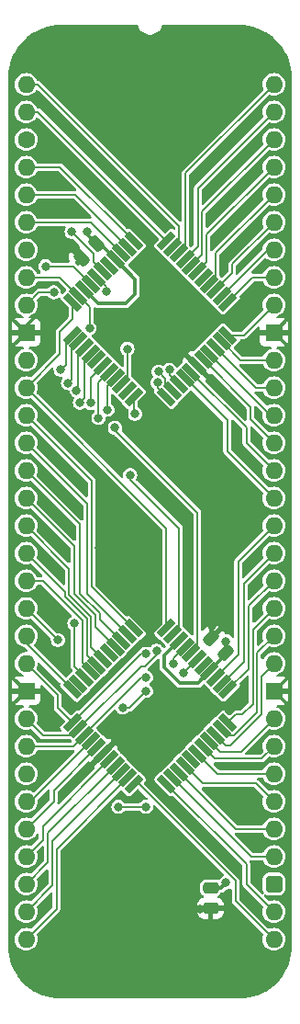
<source format=gtl>
%TF.GenerationSoftware,KiCad,Pcbnew,8.0.4*%
%TF.CreationDate,2024-08-14T08:58:19+02:00*%
%TF.ProjectId,VIA Breakout,56494120-4272-4656-916b-6f75742e6b69,rev?*%
%TF.SameCoordinates,PX71d9820PY3efb0c0*%
%TF.FileFunction,Copper,L1,Top*%
%TF.FilePolarity,Positive*%
%FSLAX46Y46*%
G04 Gerber Fmt 4.6, Leading zero omitted, Abs format (unit mm)*
G04 Created by KiCad (PCBNEW 8.0.4) date 2024-08-14 08:58:19*
%MOMM*%
%LPD*%
G01*
G04 APERTURE LIST*
G04 Aperture macros list*
%AMRoundRect*
0 Rectangle with rounded corners*
0 $1 Rounding radius*
0 $2 $3 $4 $5 $6 $7 $8 $9 X,Y pos of 4 corners*
0 Add a 4 corners polygon primitive as box body*
4,1,4,$2,$3,$4,$5,$6,$7,$8,$9,$2,$3,0*
0 Add four circle primitives for the rounded corners*
1,1,$1+$1,$2,$3*
1,1,$1+$1,$4,$5*
1,1,$1+$1,$6,$7*
1,1,$1+$1,$8,$9*
0 Add four rect primitives between the rounded corners*
20,1,$1+$1,$2,$3,$4,$5,0*
20,1,$1+$1,$4,$5,$6,$7,0*
20,1,$1+$1,$6,$7,$8,$9,0*
20,1,$1+$1,$8,$9,$2,$3,0*%
%AMRotRect*
0 Rectangle, with rotation*
0 The origin of the aperture is its center*
0 $1 length*
0 $2 width*
0 $3 Rotation angle, in degrees counterclockwise*
0 Add horizontal line*
21,1,$1,$2,0,0,$3*%
G04 Aperture macros list end*
%TA.AperFunction,SMDPad,CuDef*%
%ADD10RotRect,0.600000X1.850000X225.000000*%
%TD*%
%TA.AperFunction,SMDPad,CuDef*%
%ADD11RotRect,0.600000X1.850000X135.000000*%
%TD*%
%TA.AperFunction,SMDPad,CuDef*%
%ADD12RoundRect,0.250000X-0.475000X0.250000X-0.475000X-0.250000X0.475000X-0.250000X0.475000X0.250000X0*%
%TD*%
%TA.AperFunction,ComponentPad*%
%ADD13O,1.600000X1.600000*%
%TD*%
%TA.AperFunction,ComponentPad*%
%ADD14C,1.600000*%
%TD*%
%TA.AperFunction,ComponentPad*%
%ADD15R,1.600000X1.600000*%
%TD*%
%TA.AperFunction,ComponentPad*%
%ADD16RoundRect,0.400000X-0.400000X-0.400000X0.400000X-0.400000X0.400000X0.400000X-0.400000X0.400000X0*%
%TD*%
%TA.AperFunction,SMDPad,CuDef*%
%ADD17RotRect,0.600000X1.850000X315.000000*%
%TD*%
%TA.AperFunction,SMDPad,CuDef*%
%ADD18RoundRect,0.250000X0.512652X0.159099X0.159099X0.512652X-0.512652X-0.159099X-0.159099X-0.512652X0*%
%TD*%
%TA.AperFunction,SMDPad,CuDef*%
%ADD19RoundRect,0.250000X-0.159099X0.512652X-0.512652X0.159099X0.159099X-0.512652X0.512652X-0.159099X0*%
%TD*%
%TA.AperFunction,ViaPad*%
%ADD20C,0.800000*%
%TD*%
%TA.AperFunction,Conductor*%
%ADD21C,0.380000*%
%TD*%
%TA.AperFunction,Conductor*%
%ADD22C,0.200000*%
%TD*%
G04 APERTURE END LIST*
D10*
%TO.P,IC2,1,PA5*%
%TO.N,/PC5*%
X12950280Y-64454134D03*
%TO.P,IC2,2,PA6*%
%TO.N,/PC6*%
X13515965Y-63888448D03*
%TO.P,IC2,3,PA7*%
%TO.N,/PC7*%
X14081650Y-63322763D03*
%TO.P,IC2,4,PB0*%
%TO.N,/PD0*%
X14647336Y-62757078D03*
%TO.P,IC2,5,N.C.*%
%TO.N,unconnected-(IC2-N.C.-Pad5)*%
X15213021Y-62191392D03*
%TO.P,IC2,6,PB1*%
%TO.N,/PD1*%
X15778707Y-61625707D03*
%TO.P,IC2,7,PB2*%
%TO.N,/PD2*%
X16344392Y-61060021D03*
%TO.P,IC2,8,PB3*%
%TO.N,/PD3*%
X16910078Y-60494336D03*
%TO.P,IC2,9,PB4*%
%TO.N,/PD4*%
X17475763Y-59928650D03*
%TO.P,IC2,10,PB5*%
%TO.N,/PD5*%
X18041448Y-59362965D03*
%TO.P,IC2,11,PB6*%
%TO.N,/PD6*%
X18607134Y-58797280D03*
D11*
%TO.P,IC2,12,PB7*%
%TO.N,/PD7*%
X18607134Y-55756720D03*
%TO.P,IC2,13,CB1*%
%TO.N,/CD1*%
X18041448Y-55191035D03*
%TO.P,IC2,14,CB2*%
%TO.N,/CD2*%
X17475763Y-54625350D03*
%TO.P,IC2,15,5V*%
%TO.N,/5V*%
X16910078Y-54059664D03*
%TO.P,IC2,16,N.C.*%
%TO.N,unconnected-(IC2-N.C.-Pad16)*%
X16344392Y-53493979D03*
%TO.P,IC2,17,~{IRQ}*%
%TO.N,/~{IRQ}_{CD}*%
X15778707Y-52928293D03*
%TO.P,IC2,18,R~{W}*%
%TO.N,/R~{W}*%
X15213021Y-52362608D03*
%TO.P,IC2,19,~{CS2}*%
%TO.N,/Device ~{CS}_{CD}*%
X14647336Y-51796922D03*
%TO.P,IC2,20,CS1*%
%TO.N,/5V*%
X14081650Y-51231237D03*
%TO.P,IC2,21,PHI2*%
%TO.N,/PHI2*%
X13515965Y-50665552D03*
%TO.P,IC2,22,D7*%
%TO.N,/D7*%
X12950280Y-50099866D03*
D10*
%TO.P,IC2,23,D6*%
%TO.N,/D6*%
X9909720Y-50099866D03*
%TO.P,IC2,24,D5*%
%TO.N,/D5*%
X9344035Y-50665552D03*
%TO.P,IC2,25,D4*%
%TO.N,/D4*%
X8778350Y-51231237D03*
%TO.P,IC2,26,D3*%
%TO.N,/D3*%
X8212664Y-51796922D03*
%TO.P,IC2,27,N.C.*%
%TO.N,unconnected-(IC2-N.C.-Pad27)*%
X7646979Y-52362608D03*
%TO.P,IC2,28,D2*%
%TO.N,/D2*%
X7081293Y-52928293D03*
%TO.P,IC2,29,D1*%
%TO.N,/D1*%
X6515608Y-53493979D03*
%TO.P,IC2,30,D0*%
%TO.N,/D0*%
X5949922Y-54059664D03*
%TO.P,IC2,31,~{RES}*%
%TO.N,/~{Reset}*%
X5384237Y-54625350D03*
%TO.P,IC2,32,N.C.*%
%TO.N,unconnected-(IC2-N.C.-Pad32)*%
X4818552Y-55191035D03*
%TO.P,IC2,33,RS3*%
%TO.N,/A3*%
X4252866Y-55756720D03*
D11*
%TO.P,IC2,34,RS2*%
%TO.N,/A2*%
X4252866Y-58797280D03*
%TO.P,IC2,35,RS1*%
%TO.N,/A1*%
X4818552Y-59362965D03*
%TO.P,IC2,36,RS0*%
%TO.N,/A0*%
X5384237Y-59928650D03*
%TO.P,IC2,37,CA2*%
%TO.N,/CC2*%
X5949922Y-60494336D03*
%TO.P,IC2,38,CA1*%
%TO.N,/CC1*%
X6515608Y-61060021D03*
%TO.P,IC2,39,GND*%
%TO.N,/GND*%
X7081293Y-61625707D03*
%TO.P,IC2,40,PA0*%
%TO.N,/PC0*%
X7646979Y-62191392D03*
%TO.P,IC2,41,PA1*%
%TO.N,/PC1*%
X8212664Y-62757078D03*
%TO.P,IC2,42,PA2*%
%TO.N,/PC2*%
X8778350Y-63322763D03*
%TO.P,IC2,43,PA3*%
%TO.N,/PC3*%
X9344035Y-63888448D03*
%TO.P,IC2,44,PA4*%
%TO.N,/PC4*%
X9909720Y-64454134D03*
%TD*%
D12*
%TO.P,C5,1*%
%TO.N,/5V*%
X17018000Y-73996000D03*
%TO.P,C5,2*%
%TO.N,/GND*%
X17018000Y-75896000D03*
%TD*%
D13*
%TO.P,J1,1,Pin_1*%
%TO.N,/PB5*%
X0Y0D03*
%TO.P,J1,2,Pin_2*%
%TO.N,/PB6*%
X0Y-2540000D03*
D14*
%TO.P,J1,3,Pin_3*%
%TO.N,/~{IRQ}_{AB}*%
X0Y-5080000D03*
D13*
%TO.P,J1,4,Pin_4*%
%TO.N,/PB7*%
X0Y-7620000D03*
%TO.P,J1,5,Pin_5*%
%TO.N,/CB1*%
X0Y-10160000D03*
%TO.P,J1,6,Pin_6*%
%TO.N,/CB2*%
X0Y-12700000D03*
%TO.P,J1,7,Pin_7*%
%TO.N,/~{Reset}*%
X0Y-15240000D03*
%TO.P,J1,8,Pin_8*%
%TO.N,/PHI2*%
X0Y-17780000D03*
%TO.P,J1,9,Pin_9*%
%TO.N,/R~{W}*%
X0Y-20320000D03*
D15*
%TO.P,J1,10,Pin_10*%
%TO.N,/GND*%
X0Y-22860000D03*
D13*
%TO.P,J1,11,Pin_11*%
%TO.N,/Device ~{CS}_{AB}*%
X0Y-25400000D03*
%TO.P,J1,12,Pin_12*%
%TO.N,/D7*%
X0Y-27940000D03*
%TO.P,J1,13,Pin_13*%
%TO.N,/D6*%
X0Y-30480000D03*
%TO.P,J1,14,Pin_14*%
%TO.N,/D5*%
X0Y-33020000D03*
%TO.P,J1,15,Pin_15*%
%TO.N,/D4*%
X0Y-35560000D03*
%TO.P,J1,16,Pin_16*%
%TO.N,/D3*%
X0Y-38100000D03*
%TO.P,J1,17,Pin_17*%
%TO.N,/D2*%
X0Y-40640000D03*
%TO.P,J1,18,Pin_18*%
%TO.N,/D1*%
X0Y-43180000D03*
%TO.P,J1,19,Pin_19*%
%TO.N,/D0*%
X0Y-45720000D03*
%TO.P,J1,20,Pin_20*%
%TO.N,/Device ~{CS}_{CD}*%
X0Y-48260000D03*
%TO.P,J1,21,Pin_21*%
%TO.N,/A3*%
X0Y-50800000D03*
%TO.P,J1,22,Pin_22*%
%TO.N,/A2*%
X0Y-53340000D03*
D15*
%TO.P,J1,23,Pin_23*%
%TO.N,/GND*%
X0Y-55880000D03*
D13*
%TO.P,J1,24,Pin_24*%
%TO.N,/A1*%
X0Y-58420000D03*
%TO.P,J1,25,Pin_25*%
%TO.N,/A0*%
X0Y-60960000D03*
%TO.P,J1,26,Pin_26*%
%TO.N,/~{IRQ}_{CD}*%
X0Y-63500000D03*
%TO.P,J1,27,Pin_27*%
%TO.N,/CC2*%
X0Y-66040000D03*
%TO.P,J1,28,Pin_28*%
%TO.N,/CC1*%
X0Y-68580000D03*
%TO.P,J1,29,Pin_29*%
%TO.N,/PC0*%
X0Y-71120000D03*
%TO.P,J1,30,Pin_30*%
%TO.N,/PC1*%
X0Y-73660000D03*
%TO.P,J1,31,Pin_31*%
%TO.N,/PC2*%
X0Y-76200000D03*
%TO.P,J1,32,Pin_32*%
%TO.N,/PC3*%
X0Y-78740000D03*
%TO.P,J1,33,Pin_33*%
%TO.N,/PC4*%
X22860000Y-78740000D03*
%TO.P,J1,34,Pin_34*%
%TO.N,/PC5*%
X22860000Y-76200000D03*
D16*
%TO.P,J1,35,Pin_35*%
%TO.N,/5V*%
X22860000Y-73660000D03*
D13*
%TO.P,J1,36,Pin_36*%
%TO.N,/PC6*%
X22860000Y-71120000D03*
%TO.P,J1,37,Pin_37*%
%TO.N,/PC7*%
X22860000Y-68580000D03*
%TO.P,J1,38,Pin_38*%
%TO.N,/PD0*%
X22860000Y-66040000D03*
%TO.P,J1,39,Pin_39*%
%TO.N,/PD1*%
X22860000Y-63500000D03*
%TO.P,J1,40,Pin_40*%
%TO.N,/PD2*%
X22860000Y-60960000D03*
%TO.P,J1,41,Pin_41*%
%TO.N,/PD3*%
X22860000Y-58420000D03*
D15*
%TO.P,J1,42,Pin_42*%
%TO.N,/GND*%
X22860000Y-55880000D03*
D13*
%TO.P,J1,43,Pin_43*%
%TO.N,/PD4*%
X22860000Y-53340000D03*
%TO.P,J1,44,Pin_44*%
%TO.N,/PD5*%
X22860000Y-50800000D03*
%TO.P,J1,45,Pin_45*%
%TO.N,/PD6*%
X22860000Y-48260000D03*
%TO.P,J1,46,Pin_46*%
%TO.N,/PD7*%
X22860000Y-45720000D03*
%TO.P,J1,47,Pin_47*%
%TO.N,/CD1*%
X22860000Y-43180000D03*
%TO.P,J1,48,Pin_48*%
%TO.N,/CD2*%
X22860000Y-40640000D03*
%TO.P,J1,49,Pin_49*%
%TO.N,/CA2*%
X22860000Y-38100000D03*
%TO.P,J1,50,Pin_50*%
%TO.N,/CA1*%
X22860000Y-35560000D03*
%TO.P,J1,51,Pin_51*%
%TO.N,/PA0*%
X22860000Y-33020000D03*
%TO.P,J1,52,Pin_52*%
%TO.N,/PA1*%
X22860000Y-30480000D03*
%TO.P,J1,53,Pin_53*%
%TO.N,/PA2*%
X22860000Y-27940000D03*
%TO.P,J1,54,Pin_54*%
%TO.N,/PA3*%
X22860000Y-25400000D03*
D15*
%TO.P,J1,55,Pin_55*%
%TO.N,/GND*%
X22860000Y-22860000D03*
D13*
%TO.P,J1,56,Pin_56*%
%TO.N,/PA4*%
X22860000Y-20320000D03*
%TO.P,J1,57,Pin_57*%
%TO.N,/PA5*%
X22860000Y-17780000D03*
%TO.P,J1,58,Pin_58*%
%TO.N,/PA6*%
X22860000Y-15240000D03*
%TO.P,J1,59,Pin_59*%
%TO.N,/PA7*%
X22860000Y-12700000D03*
%TO.P,J1,60,Pin_60*%
%TO.N,/PB0*%
X22860000Y-10160000D03*
%TO.P,J1,61,Pin_61*%
%TO.N,/PB1*%
X22860000Y-7620000D03*
%TO.P,J1,62,Pin_62*%
%TO.N,/PB2*%
X22860000Y-5080000D03*
%TO.P,J1,63,Pin_63*%
%TO.N,/PB3*%
X22860000Y-2540000D03*
%TO.P,J1,64,Pin_64*%
%TO.N,/PB4*%
X22860000Y0D03*
%TD*%
D17*
%TO.P,IC1,1,PA5*%
%TO.N,/PA5*%
X18607134Y-20069720D03*
%TO.P,IC1,2,PA6*%
%TO.N,/PA6*%
X18041448Y-19504035D03*
%TO.P,IC1,3,PA7*%
%TO.N,/PA7*%
X17475763Y-18938350D03*
%TO.P,IC1,4,PB0*%
%TO.N,/PB0*%
X16910078Y-18372664D03*
%TO.P,IC1,5,N.C.*%
%TO.N,unconnected-(IC1-N.C.-Pad5)*%
X16344392Y-17806979D03*
%TO.P,IC1,6,PB1*%
%TO.N,/PB1*%
X15778707Y-17241293D03*
%TO.P,IC1,7,PB2*%
%TO.N,/PB2*%
X15213021Y-16675608D03*
%TO.P,IC1,8,PB3*%
%TO.N,/PB3*%
X14647336Y-16109922D03*
%TO.P,IC1,9,PB4*%
%TO.N,/PB4*%
X14081650Y-15544237D03*
%TO.P,IC1,10,PB5*%
%TO.N,/PB5*%
X13515965Y-14978552D03*
%TO.P,IC1,11,PB6*%
%TO.N,/PB6*%
X12950280Y-14412866D03*
D10*
%TO.P,IC1,12,PB7*%
%TO.N,/PB7*%
X9909720Y-14412866D03*
%TO.P,IC1,13,CB1*%
%TO.N,/CB1*%
X9344035Y-14978552D03*
%TO.P,IC1,14,CB2*%
%TO.N,/CB2*%
X8778350Y-15544237D03*
%TO.P,IC1,15,5V*%
%TO.N,/5V*%
X8212664Y-16109922D03*
%TO.P,IC1,16,N.C.*%
%TO.N,unconnected-(IC1-N.C.-Pad16)*%
X7646979Y-16675608D03*
%TO.P,IC1,17,~{IRQ}*%
%TO.N,/~{IRQ}_{AB}*%
X7081293Y-17241293D03*
%TO.P,IC1,18,R~{W}*%
%TO.N,/R~{W}*%
X6515608Y-17806979D03*
%TO.P,IC1,19,~{CS2}*%
%TO.N,/Device ~{CS}_{AB}*%
X5949922Y-18372664D03*
%TO.P,IC1,20,CS1*%
%TO.N,/5V*%
X5384237Y-18938350D03*
%TO.P,IC1,21,PHI2*%
%TO.N,/PHI2*%
X4818552Y-19504035D03*
%TO.P,IC1,22,D7*%
%TO.N,/D7*%
X4252866Y-20069720D03*
D17*
%TO.P,IC1,23,D6*%
%TO.N,/D6*%
X4252866Y-23110280D03*
%TO.P,IC1,24,D5*%
%TO.N,/D5*%
X4818552Y-23675965D03*
%TO.P,IC1,25,D4*%
%TO.N,/D4*%
X5384237Y-24241650D03*
%TO.P,IC1,26,D3*%
%TO.N,/D3*%
X5949922Y-24807336D03*
%TO.P,IC1,27,N.C.*%
%TO.N,unconnected-(IC1-N.C.-Pad27)*%
X6515608Y-25373021D03*
%TO.P,IC1,28,D2*%
%TO.N,/D2*%
X7081293Y-25938707D03*
%TO.P,IC1,29,D1*%
%TO.N,/D1*%
X7646979Y-26504392D03*
%TO.P,IC1,30,D0*%
%TO.N,/D0*%
X8212664Y-27070078D03*
%TO.P,IC1,31,~{RES}*%
%TO.N,/~{Reset}*%
X8778350Y-27635763D03*
%TO.P,IC1,32,N.C.*%
%TO.N,unconnected-(IC1-N.C.-Pad32)*%
X9344035Y-28201448D03*
%TO.P,IC1,33,RS3*%
%TO.N,/A3*%
X9909720Y-28767134D03*
D10*
%TO.P,IC1,34,RS2*%
%TO.N,/A2*%
X12950280Y-28767134D03*
%TO.P,IC1,35,RS1*%
%TO.N,/A1*%
X13515965Y-28201448D03*
%TO.P,IC1,36,RS0*%
%TO.N,/A0*%
X14081650Y-27635763D03*
%TO.P,IC1,37,CA2*%
%TO.N,/CA2*%
X14647336Y-27070078D03*
%TO.P,IC1,38,CA1*%
%TO.N,/CA1*%
X15213021Y-26504392D03*
%TO.P,IC1,39,GND*%
%TO.N,/GND*%
X15778707Y-25938707D03*
%TO.P,IC1,40,PA0*%
%TO.N,/PA0*%
X16344392Y-25373021D03*
%TO.P,IC1,41,PA1*%
%TO.N,/PA1*%
X16910078Y-24807336D03*
%TO.P,IC1,42,PA2*%
%TO.N,/PA2*%
X17475763Y-24241650D03*
%TO.P,IC1,43,PA3*%
%TO.N,/PA3*%
X18041448Y-23675965D03*
%TO.P,IC1,44,PA4*%
%TO.N,/PA4*%
X18607134Y-23110280D03*
%TD*%
D18*
%TO.P,C4,1*%
%TO.N,/5V*%
X18440438Y-52349438D03*
%TO.P,C4,2*%
%TO.N,/GND*%
X17096935Y-51005935D03*
%TD*%
D19*
%TO.P,C3,1*%
%TO.N,/5V*%
X6502438Y-14706562D03*
%TO.P,C3,2*%
%TO.N,/GND*%
X5158935Y-16050065D03*
%TD*%
D20*
%TO.N,/5V*%
X5588000Y-13589000D03*
X18440440Y-73533002D03*
X18440438Y-51308000D03*
%TO.N,/GND*%
X12446000Y-21463000D03*
X1270000Y-47117000D03*
X7112000Y-21463000D03*
X19558000Y-57023000D03*
X2540000Y-62230000D03*
X4530817Y-14989478D03*
X9779006Y-58927994D03*
X9779000Y-78486004D03*
X10287000Y-48895000D03*
X20574000Y-21463006D03*
X19430994Y635000D03*
X4572000Y-64135000D03*
X5207000Y635000D03*
X3415975Y-21449975D03*
X14541503Y-24701503D03*
X17145000Y-49911000D03*
X16002000Y-75946000D03*
X17144996Y-57023000D03*
X6731000Y-42672000D03*
%TO.N,/~{IRQ}_{AB}*%
X4191004Y-13589000D03*
%TO.N,/R~{W}*%
X8190000Y-31636311D03*
X2540000Y-19163975D03*
X7390000Y-19036026D03*
%TO.N,/PHI2*%
X5842000Y-22479000D03*
X9603025Y-35992975D03*
%TO.N,/D6*%
X3175000Y-26289000D03*
%TO.N,/D5*%
X3869462Y-27519880D03*
%TO.N,/D4*%
X4649402Y-28194000D03*
%TO.N,/D3*%
X4970020Y-29310007D03*
%TO.N,/D2*%
X5969000Y-29355212D03*
%TO.N,/D1*%
X6669000Y-30737117D03*
%TO.N,/D0*%
X7493000Y-29972000D03*
%TO.N,/~{Reset}*%
X4445000Y-49657000D03*
X9336000Y-24369575D03*
%TO.N,/A3*%
X10055000Y-30353000D03*
%TO.N,/A2*%
X11019000Y-52451000D03*
X12109041Y-27473929D03*
%TO.N,/A1*%
X12026576Y-52155542D03*
X12226575Y-26480857D03*
%TO.N,/A0*%
X13208000Y-26289000D03*
X11048999Y-54609999D03*
%TO.N,/~{IRQ}_{CD}*%
X14478000Y-54229000D03*
X8509000Y-66548000D03*
X11049000Y-66548000D03*
%TO.N,/Device ~{CS}_{AB}*%
X1778000Y-16764000D03*
%TO.N,/Device ~{CS}_{CD}*%
X2921002Y-51181000D03*
X11049006Y-55880000D03*
X13589000Y-53340000D03*
X8890000Y-57404000D03*
%TD*%
D21*
%TO.N,/5V*%
X9144000Y-20193000D02*
X10033000Y-19304000D01*
X12749000Y-53687940D02*
X14179060Y-55118000D01*
X5384237Y-18938350D02*
X6638887Y-20193000D01*
X17977442Y-73996000D02*
X18440440Y-73533002D01*
X17018000Y-73996000D02*
X17977442Y-73996000D01*
X15851742Y-55118000D02*
X16910078Y-54059664D01*
X10033000Y-19304000D02*
X10033000Y-17930258D01*
X6638887Y-20193000D02*
X9144000Y-20193000D01*
X5588000Y-13589000D02*
X5588000Y-13792124D01*
X5588000Y-13792124D02*
X6502438Y-14706562D01*
X6809304Y-14706562D02*
X7802542Y-15699800D01*
X18440438Y-52349438D02*
X18440438Y-51308000D01*
X16910078Y-54059664D02*
X18440438Y-52529304D01*
X14179060Y-55118000D02*
X15851742Y-55118000D01*
X12749000Y-52563887D02*
X12749000Y-53687940D01*
X14081650Y-51231237D02*
X12749000Y-52563887D01*
X10033000Y-17930258D02*
X8212664Y-16109922D01*
%TO.N,/GND*%
X9779006Y-58927994D02*
X11684002Y-57022998D01*
X0Y-55880000D02*
X-1190000Y-54690000D01*
X12446006Y-21463006D02*
X12446000Y-21463000D01*
X-1240000Y-79253625D02*
X24375Y-80518000D01*
X24375Y-80518000D02*
X7747004Y-80518000D01*
X17018000Y-75896000D02*
X16052000Y-75896000D01*
X-1190000Y-24050000D02*
X-1190000Y-46372915D01*
X20193000Y1397000D02*
X19431000Y635000D01*
X24100000Y-79405000D02*
X23431500Y-80073500D01*
X-1190000Y-47767085D02*
X-492915Y-47070000D01*
X-1240000Y-62926375D02*
X-1240000Y-79253625D01*
X24100000Y1240000D02*
X23943000Y1397000D01*
X-1240000Y-57120000D02*
X-1240000Y-61533625D01*
X1223000Y-47070000D02*
X1270000Y-47117000D01*
X14541503Y-24701503D02*
X12446000Y-22606000D01*
X6731000Y-42672000D02*
X10287000Y-46228000D01*
X7081293Y-61625707D02*
X9779006Y-58927994D01*
X17096935Y-49959065D02*
X17145000Y-49911000D01*
X7747004Y-80518000D02*
X9779000Y-78486004D01*
X22860000Y-22860000D02*
X24050000Y-24050000D01*
X-1273467Y1220649D02*
X-1097116Y1397000D01*
X20828000Y-80391000D02*
X23114000Y-80391000D01*
X-543625Y-62230000D02*
X-1240000Y-62926375D01*
X8763000Y-78486000D02*
X8763004Y-78486004D01*
X-1097116Y1397000D02*
X4445000Y1397000D01*
X24100000Y-57120000D02*
X24100000Y-79405000D01*
X22860000Y-22860000D02*
X24100000Y-21620000D01*
X-1190000Y-54690000D02*
X-1190000Y-47767085D01*
X20574000Y-21463006D02*
X12446006Y-21463006D01*
X-1240000Y-61533625D02*
X-543625Y-62230000D01*
X19558000Y-57023000D02*
X17144996Y-57023000D01*
X775025Y-21449975D02*
X3415975Y-21449975D01*
X-543625Y-62230000D02*
X2540000Y-62230000D01*
X0Y-22860000D02*
X-1190000Y-24050000D01*
X24050000Y-24050000D02*
X24050000Y-54690000D01*
X0Y-22860000D02*
X-1273467Y-21586533D01*
X23943000Y1397000D02*
X20193000Y1397000D01*
X4445000Y1397000D02*
X5207000Y635000D01*
X17144994Y-57022998D02*
X17144996Y-57023000D01*
X-492915Y-47070000D02*
X1223000Y-47070000D01*
X23114000Y-80391000D02*
X23431500Y-80073500D01*
X4826000Y-15717130D02*
X4826000Y-15284661D01*
X-1273467Y-21586533D02*
X-1273467Y1220649D01*
X22860000Y-55880000D02*
X24100000Y-57120000D01*
X4826000Y-15284661D02*
X4530817Y-14989478D01*
X0Y-22860000D02*
X0Y-22225000D01*
X0Y-22225000D02*
X775025Y-21449975D01*
X11684002Y-57022998D02*
X17144994Y-57022998D01*
X5207000Y635000D02*
X19430994Y635000D01*
X0Y-55880000D02*
X-1240000Y-57120000D01*
X10287000Y-46228000D02*
X10287000Y-48895000D01*
X17096935Y-51005935D02*
X17096935Y-49959065D01*
X16052000Y-75896000D02*
X16002000Y-75946000D01*
X4572000Y-64135000D02*
X7081293Y-61625707D01*
X7112000Y-21463000D02*
X12446000Y-21463000D01*
X12446000Y-22606000D02*
X12446000Y-21463000D01*
X19431000Y635000D02*
X19430994Y635000D01*
X24100000Y-21620000D02*
X24100000Y1240000D01*
X24050000Y-54690000D02*
X22860000Y-55880000D01*
X-1190000Y-46372915D02*
X-492915Y-47070000D01*
X15778707Y-25938707D02*
X14541503Y-24701503D01*
D22*
%TO.N,/PA5*%
X20896854Y-17780000D02*
X18607134Y-20069720D01*
X22860000Y-17780000D02*
X20896854Y-17780000D01*
%TO.N,/PA6*%
X22305483Y-15240000D02*
X18041448Y-19504035D01*
%TO.N,/PA7*%
X18994412Y-16565588D02*
X18994412Y-17419701D01*
X18994412Y-17419701D02*
X17475763Y-18938350D01*
X22860000Y-12700000D02*
X18994412Y-16565588D01*
%TO.N,/PB0*%
X17510598Y-17772144D02*
X16910078Y-18372664D01*
X17510598Y-15509402D02*
X17510598Y-17772144D01*
X22860000Y-10160000D02*
X17510598Y-15509402D01*
%TO.N,/PB1*%
X16637000Y-16383000D02*
X15778707Y-17241293D01*
X16637000Y-13843000D02*
X16637000Y-16383000D01*
X22860000Y-7620000D02*
X16637000Y-13843000D01*
%TO.N,/PB2*%
X16237000Y-11703000D02*
X16237000Y-15651629D01*
X16237000Y-15651629D02*
X15213021Y-16675608D01*
X22860000Y-5080000D02*
X16237000Y-11703000D01*
%TO.N,/PB3*%
X15837000Y-14920258D02*
X14647336Y-16109922D01*
X22860000Y-2540000D02*
X15837000Y-9563000D01*
X15837000Y-9563000D02*
X15837000Y-14920258D01*
%TO.N,/PB4*%
X14682171Y-8177829D02*
X14682171Y-14943716D01*
X22860000Y0D02*
X14682171Y-8177829D01*
X14682171Y-14943716D02*
X14081650Y-15544237D01*
%TO.N,/PB5*%
X14116486Y-14378031D02*
X13515965Y-14978552D01*
X14116486Y-13066486D02*
X14116486Y-14378031D01*
X1050000Y0D02*
X14116486Y-13066486D01*
X0Y0D02*
X1050000Y0D01*
%TO.N,/PB6*%
X0Y-2540000D02*
X1077414Y-2540000D01*
X1077414Y-2540000D02*
X12950280Y-14412866D01*
%TO.N,/PB7*%
X3116854Y-7620000D02*
X9909720Y-14412866D01*
X0Y-7620000D02*
X3116854Y-7620000D01*
%TO.N,/CB1*%
X4525483Y-10160000D02*
X9344035Y-14978552D01*
X0Y-10160000D02*
X4525483Y-10160000D01*
%TO.N,/CB2*%
X5934113Y-12700000D02*
X8778350Y-15544237D01*
X0Y-12700000D02*
X5934113Y-12700000D01*
%TO.N,/~{IRQ}_{AB}*%
X6226485Y-15624481D02*
X4191004Y-13589000D01*
X6226485Y-16386485D02*
X6226485Y-15624481D01*
X7081293Y-17241293D02*
X6226485Y-16386485D01*
%TO.N,/R~{W}*%
X15213021Y-52362608D02*
X15813542Y-51762087D01*
X7390000Y-18681371D02*
X7390000Y-19036026D01*
X2540000Y-19163975D02*
X1156025Y-19163975D01*
X1156025Y-19163975D02*
X0Y-20320000D01*
X15813542Y-39448853D02*
X8190000Y-31825311D01*
X15813542Y-51762087D02*
X15813542Y-39448853D01*
X8190000Y-31825311D02*
X8190000Y-31636311D01*
X6515608Y-17806979D02*
X7390000Y-18681371D01*
%TO.N,/PHI2*%
X3094517Y-17780000D02*
X4818552Y-19504035D01*
X14116486Y-50065031D02*
X14116486Y-40913486D01*
X4818552Y-19504035D02*
X5842000Y-20527483D01*
X14116486Y-40913486D02*
X9603025Y-36400025D01*
X13515965Y-50665552D02*
X14116486Y-50065031D01*
X0Y-17780000D02*
X3094517Y-17780000D01*
X9603025Y-36400025D02*
X9603025Y-35992975D01*
X5842000Y-20527483D02*
X5842000Y-22479000D01*
%TO.N,/D7*%
X12950280Y-40890280D02*
X0Y-27940000D01*
X0Y-27940000D02*
X3086660Y-24853340D01*
X12950280Y-50099866D02*
X12950280Y-40890280D01*
X4252866Y-21603034D02*
X4252866Y-20069720D01*
X3086660Y-22769240D02*
X4252866Y-21603034D01*
X3086660Y-24853340D02*
X3086660Y-22769240D01*
%TO.N,/D6*%
X0Y-30480000D02*
X6031000Y-36511000D01*
X6031000Y-36511000D02*
X6031000Y-46290000D01*
X4252866Y-23110280D02*
X3652346Y-23710800D01*
X3652346Y-23710800D02*
X3652346Y-25811654D01*
X3652346Y-25811654D02*
X3175000Y-26289000D01*
X6031000Y-46290000D02*
X9840866Y-50099866D01*
%TO.N,/D5*%
X4818552Y-23675965D02*
X4218031Y-24276486D01*
X5631000Y-38651000D02*
X5631000Y-46952517D01*
X4218031Y-24276486D02*
X4218031Y-27171311D01*
X4218031Y-27171311D02*
X3869462Y-27519880D01*
X5631000Y-46952517D02*
X9344035Y-50665552D01*
X0Y-33020000D02*
X5631000Y-38651000D01*
%TO.N,/D4*%
X4773713Y-24852174D02*
X4773713Y-28069689D01*
X6807000Y-49259887D02*
X8778350Y-51231237D01*
X4953000Y-40513000D02*
X4953000Y-46886258D01*
X4773713Y-28069689D02*
X4649402Y-28194000D01*
X4953000Y-46886258D02*
X6807000Y-48740260D01*
X6807000Y-48740260D02*
X6807000Y-49259887D01*
X0Y-35560000D02*
X4953000Y-40513000D01*
X5384237Y-24241650D02*
X4773713Y-24852174D01*
%TO.N,/D3*%
X5349402Y-28930625D02*
X4970020Y-29310007D01*
X0Y-38100000D02*
X4445000Y-42545000D01*
X5349402Y-25407856D02*
X5349402Y-28930625D01*
X6407000Y-49991258D02*
X8212664Y-51796922D01*
X5949922Y-24807336D02*
X5349402Y-25407856D01*
X4445000Y-42545000D02*
X4445000Y-46943942D01*
X6407000Y-48905945D02*
X6407000Y-49991258D01*
X4445000Y-46943942D02*
X6407000Y-48905945D01*
%TO.N,/D2*%
X3975000Y-44615000D02*
X3975000Y-47039628D01*
X7081293Y-25938707D02*
X5969000Y-27051000D01*
X3975000Y-47039628D02*
X6007000Y-49071630D01*
X6007000Y-49071630D02*
X6007000Y-51854000D01*
X0Y-40640000D02*
X3975000Y-44615000D01*
X6007000Y-51854000D02*
X7081293Y-52928293D01*
X5969000Y-27051000D02*
X5969000Y-29355212D01*
%TO.N,/D1*%
X3575000Y-46755000D02*
X3575000Y-47205314D01*
X6669000Y-27482371D02*
X6669000Y-30737117D01*
X0Y-43180000D02*
X3575000Y-46755000D01*
X3575000Y-47205314D02*
X5607000Y-49237315D01*
X5607000Y-52585371D02*
X6515608Y-53493979D01*
X5607000Y-49237315D02*
X5607000Y-52585371D01*
X7646979Y-26504392D02*
X6669000Y-27482371D01*
%TO.N,/D0*%
X5207000Y-49403000D02*
X1524000Y-45720000D01*
X8212664Y-27070078D02*
X7493000Y-27789742D01*
X7493000Y-27789742D02*
X7493000Y-29972000D01*
X1524000Y-45720000D02*
X0Y-45720000D01*
X5207000Y-53316742D02*
X5207000Y-49403000D01*
X5949922Y-54059664D02*
X5207000Y-53316742D01*
%TO.N,/~{Reset}*%
X9378870Y-24412445D02*
X9336000Y-24369575D01*
X9378870Y-27035243D02*
X9378870Y-24412445D01*
X8778350Y-27635763D02*
X9378870Y-27035243D01*
X4445000Y-53594000D02*
X4445000Y-49657000D01*
X5384237Y-54533237D02*
X4445000Y-53594000D01*
%TO.N,/A3*%
X0Y-51503854D02*
X4252866Y-55756720D01*
X9909720Y-30207720D02*
X10055000Y-30353000D01*
X9909720Y-28767134D02*
X9909720Y-30207720D01*
%TO.N,/A2*%
X2921000Y-56261000D02*
X2921000Y-57465414D01*
X2921000Y-57465414D02*
X4252866Y-58797280D01*
X12109041Y-27925895D02*
X12109041Y-27473929D01*
X4252866Y-58797280D02*
X10599146Y-52451000D01*
X10599146Y-52451000D02*
X11019000Y-52451000D01*
X12950280Y-28767134D02*
X12109041Y-27925895D01*
X0Y-53340000D02*
X2921000Y-56261000D01*
%TO.N,/A1*%
X4818552Y-59362965D02*
X10595513Y-53586004D01*
X1543486Y-59963486D02*
X4218031Y-59963486D01*
X12026576Y-52539127D02*
X12026576Y-52155542D01*
X12830000Y-27084282D02*
X12226575Y-26480857D01*
X10979699Y-53586004D02*
X12026576Y-52539127D01*
X12830000Y-27515483D02*
X12830000Y-27084282D01*
X4218031Y-59963486D02*
X4818552Y-59362965D01*
X13515965Y-28201448D02*
X12830000Y-27515483D01*
X10595513Y-53586004D02*
X10979699Y-53586004D01*
X0Y-58420000D02*
X1543486Y-59963486D01*
%TO.N,/A0*%
X10623340Y-54609999D02*
X5384237Y-59849102D01*
X14081650Y-27635763D02*
X13208000Y-26762113D01*
X13208000Y-26762113D02*
X13208000Y-26289000D01*
X11048999Y-54609999D02*
X10623340Y-54609999D01*
X0Y-60960000D02*
X4352887Y-60960000D01*
X4352887Y-60960000D02*
X5384237Y-59928650D01*
%TO.N,/CA2*%
X14647336Y-27070078D02*
X18542000Y-30964742D01*
X18542000Y-30964742D02*
X18542000Y-33782000D01*
X18542000Y-33782000D02*
X22860000Y-38100000D01*
%TO.N,/CA1*%
X15213021Y-26504392D02*
X20320000Y-31611371D01*
X20320000Y-31611371D02*
X20320000Y-33020000D01*
X20320000Y-33020000D02*
X22860000Y-35560000D01*
%TO.N,/PA0*%
X20701000Y-30861000D02*
X22860000Y-33020000D01*
X20689371Y-29718000D02*
X20701000Y-29718000D01*
X20701000Y-29718000D02*
X20701000Y-30861000D01*
X16344392Y-25373021D02*
X20689371Y-29718000D01*
%TO.N,/PA1*%
X22582742Y-30480000D02*
X16910078Y-24807336D01*
%TO.N,/PA2*%
X22860000Y-27940000D02*
X21174113Y-27940000D01*
X21174113Y-27940000D02*
X17475763Y-24241650D01*
%TO.N,/PA3*%
X19765483Y-25400000D02*
X18041448Y-23675965D01*
X22860000Y-25400000D02*
X19765483Y-25400000D01*
%TO.N,/PA4*%
X20069720Y-23110280D02*
X18607134Y-23110280D01*
X22860000Y-20320000D02*
X20069720Y-23110280D01*
%TO.N,/PC5*%
X20320000Y-71823854D02*
X12950280Y-64454134D01*
X22860000Y-76200000D02*
X20320000Y-73660000D01*
X20320000Y-73660000D02*
X20320000Y-71823854D01*
%TO.N,/PC6*%
X22860000Y-71120000D02*
X20747517Y-71120000D01*
X20747517Y-71120000D02*
X13515965Y-63888448D01*
%TO.N,/PC7*%
X22860000Y-68580000D02*
X19338887Y-68580000D01*
X19338887Y-68580000D02*
X14081650Y-63322763D01*
%TO.N,/PD0*%
X21217000Y-64397000D02*
X16287258Y-64397000D01*
X22860000Y-66040000D02*
X21217000Y-64397000D01*
X16287258Y-64397000D02*
X14647336Y-62757078D01*
%TO.N,/PD1*%
X17653000Y-63500000D02*
X15778707Y-61625707D01*
X22860000Y-63500000D02*
X17653000Y-63500000D01*
%TO.N,/PD2*%
X21717000Y-62103000D02*
X17387371Y-62103000D01*
X22860000Y-60960000D02*
X21717000Y-62103000D01*
X17387371Y-62103000D02*
X16344392Y-61060021D01*
%TO.N,/PD3*%
X22860000Y-58420000D02*
X19812000Y-61468000D01*
X19812000Y-61468000D02*
X17883742Y-61468000D01*
X17883742Y-61468000D02*
X16910078Y-60494336D01*
%TO.N,/PD4*%
X21721000Y-54536685D02*
X21721000Y-57981512D01*
X22860000Y-53397685D02*
X21721000Y-54536685D01*
X18415000Y-60867887D02*
X17475763Y-59928650D01*
X21721000Y-57981512D02*
X18834625Y-60867887D01*
X18834625Y-60867887D02*
X18415000Y-60867887D01*
%TO.N,/PD5*%
X22860000Y-50800000D02*
X21321000Y-52339000D01*
X19173340Y-59963486D02*
X18641969Y-59963486D01*
X21321000Y-52339000D02*
X21321000Y-57815826D01*
X18641969Y-59963486D02*
X18041448Y-59362965D01*
X21321000Y-57815826D02*
X19173340Y-59963486D01*
%TO.N,/PD6*%
X19939000Y-58039000D02*
X19365414Y-58039000D01*
X20921000Y-57057000D02*
X19939000Y-58039000D01*
X20921000Y-50199000D02*
X20921000Y-57057000D01*
X19365414Y-58039000D02*
X18607134Y-58797280D01*
X22860000Y-48260000D02*
X20921000Y-50199000D01*
%TO.N,/PD7*%
X22860000Y-45720000D02*
X20521000Y-48059000D01*
X20521000Y-53842854D02*
X18607134Y-55756720D01*
X20521000Y-48059000D02*
X20521000Y-53842854D01*
%TO.N,/CD1*%
X20066000Y-53166483D02*
X18041448Y-55191035D01*
X22860000Y-43180000D02*
X20066000Y-45974000D01*
X20066000Y-45974000D02*
X20066000Y-53166483D01*
%TO.N,/CD2*%
X19558000Y-52543113D02*
X17475763Y-54625350D01*
X22860000Y-40640000D02*
X19558000Y-43942000D01*
X19558000Y-43942000D02*
X19558000Y-52543113D01*
%TO.N,/~{IRQ}_{CD}*%
X14478000Y-54229000D02*
X15778707Y-52928293D01*
X8509000Y-66548000D02*
X11049000Y-66548000D01*
%TO.N,/CC2*%
X404258Y-66040000D02*
X5949922Y-60494336D01*
%TO.N,/CC1*%
X0Y-68580000D02*
X2540000Y-66040000D01*
X2540000Y-66040000D02*
X2540000Y-65035629D01*
X2540000Y-65035629D02*
X6515608Y-61060021D01*
%TO.N,/PC0*%
X1524000Y-68314371D02*
X7646979Y-62191392D01*
X1524000Y-69596000D02*
X1524000Y-68314371D01*
X0Y-71120000D02*
X1524000Y-69596000D01*
%TO.N,/PC1*%
X0Y-73660000D02*
X1994000Y-71666000D01*
X1994000Y-71666000D02*
X1994000Y-68975742D01*
X1994000Y-68975742D02*
X8212664Y-62757078D01*
%TO.N,/PC2*%
X2394000Y-73806000D02*
X2394000Y-69707113D01*
X2394000Y-69707113D02*
X8778350Y-63322763D01*
X0Y-76200000D02*
X2394000Y-73806000D01*
%TO.N,/PC3*%
X2794000Y-70438483D02*
X9344035Y-63888448D01*
X0Y-78740000D02*
X2794000Y-75946000D01*
X2794000Y-75946000D02*
X2794000Y-70438483D01*
%TO.N,/PC4*%
X19328995Y-73360896D02*
X10422233Y-64454134D01*
X19328995Y-75208995D02*
X19328995Y-73360896D01*
X22860000Y-78740000D02*
X19328995Y-75208995D01*
X10422233Y-64454134D02*
X9909720Y-64454134D01*
%TO.N,/Device ~{CS}_{AB}*%
X4341258Y-16764000D02*
X5949922Y-18372664D01*
X1778000Y-16764000D02*
X4341258Y-16764000D01*
%TO.N,/Device ~{CS}_{CD}*%
X9525006Y-57404000D02*
X11049006Y-55880000D01*
X13589000Y-52855258D02*
X13589000Y-53340000D01*
X0Y-48260000D02*
X2921000Y-51181000D01*
X14647336Y-51796922D02*
X13589000Y-52855258D01*
X2921000Y-51181000D02*
X2921002Y-51181000D01*
X8890000Y-57404000D02*
X9525006Y-57404000D01*
%TD*%
%TA.AperFunction,Conductor*%
%TO.N,/GND*%
G36*
X1505203Y-55341331D02*
G01*
X1511681Y-55347363D01*
X2534181Y-56369863D01*
X2567666Y-56431186D01*
X2570500Y-56457544D01*
X2570500Y-57511557D01*
X2594384Y-57600697D01*
X2594386Y-57600703D01*
X2640527Y-57680622D01*
X2640531Y-57680627D01*
X3528081Y-58568177D01*
X3561566Y-58629500D01*
X3556582Y-58699192D01*
X3528081Y-58743539D01*
X3192089Y-59079531D01*
X3192083Y-59079539D01*
X3150693Y-59141480D01*
X3150692Y-59141482D01*
X3131252Y-59239219D01*
X3131252Y-59239224D01*
X3150692Y-59336957D01*
X3150693Y-59336960D01*
X3150693Y-59336961D01*
X3150694Y-59336962D01*
X3171388Y-59367933D01*
X3192084Y-59398907D01*
X3194482Y-59401305D01*
X3195336Y-59402869D01*
X3195948Y-59403615D01*
X3195806Y-59403730D01*
X3227967Y-59462628D01*
X3222983Y-59532320D01*
X3181111Y-59588253D01*
X3115647Y-59612670D01*
X3106801Y-59612986D01*
X1740030Y-59612986D01*
X1672991Y-59593301D01*
X1652349Y-59576667D01*
X1010191Y-58934509D01*
X976706Y-58873186D01*
X979210Y-58810837D01*
X1035300Y-58625934D01*
X1055583Y-58420000D01*
X1035300Y-58214066D01*
X975232Y-58016046D01*
X877685Y-57833550D01*
X793208Y-57730614D01*
X746410Y-57673589D01*
X608996Y-57560818D01*
X586450Y-57542315D01*
X403954Y-57444768D01*
X331074Y-57422660D01*
X272636Y-57384363D01*
X244180Y-57320551D01*
X254740Y-57251484D01*
X300964Y-57199090D01*
X367070Y-57180000D01*
X847828Y-57180000D01*
X847844Y-57179999D01*
X907372Y-57173598D01*
X907379Y-57173596D01*
X1042086Y-57123354D01*
X1042093Y-57123350D01*
X1157187Y-57037190D01*
X1157190Y-57037187D01*
X1243350Y-56922093D01*
X1243354Y-56922086D01*
X1293596Y-56787379D01*
X1293598Y-56787372D01*
X1299999Y-56727844D01*
X1300000Y-56727827D01*
X1300000Y-56130000D01*
X433012Y-56130000D01*
X465925Y-56072993D01*
X500000Y-55945826D01*
X500000Y-55814174D01*
X465925Y-55687007D01*
X433012Y-55630000D01*
X1300000Y-55630000D01*
X1300000Y-55435044D01*
X1319685Y-55368005D01*
X1372489Y-55322250D01*
X1441647Y-55312306D01*
X1505203Y-55341331D01*
G37*
%TD.AperFunction*%
%TA.AperFunction,Conductor*%
G36*
X21479334Y-22298861D02*
G01*
X21535267Y-22340733D01*
X21559684Y-22406197D01*
X21560000Y-22415043D01*
X21560000Y-22610000D01*
X22426988Y-22610000D01*
X22394075Y-22667007D01*
X22360000Y-22794174D01*
X22360000Y-22925826D01*
X22394075Y-23052993D01*
X22426988Y-23110000D01*
X21560000Y-23110000D01*
X21560000Y-23707844D01*
X21566401Y-23767372D01*
X21566403Y-23767379D01*
X21616645Y-23902086D01*
X21616649Y-23902093D01*
X21702809Y-24017187D01*
X21702812Y-24017190D01*
X21817906Y-24103350D01*
X21817913Y-24103354D01*
X21952620Y-24153596D01*
X21952627Y-24153598D01*
X22012155Y-24159999D01*
X22012172Y-24160000D01*
X22492930Y-24160000D01*
X22559969Y-24179685D01*
X22605724Y-24232489D01*
X22615668Y-24301647D01*
X22586643Y-24365203D01*
X22528925Y-24402660D01*
X22456046Y-24424768D01*
X22456043Y-24424769D01*
X22345898Y-24483643D01*
X22273550Y-24522315D01*
X22273548Y-24522316D01*
X22273547Y-24522317D01*
X22113589Y-24653589D01*
X21990066Y-24804105D01*
X21982315Y-24813550D01*
X21970313Y-24836004D01*
X21891231Y-24983954D01*
X21842268Y-25033798D01*
X21781873Y-25049500D01*
X19962027Y-25049500D01*
X19894988Y-25029815D01*
X19874346Y-25013181D01*
X19208175Y-24347010D01*
X19174690Y-24285687D01*
X19179674Y-24215995D01*
X19208175Y-24171648D01*
X19667914Y-23711908D01*
X19667915Y-23711907D01*
X19667917Y-23711905D01*
X19709306Y-23649962D01*
X19727084Y-23560589D01*
X19759469Y-23498678D01*
X19820184Y-23464104D01*
X19848701Y-23460780D01*
X20115862Y-23460780D01*
X20115864Y-23460780D01*
X20205008Y-23436894D01*
X20216375Y-23430331D01*
X20284932Y-23390750D01*
X21348320Y-22327361D01*
X21409642Y-22293877D01*
X21479334Y-22298861D01*
G37*
%TD.AperFunction*%
%TA.AperFunction,Conductor*%
G36*
X10288757Y5444815D02*
G01*
X10334512Y5392011D01*
X10338240Y5382911D01*
X10393316Y5231590D01*
X10393319Y5231583D01*
X10402431Y5215801D01*
X10473613Y5092509D01*
X10493008Y5058917D01*
X10493012Y5058910D01*
X10530626Y5014084D01*
X10621174Y4906174D01*
X10773913Y4778010D01*
X10946587Y4678317D01*
X11133949Y4610123D01*
X11330307Y4575500D01*
X11330309Y4575500D01*
X11529691Y4575500D01*
X11529693Y4575500D01*
X11726051Y4610123D01*
X11913413Y4678317D01*
X12086087Y4778010D01*
X12238826Y4906174D01*
X12366990Y5058913D01*
X12466683Y5231587D01*
X12521760Y5382912D01*
X12563186Y5439174D01*
X12628455Y5464110D01*
X12638282Y5464500D01*
X19640830Y5464500D01*
X19682294Y5464500D01*
X19687702Y5464383D01*
X20100533Y5446358D01*
X20111268Y5445418D01*
X20518279Y5391834D01*
X20528898Y5389962D01*
X20929699Y5301107D01*
X20940111Y5298318D01*
X21331640Y5174869D01*
X21341775Y5171180D01*
X21721042Y5014081D01*
X21730834Y5009515D01*
X22094965Y4819961D01*
X22104305Y4814568D01*
X22425219Y4610123D01*
X22450516Y4594007D01*
X22459377Y4587803D01*
X22785050Y4337906D01*
X22793337Y4330952D01*
X23095980Y4053630D01*
X23103629Y4045981D01*
X23380951Y3743338D01*
X23387905Y3735051D01*
X23637802Y3409378D01*
X23644006Y3400517D01*
X23864559Y3054320D01*
X23869968Y3044952D01*
X24059511Y2680841D01*
X24064083Y2671037D01*
X24221173Y2291791D01*
X24224872Y2281628D01*
X24264077Y2157285D01*
X24348311Y1890131D01*
X24351111Y1879681D01*
X24439958Y1478916D01*
X24441836Y1468263D01*
X24495415Y1061289D01*
X24496358Y1050513D01*
X24514382Y637703D01*
X24514500Y632294D01*
X24514500Y-79372293D01*
X24514382Y-79377702D01*
X24496358Y-79790512D01*
X24495415Y-79801288D01*
X24441836Y-80208262D01*
X24439958Y-80218915D01*
X24351111Y-80619680D01*
X24348311Y-80630130D01*
X24224873Y-81021625D01*
X24221173Y-81031790D01*
X24064083Y-81411036D01*
X24059511Y-81420840D01*
X23869968Y-81784951D01*
X23864559Y-81794319D01*
X23644006Y-82140516D01*
X23637802Y-82149377D01*
X23387905Y-82475050D01*
X23380951Y-82483337D01*
X23103629Y-82785980D01*
X23095980Y-82793629D01*
X22793337Y-83070951D01*
X22785050Y-83077905D01*
X22459377Y-83327802D01*
X22450516Y-83334006D01*
X22104319Y-83554559D01*
X22094951Y-83559968D01*
X21730840Y-83749511D01*
X21721036Y-83754083D01*
X21341790Y-83911173D01*
X21331625Y-83914873D01*
X20940130Y-84038311D01*
X20929680Y-84041111D01*
X20528915Y-84129958D01*
X20518262Y-84131836D01*
X20111288Y-84185415D01*
X20100512Y-84186358D01*
X19687703Y-84204382D01*
X19682294Y-84204500D01*
X3177706Y-84204500D01*
X3172297Y-84204382D01*
X2759487Y-84186358D01*
X2748711Y-84185415D01*
X2341737Y-84131836D01*
X2331084Y-84129958D01*
X2293573Y-84121642D01*
X1930316Y-84041110D01*
X1919873Y-84038312D01*
X1528372Y-83914872D01*
X1518209Y-83911173D01*
X1138963Y-83754083D01*
X1129159Y-83749511D01*
X1007928Y-83686402D01*
X765042Y-83559964D01*
X755686Y-83554563D01*
X582581Y-83444282D01*
X409483Y-83334006D01*
X400622Y-83327802D01*
X74949Y-83077905D01*
X66662Y-83070951D01*
X-235981Y-82793629D01*
X-243630Y-82785980D01*
X-520952Y-82483337D01*
X-527906Y-82475050D01*
X-777803Y-82149377D01*
X-784007Y-82140516D01*
X-806037Y-82105936D01*
X-1004568Y-81794305D01*
X-1009961Y-81784965D01*
X-1199515Y-81420834D01*
X-1204084Y-81411036D01*
X-1361180Y-81031775D01*
X-1364869Y-81021640D01*
X-1488318Y-80630111D01*
X-1491107Y-80619699D01*
X-1579962Y-80218898D01*
X-1581834Y-80208279D01*
X-1635418Y-79801268D01*
X-1636358Y-79790533D01*
X-1654382Y-79377702D01*
X-1654500Y-79372293D01*
X-1654500Y-63500000D01*
X-1055583Y-63500000D01*
X-1035301Y-63705932D01*
X-1005266Y-63804944D01*
X-975232Y-63903954D01*
X-877685Y-64086450D01*
X-852999Y-64116530D01*
X-746411Y-64246410D01*
X-686028Y-64295964D01*
X-586450Y-64377685D01*
X-403954Y-64475232D01*
X-205934Y-64535300D01*
X-205935Y-64535300D01*
X-187471Y-64537118D01*
X0Y-64555583D01*
X205934Y-64535300D01*
X403954Y-64475232D01*
X586450Y-64377685D01*
X746410Y-64246410D01*
X877685Y-64086450D01*
X975232Y-63903954D01*
X1035300Y-63705934D01*
X1055583Y-63500000D01*
X1035300Y-63294066D01*
X975232Y-63096046D01*
X877685Y-62913550D01*
X807203Y-62827667D01*
X746410Y-62753589D01*
X628677Y-62656969D01*
X586450Y-62622315D01*
X403954Y-62524768D01*
X205934Y-62464700D01*
X205932Y-62464699D01*
X205934Y-62464699D01*
X0Y-62444417D01*
X-205933Y-62464699D01*
X-403957Y-62524769D01*
X-514102Y-62583643D01*
X-586450Y-62622315D01*
X-586452Y-62622316D01*
X-586453Y-62622317D01*
X-746411Y-62753589D01*
X-877683Y-62913547D01*
X-975231Y-63096043D01*
X-1035301Y-63294067D01*
X-1055583Y-63500000D01*
X-1654500Y-63500000D01*
X-1654500Y-48260000D01*
X-1055583Y-48260000D01*
X-1035301Y-48465932D01*
X-1035300Y-48465934D01*
X-975232Y-48663954D01*
X-877685Y-48846450D01*
X-852647Y-48876959D01*
X-746411Y-49006410D01*
X-673074Y-49066595D01*
X-586450Y-49137685D01*
X-403954Y-49235232D01*
X-205934Y-49295300D01*
X-205935Y-49295300D01*
X-187471Y-49297118D01*
X0Y-49315583D01*
X205934Y-49295300D01*
X390836Y-49239210D01*
X460699Y-49238588D01*
X514509Y-49270191D01*
X2240311Y-50995993D01*
X2273796Y-51057316D01*
X2275726Y-51098619D01*
X2265724Y-51180999D01*
X2265724Y-51181000D01*
X2284764Y-51337818D01*
X2303209Y-51386452D01*
X2340782Y-51485523D01*
X2430519Y-51615530D01*
X2548762Y-51720283D01*
X2548764Y-51720284D01*
X2688636Y-51793696D01*
X2842016Y-51831500D01*
X2842017Y-51831500D01*
X2999987Y-51831500D01*
X3153367Y-51793696D01*
X3161335Y-51789514D01*
X3293242Y-51720283D01*
X3411485Y-51615530D01*
X3501222Y-51485523D01*
X3557239Y-51337818D01*
X3576280Y-51181000D01*
X3572660Y-51151182D01*
X3557239Y-51024181D01*
X3526554Y-50943273D01*
X3501222Y-50876477D01*
X3411485Y-50746470D01*
X3293242Y-50641717D01*
X3293240Y-50641716D01*
X3293239Y-50641715D01*
X3153367Y-50568303D01*
X2999988Y-50530500D01*
X2999987Y-50530500D01*
X2842017Y-50530500D01*
X2842016Y-50530500D01*
X2834572Y-50531404D01*
X2834173Y-50528122D01*
X2779166Y-50525651D01*
X2731725Y-50496043D01*
X1010191Y-48774509D01*
X976706Y-48713186D01*
X979210Y-48650837D01*
X1035300Y-48465934D01*
X1055583Y-48260000D01*
X1035300Y-48054066D01*
X975232Y-47856046D01*
X877685Y-47673550D01*
X825702Y-47610209D01*
X746410Y-47513589D01*
X586452Y-47382317D01*
X586453Y-47382317D01*
X586450Y-47382315D01*
X403954Y-47284768D01*
X205934Y-47224700D01*
X205932Y-47224699D01*
X205934Y-47224699D01*
X0Y-47204417D01*
X-205933Y-47224699D01*
X-403957Y-47284769D01*
X-514102Y-47343643D01*
X-586450Y-47382315D01*
X-586452Y-47382316D01*
X-586453Y-47382317D01*
X-746411Y-47513589D01*
X-877683Y-47673547D01*
X-975231Y-47856043D01*
X-1035301Y-48054067D01*
X-1055583Y-48260000D01*
X-1654500Y-48260000D01*
X-1654500Y-22012155D01*
X-1300000Y-22012155D01*
X-1300000Y-22610000D01*
X-433012Y-22610000D01*
X-465925Y-22667007D01*
X-500000Y-22794174D01*
X-500000Y-22925826D01*
X-465925Y-23052993D01*
X-433012Y-23110000D01*
X-1300000Y-23110000D01*
X-1300000Y-23707844D01*
X-1293599Y-23767372D01*
X-1293597Y-23767379D01*
X-1243355Y-23902086D01*
X-1243351Y-23902093D01*
X-1157191Y-24017187D01*
X-1157188Y-24017190D01*
X-1042094Y-24103350D01*
X-1042087Y-24103354D01*
X-907380Y-24153596D01*
X-907373Y-24153598D01*
X-847845Y-24159999D01*
X-847828Y-24160000D01*
X-367070Y-24160000D01*
X-300031Y-24179685D01*
X-254276Y-24232489D01*
X-244332Y-24301647D01*
X-273357Y-24365203D01*
X-331075Y-24402660D01*
X-403954Y-24424768D01*
X-403957Y-24424769D01*
X-514102Y-24483643D01*
X-586450Y-24522315D01*
X-586452Y-24522316D01*
X-586453Y-24522317D01*
X-746411Y-24653589D01*
X-869934Y-24804105D01*
X-877685Y-24813550D01*
X-889687Y-24836004D01*
X-975231Y-24996043D01*
X-1035301Y-25194067D01*
X-1055583Y-25400000D01*
X-1035301Y-25605932D01*
X-1021843Y-25650296D01*
X-975232Y-25803954D01*
X-877685Y-25986450D01*
X-858937Y-26009295D01*
X-746411Y-26146410D01*
X-684365Y-26197329D01*
X-586450Y-26277685D01*
X-403954Y-26375232D01*
X-205934Y-26435300D01*
X-205935Y-26435300D01*
X-187471Y-26437118D01*
X0Y-26455583D01*
X205934Y-26435300D01*
X403954Y-26375232D01*
X586450Y-26277685D01*
X746410Y-26146410D01*
X877685Y-25986450D01*
X975232Y-25803954D01*
X1035300Y-25605934D01*
X1055583Y-25400000D01*
X1035300Y-25194066D01*
X975232Y-24996046D01*
X877685Y-24813550D01*
X820998Y-24744476D01*
X746410Y-24653589D01*
X586452Y-24522317D01*
X586453Y-24522317D01*
X586450Y-24522315D01*
X403954Y-24424768D01*
X331074Y-24402660D01*
X272636Y-24364363D01*
X244180Y-24300551D01*
X254740Y-24231484D01*
X300964Y-24179090D01*
X367070Y-24160000D01*
X847828Y-24160000D01*
X847844Y-24159999D01*
X907372Y-24153598D01*
X907379Y-24153596D01*
X1042086Y-24103354D01*
X1042093Y-24103350D01*
X1157187Y-24017190D01*
X1157190Y-24017187D01*
X1243350Y-23902093D01*
X1243354Y-23902086D01*
X1293596Y-23767379D01*
X1293598Y-23767372D01*
X1299999Y-23707844D01*
X1300000Y-23707827D01*
X1300000Y-23110000D01*
X433012Y-23110000D01*
X465925Y-23052993D01*
X500000Y-22925826D01*
X500000Y-22794174D01*
X465925Y-22667007D01*
X433012Y-22610000D01*
X1300000Y-22610000D01*
X1300000Y-22012172D01*
X1299999Y-22012155D01*
X1293598Y-21952627D01*
X1293596Y-21952620D01*
X1243354Y-21817913D01*
X1243350Y-21817906D01*
X1157190Y-21702812D01*
X1157187Y-21702809D01*
X1042093Y-21616649D01*
X1042086Y-21616645D01*
X907379Y-21566403D01*
X907372Y-21566401D01*
X847844Y-21560000D01*
X367070Y-21560000D01*
X300031Y-21540315D01*
X254276Y-21487511D01*
X244332Y-21418353D01*
X273357Y-21354797D01*
X331074Y-21317339D01*
X403954Y-21295232D01*
X586450Y-21197685D01*
X746410Y-21066410D01*
X877685Y-20906450D01*
X975232Y-20723954D01*
X1035300Y-20525934D01*
X1055583Y-20320000D01*
X1035300Y-20114066D01*
X979210Y-19929163D01*
X978588Y-19859298D01*
X1010191Y-19805489D01*
X1129155Y-19686526D01*
X1264887Y-19550794D01*
X1326210Y-19517309D01*
X1352568Y-19514475D01*
X1926436Y-19514475D01*
X1993475Y-19534160D01*
X2028486Y-19568036D01*
X2033506Y-19575309D01*
X2049515Y-19598503D01*
X2049516Y-19598504D01*
X2049517Y-19598505D01*
X2167760Y-19703258D01*
X2167762Y-19703259D01*
X2307634Y-19776671D01*
X2461014Y-19814475D01*
X2461015Y-19814475D01*
X2618985Y-19814475D01*
X2772365Y-19776671D01*
X2869826Y-19725519D01*
X2912240Y-19703258D01*
X2949721Y-19670053D01*
X3012951Y-19640332D01*
X3082215Y-19649514D01*
X3135519Y-19694685D01*
X3146507Y-19715412D01*
X3150694Y-19725520D01*
X3155569Y-19732815D01*
X3192083Y-19787461D01*
X3192085Y-19787463D01*
X3192088Y-19787467D01*
X3866047Y-20461425D01*
X3899532Y-20522748D01*
X3902366Y-20549106D01*
X3902366Y-21406490D01*
X3882681Y-21473529D01*
X3866047Y-21494171D01*
X2806191Y-22554026D01*
X2806189Y-22554029D01*
X2771400Y-22614287D01*
X2771399Y-22614288D01*
X2760047Y-22633949D01*
X2760046Y-22633952D01*
X2736160Y-22723096D01*
X2736160Y-24656795D01*
X2716475Y-24723834D01*
X2699841Y-24744476D01*
X514508Y-26929808D01*
X453185Y-26963293D01*
X390833Y-26960788D01*
X205934Y-26904700D01*
X205932Y-26904699D01*
X205934Y-26904699D01*
X0Y-26884417D01*
X-205933Y-26904699D01*
X-320656Y-26939500D01*
X-399091Y-26963293D01*
X-403957Y-26964769D01*
X-514102Y-27023643D01*
X-586450Y-27062315D01*
X-586452Y-27062316D01*
X-586453Y-27062317D01*
X-746411Y-27193589D01*
X-877683Y-27353547D01*
X-877685Y-27353550D01*
X-882769Y-27363062D01*
X-975231Y-27536043D01*
X-1035301Y-27734067D01*
X-1055583Y-27940000D01*
X-1035301Y-28145932D01*
X-1026348Y-28175445D01*
X-975232Y-28343954D01*
X-877685Y-28526450D01*
X-877683Y-28526452D01*
X-746411Y-28686410D01*
X-679733Y-28741130D01*
X-586450Y-28817685D01*
X-403954Y-28915232D01*
X-205934Y-28975300D01*
X-205935Y-28975300D01*
X-187471Y-28977118D01*
X0Y-28995583D01*
X205934Y-28975300D01*
X390836Y-28919210D01*
X460699Y-28918588D01*
X514509Y-28950191D01*
X12563461Y-40999143D01*
X12596946Y-41060466D01*
X12599780Y-41086824D01*
X12599780Y-49620479D01*
X12580095Y-49687518D01*
X12563461Y-49708160D01*
X11889503Y-50382118D01*
X11889497Y-50382125D01*
X11848107Y-50444066D01*
X11848106Y-50444068D01*
X11828666Y-50541805D01*
X11828666Y-50541810D01*
X11848106Y-50639543D01*
X11848107Y-50639546D01*
X11848107Y-50639547D01*
X11848108Y-50639548D01*
X11856098Y-50651506D01*
X11889498Y-50701493D01*
X12348651Y-51160646D01*
X12348655Y-51160649D01*
X12392003Y-51189614D01*
X12426213Y-51223824D01*
X12455179Y-51267174D01*
X12455184Y-51267180D01*
X12851283Y-51663279D01*
X12884768Y-51724602D01*
X12879784Y-51794294D01*
X12851283Y-51838641D01*
X12805848Y-51884076D01*
X12744525Y-51917561D01*
X12674833Y-51912577D01*
X12618900Y-51870705D01*
X12608366Y-51854011D01*
X12606795Y-51851018D01*
X12598252Y-51838641D01*
X12517059Y-51721012D01*
X12398816Y-51616259D01*
X12398814Y-51616258D01*
X12398813Y-51616257D01*
X12258941Y-51542845D01*
X12105562Y-51505042D01*
X12105561Y-51505042D01*
X11947591Y-51505042D01*
X11947590Y-51505042D01*
X11794210Y-51542845D01*
X11654338Y-51616257D01*
X11536093Y-51721011D01*
X11463348Y-51826401D01*
X11409064Y-51870391D01*
X11339616Y-51878050D01*
X11303673Y-51865757D01*
X11251364Y-51838303D01*
X11097986Y-51800500D01*
X11097985Y-51800500D01*
X10940015Y-51800500D01*
X10940014Y-51800500D01*
X10786634Y-51838303D01*
X10646762Y-51911715D01*
X10528515Y-52016471D01*
X10463378Y-52110838D01*
X10423332Y-52147782D01*
X10383939Y-52170527D01*
X10383930Y-52170533D01*
X4895138Y-57659324D01*
X4833815Y-57692809D01*
X4783267Y-57693261D01*
X4711340Y-57678954D01*
X4694808Y-57675666D01*
X4694807Y-57675666D01*
X4694806Y-57675666D01*
X4597068Y-57695106D01*
X4597066Y-57695107D01*
X4535125Y-57736497D01*
X4535117Y-57736503D01*
X4199125Y-58072495D01*
X4137802Y-58105980D01*
X4068110Y-58100996D01*
X4023763Y-58072495D01*
X3307819Y-57356551D01*
X3274334Y-57295228D01*
X3271500Y-57268870D01*
X3271500Y-56214858D01*
X3271500Y-56214856D01*
X3247614Y-56125712D01*
X3201470Y-56045788D01*
X1010191Y-53854509D01*
X976706Y-53793186D01*
X979210Y-53730837D01*
X1035300Y-53545934D01*
X1055428Y-53341570D01*
X1081588Y-53276787D01*
X1138622Y-53236428D01*
X1208422Y-53233311D01*
X1266511Y-53266047D01*
X3114911Y-55114447D01*
X3148396Y-55175770D01*
X3148847Y-55226319D01*
X3131252Y-55314775D01*
X3131252Y-55314780D01*
X3150692Y-55412517D01*
X3150693Y-55412519D01*
X3172712Y-55445471D01*
X3192083Y-55474461D01*
X3192086Y-55474464D01*
X3192089Y-55474468D01*
X4535118Y-56817497D01*
X4535121Y-56817499D01*
X4535125Y-56817503D01*
X4572255Y-56842313D01*
X4597066Y-56858892D01*
X4597068Y-56858893D01*
X4694806Y-56878334D01*
X4694808Y-56878334D01*
X4694810Y-56878334D01*
X4792543Y-56858893D01*
X4792543Y-56858892D01*
X4792548Y-56858892D01*
X4854491Y-56817503D01*
X5313649Y-56358345D01*
X5342615Y-56314995D01*
X5376825Y-56280784D01*
X5420177Y-56251818D01*
X5879335Y-55792660D01*
X5908301Y-55749308D01*
X5942510Y-55715099D01*
X5985862Y-55686133D01*
X6445020Y-55226975D01*
X6473986Y-55183623D01*
X6508199Y-55149411D01*
X6508392Y-55149282D01*
X6551547Y-55120447D01*
X7010705Y-54661289D01*
X7039669Y-54617940D01*
X7073881Y-54583728D01*
X7117233Y-54554762D01*
X7576391Y-54095604D01*
X7605357Y-54052252D01*
X7639570Y-54018040D01*
X7661024Y-54003705D01*
X7682918Y-53989076D01*
X8142076Y-53529918D01*
X8171040Y-53486569D01*
X8205252Y-53452357D01*
X8248604Y-53423391D01*
X8707762Y-52964233D01*
X8736728Y-52920881D01*
X8770941Y-52886669D01*
X8792395Y-52872334D01*
X8814289Y-52857705D01*
X9273447Y-52398547D01*
X9302411Y-52355198D01*
X9336623Y-52320986D01*
X9379975Y-52292020D01*
X9839133Y-51832862D01*
X9868099Y-51789510D01*
X9902308Y-51755301D01*
X9945660Y-51726335D01*
X10404818Y-51267177D01*
X10433786Y-51223824D01*
X10467997Y-51189613D01*
X10471607Y-51187201D01*
X10511345Y-51160649D01*
X10970503Y-50701491D01*
X11011892Y-50639548D01*
X11031334Y-50541808D01*
X11031334Y-50541805D01*
X11011893Y-50444068D01*
X11011892Y-50444066D01*
X10995313Y-50419255D01*
X10970503Y-50382125D01*
X10970499Y-50382121D01*
X10970497Y-50382118D01*
X9627468Y-49039089D01*
X9627464Y-49039086D01*
X9627461Y-49039083D01*
X9593474Y-49016373D01*
X9565519Y-48997693D01*
X9565517Y-48997692D01*
X9467780Y-48978252D01*
X9467776Y-48978252D01*
X9370042Y-48997692D01*
X9358758Y-49002367D01*
X9357911Y-49000323D01*
X9306637Y-49016373D01*
X9239259Y-48997882D01*
X9216756Y-48980074D01*
X6417819Y-46181137D01*
X6384334Y-46119814D01*
X6381500Y-46093456D01*
X6381500Y-36464858D01*
X6381500Y-36464856D01*
X6357614Y-36375712D01*
X6342901Y-36350229D01*
X6335231Y-36336943D01*
X6335230Y-36336942D01*
X6311470Y-36295788D01*
X1010191Y-30994509D01*
X976706Y-30933186D01*
X979210Y-30870837D01*
X1035300Y-30685934D01*
X1055583Y-30480000D01*
X1035300Y-30274066D01*
X975232Y-30076046D01*
X877685Y-29893550D01*
X823817Y-29827911D01*
X746410Y-29733589D01*
X586452Y-29602317D01*
X586453Y-29602317D01*
X586450Y-29602315D01*
X403954Y-29504768D01*
X205934Y-29444700D01*
X205932Y-29444699D01*
X205934Y-29444699D01*
X0Y-29424417D01*
X-205933Y-29444699D01*
X-403957Y-29504769D01*
X-512237Y-29562647D01*
X-586450Y-29602315D01*
X-586452Y-29602316D01*
X-586453Y-29602317D01*
X-746411Y-29733589D01*
X-877683Y-29893547D01*
X-877685Y-29893550D01*
X-893268Y-29922703D01*
X-975231Y-30076043D01*
X-1035301Y-30274067D01*
X-1055583Y-30480000D01*
X-1035301Y-30685932D01*
X-1019774Y-30737116D01*
X-980642Y-30866121D01*
X-975231Y-30883956D01*
X-969897Y-30893935D01*
X-877685Y-31066450D01*
X-852592Y-31097026D01*
X-746411Y-31226410D01*
X-649791Y-31305702D01*
X-586450Y-31357685D01*
X-403954Y-31455232D01*
X-205934Y-31515300D01*
X-205935Y-31515300D01*
X-187471Y-31517118D01*
X0Y-31535583D01*
X205934Y-31515300D01*
X390836Y-31459210D01*
X460699Y-31458588D01*
X514509Y-31490191D01*
X5644181Y-36619863D01*
X5677666Y-36681186D01*
X5680500Y-36707544D01*
X5680500Y-37905456D01*
X5660815Y-37972495D01*
X5608011Y-38018250D01*
X5538853Y-38028194D01*
X5475297Y-37999169D01*
X5468819Y-37993137D01*
X1010191Y-33534509D01*
X976706Y-33473186D01*
X979210Y-33410837D01*
X1035300Y-33225934D01*
X1055583Y-33020000D01*
X1035300Y-32814066D01*
X975232Y-32616046D01*
X877685Y-32433550D01*
X825702Y-32370209D01*
X746410Y-32273589D01*
X586452Y-32142317D01*
X586453Y-32142317D01*
X586450Y-32142315D01*
X403954Y-32044768D01*
X205934Y-31984700D01*
X205932Y-31984699D01*
X205934Y-31984699D01*
X0Y-31964417D01*
X-205933Y-31984699D01*
X-381308Y-32037898D01*
X-390833Y-32040788D01*
X-403957Y-32044769D01*
X-514102Y-32103643D01*
X-586450Y-32142315D01*
X-586452Y-32142316D01*
X-586453Y-32142317D01*
X-746411Y-32273589D01*
X-877683Y-32433547D01*
X-975231Y-32616043D01*
X-1035301Y-32814067D01*
X-1055583Y-33020000D01*
X-1035301Y-33225932D01*
X-1005266Y-33324944D01*
X-975232Y-33423954D01*
X-877685Y-33606450D01*
X-877683Y-33606452D01*
X-746411Y-33766410D01*
X-649791Y-33845702D01*
X-586450Y-33897685D01*
X-403954Y-33995232D01*
X-205934Y-34055300D01*
X-205935Y-34055300D01*
X-187471Y-34057118D01*
X0Y-34075583D01*
X205934Y-34055300D01*
X390836Y-33999210D01*
X460699Y-33998588D01*
X514509Y-34030191D01*
X5244181Y-38759863D01*
X5277666Y-38821186D01*
X5280500Y-38847544D01*
X5280500Y-40045456D01*
X5260815Y-40112495D01*
X5208011Y-40158250D01*
X5138853Y-40168194D01*
X5075297Y-40139169D01*
X5068819Y-40133137D01*
X1010191Y-36074509D01*
X976706Y-36013186D01*
X979210Y-35950837D01*
X1035300Y-35765934D01*
X1055583Y-35560000D01*
X1035300Y-35354066D01*
X975232Y-35156046D01*
X877685Y-34973550D01*
X825702Y-34910209D01*
X746410Y-34813589D01*
X586452Y-34682317D01*
X586453Y-34682317D01*
X586450Y-34682315D01*
X403954Y-34584768D01*
X205934Y-34524700D01*
X205932Y-34524699D01*
X205934Y-34524699D01*
X0Y-34504417D01*
X-205933Y-34524699D01*
X-381308Y-34577898D01*
X-390833Y-34580788D01*
X-403957Y-34584769D01*
X-514102Y-34643643D01*
X-586450Y-34682315D01*
X-586452Y-34682316D01*
X-586453Y-34682317D01*
X-746411Y-34813589D01*
X-877683Y-34973547D01*
X-975231Y-35156043D01*
X-1035301Y-35354067D01*
X-1055583Y-35560000D01*
X-1035301Y-35765932D01*
X-1035300Y-35765934D01*
X-975232Y-35963954D01*
X-877685Y-36146450D01*
X-877683Y-36146452D01*
X-746411Y-36306410D01*
X-661965Y-36375712D01*
X-586450Y-36437685D01*
X-403954Y-36535232D01*
X-205934Y-36595300D01*
X-205935Y-36595300D01*
X-187471Y-36597118D01*
X0Y-36615583D01*
X205934Y-36595300D01*
X390836Y-36539210D01*
X460699Y-36538588D01*
X514509Y-36570191D01*
X4566181Y-40621863D01*
X4599666Y-40683186D01*
X4602500Y-40709544D01*
X4602500Y-41907456D01*
X4582815Y-41974495D01*
X4530011Y-42020250D01*
X4460853Y-42030194D01*
X4397297Y-42001169D01*
X4390819Y-41995137D01*
X1010191Y-38614509D01*
X976706Y-38553186D01*
X979210Y-38490837D01*
X1035300Y-38305934D01*
X1055583Y-38100000D01*
X1035300Y-37894066D01*
X975232Y-37696046D01*
X877685Y-37513550D01*
X825702Y-37450209D01*
X746410Y-37353589D01*
X586452Y-37222317D01*
X586453Y-37222317D01*
X586450Y-37222315D01*
X403954Y-37124768D01*
X205934Y-37064700D01*
X205932Y-37064699D01*
X205934Y-37064699D01*
X0Y-37044417D01*
X-205933Y-37064699D01*
X-381308Y-37117898D01*
X-390833Y-37120788D01*
X-403957Y-37124769D01*
X-514102Y-37183643D01*
X-586450Y-37222315D01*
X-586452Y-37222316D01*
X-586453Y-37222317D01*
X-746411Y-37353589D01*
X-877683Y-37513547D01*
X-975231Y-37696043D01*
X-1035301Y-37894067D01*
X-1055583Y-38100000D01*
X-1035301Y-38305932D01*
X-1035300Y-38305934D01*
X-975232Y-38503954D01*
X-877685Y-38686450D01*
X-877683Y-38686452D01*
X-746411Y-38846410D01*
X-649791Y-38925702D01*
X-586450Y-38977685D01*
X-403954Y-39075232D01*
X-205934Y-39135300D01*
X-205935Y-39135300D01*
X-187471Y-39137118D01*
X0Y-39155583D01*
X205934Y-39135300D01*
X390836Y-39079210D01*
X460699Y-39078588D01*
X514509Y-39110191D01*
X4058181Y-42653862D01*
X4091666Y-42715185D01*
X4094500Y-42741543D01*
X4094500Y-43939456D01*
X4074815Y-44006495D01*
X4022011Y-44052250D01*
X3952853Y-44062194D01*
X3889297Y-44033169D01*
X3882819Y-44027137D01*
X1010191Y-41154509D01*
X976706Y-41093186D01*
X979210Y-41030837D01*
X1035300Y-40845934D01*
X1055583Y-40640000D01*
X1035300Y-40434066D01*
X975232Y-40236046D01*
X877685Y-40053550D01*
X825702Y-39990209D01*
X746410Y-39893589D01*
X586452Y-39762317D01*
X586453Y-39762317D01*
X586450Y-39762315D01*
X403954Y-39664768D01*
X205934Y-39604700D01*
X205932Y-39604699D01*
X205934Y-39604699D01*
X0Y-39584417D01*
X-205933Y-39604699D01*
X-403957Y-39664769D01*
X-514102Y-39723643D01*
X-586450Y-39762315D01*
X-586452Y-39762316D01*
X-586453Y-39762317D01*
X-746411Y-39893589D01*
X-877683Y-40053547D01*
X-975231Y-40236043D01*
X-1035301Y-40434067D01*
X-1055583Y-40640000D01*
X-1035301Y-40845932D01*
X-1021076Y-40892824D01*
X-975232Y-41043954D01*
X-877685Y-41226450D01*
X-877683Y-41226452D01*
X-746411Y-41386410D01*
X-649791Y-41465702D01*
X-586450Y-41517685D01*
X-403954Y-41615232D01*
X-205934Y-41675300D01*
X-205935Y-41675300D01*
X-187471Y-41677118D01*
X0Y-41695583D01*
X205934Y-41675300D01*
X390836Y-41619210D01*
X460699Y-41618588D01*
X514509Y-41650191D01*
X3588181Y-44723863D01*
X3621666Y-44785186D01*
X3624500Y-44811544D01*
X3624500Y-46009456D01*
X3604815Y-46076495D01*
X3552011Y-46122250D01*
X3482853Y-46132194D01*
X3419297Y-46103169D01*
X3412819Y-46097137D01*
X1010191Y-43694509D01*
X976706Y-43633186D01*
X979210Y-43570837D01*
X1035300Y-43385934D01*
X1055583Y-43180000D01*
X1035300Y-42974066D01*
X975232Y-42776046D01*
X877685Y-42593550D01*
X825702Y-42530209D01*
X746410Y-42433589D01*
X586452Y-42302317D01*
X586453Y-42302317D01*
X586450Y-42302315D01*
X403954Y-42204768D01*
X205934Y-42144700D01*
X205932Y-42144699D01*
X205934Y-42144699D01*
X0Y-42124417D01*
X-205933Y-42144699D01*
X-403957Y-42204769D01*
X-514102Y-42263643D01*
X-586450Y-42302315D01*
X-586452Y-42302316D01*
X-586453Y-42302317D01*
X-746411Y-42433589D01*
X-877683Y-42593547D01*
X-975231Y-42776043D01*
X-1035301Y-42974067D01*
X-1055583Y-43180000D01*
X-1035301Y-43385932D01*
X-1035300Y-43385934D01*
X-975232Y-43583954D01*
X-877685Y-43766450D01*
X-877683Y-43766452D01*
X-746411Y-43926410D01*
X-649791Y-44005702D01*
X-586450Y-44057685D01*
X-403954Y-44155232D01*
X-205934Y-44215300D01*
X-205935Y-44215300D01*
X-187471Y-44217118D01*
X0Y-44235583D01*
X205934Y-44215300D01*
X390836Y-44159210D01*
X460699Y-44158588D01*
X514509Y-44190191D01*
X1482137Y-45157819D01*
X1515622Y-45219142D01*
X1510638Y-45288834D01*
X1468766Y-45344767D01*
X1403302Y-45369184D01*
X1394456Y-45369500D01*
X1078127Y-45369500D01*
X1011088Y-45349815D01*
X968769Y-45303954D01*
X923435Y-45219142D01*
X877685Y-45133550D01*
X825702Y-45070209D01*
X746410Y-44973589D01*
X586452Y-44842317D01*
X586453Y-44842317D01*
X586450Y-44842315D01*
X403954Y-44744768D01*
X205934Y-44684700D01*
X205932Y-44684699D01*
X205934Y-44684699D01*
X0Y-44664417D01*
X-205933Y-44684699D01*
X-403957Y-44744769D01*
X-479570Y-44785186D01*
X-586450Y-44842315D01*
X-586452Y-44842316D01*
X-586453Y-44842317D01*
X-746411Y-44973589D01*
X-877683Y-45133547D01*
X-975231Y-45316043D01*
X-1035301Y-45514067D01*
X-1055583Y-45720000D01*
X-1035301Y-45925932D01*
X-1035300Y-45925934D01*
X-975232Y-46123954D01*
X-877685Y-46306450D01*
X-843031Y-46348677D01*
X-746411Y-46466410D01*
X-649791Y-46545702D01*
X-586450Y-46597685D01*
X-403954Y-46695232D01*
X-205934Y-46755300D01*
X-205935Y-46755300D01*
X-187471Y-46757118D01*
X0Y-46775583D01*
X205934Y-46755300D01*
X403954Y-46695232D01*
X586450Y-46597685D01*
X746410Y-46466410D01*
X877685Y-46306450D01*
X968769Y-46136046D01*
X1017732Y-46086202D01*
X1078127Y-46070500D01*
X1327456Y-46070500D01*
X1394495Y-46090185D01*
X1415137Y-46106819D01*
X4185277Y-48876959D01*
X4218762Y-48938282D01*
X4213778Y-49007974D01*
X4171906Y-49063907D01*
X4155223Y-49074436D01*
X4072761Y-49117716D01*
X3954516Y-49222471D01*
X3864781Y-49352475D01*
X3864780Y-49352476D01*
X3808762Y-49500181D01*
X3789722Y-49656999D01*
X3789722Y-49657000D01*
X3808762Y-49813818D01*
X3864780Y-49961523D01*
X3864781Y-49961524D01*
X3954517Y-50091531D01*
X4015109Y-50145210D01*
X4052726Y-50178535D01*
X4089853Y-50237723D01*
X4094500Y-50271350D01*
X4094500Y-53640144D01*
X4095674Y-53644523D01*
X4118386Y-53729287D01*
X4118387Y-53729290D01*
X4164527Y-53809208D01*
X4164531Y-53809213D01*
X4271126Y-53915808D01*
X4304611Y-53977131D01*
X4299627Y-54046823D01*
X4257755Y-54102756D01*
X4252338Y-54106590D01*
X4216925Y-54130252D01*
X4216923Y-54130254D01*
X3757184Y-54589994D01*
X3695861Y-54623479D01*
X3626169Y-54618495D01*
X3581822Y-54589994D01*
X728813Y-51736985D01*
X695328Y-51675662D01*
X700312Y-51605970D01*
X737834Y-51553447D01*
X746410Y-51546410D01*
X877685Y-51386450D01*
X975232Y-51203954D01*
X1035300Y-51005934D01*
X1055583Y-50800000D01*
X1035300Y-50594066D01*
X975232Y-50396046D01*
X877685Y-50213550D01*
X818546Y-50141488D01*
X746410Y-50053589D01*
X625260Y-49954165D01*
X586450Y-49922315D01*
X403954Y-49824768D01*
X205934Y-49764700D01*
X205932Y-49764699D01*
X205934Y-49764699D01*
X0Y-49744417D01*
X-205933Y-49764699D01*
X-403957Y-49824769D01*
X-474360Y-49862401D01*
X-586450Y-49922315D01*
X-586452Y-49922316D01*
X-586453Y-49922317D01*
X-746411Y-50053589D01*
X-877683Y-50213547D01*
X-975231Y-50396043D01*
X-1035301Y-50594067D01*
X-1055583Y-50800000D01*
X-1035301Y-51005932D01*
X-1025365Y-51038685D01*
X-975232Y-51203954D01*
X-877685Y-51386450D01*
X-877683Y-51386452D01*
X-746411Y-51546410D01*
X-665851Y-51612523D01*
X-586450Y-51677685D01*
X-403954Y-51775232D01*
X-205934Y-51835300D01*
X-203843Y-51835505D01*
X-202816Y-51835920D01*
X-199958Y-51836489D01*
X-200066Y-51837030D01*
X-139056Y-51861660D01*
X-128308Y-51871228D01*
X73952Y-52073488D01*
X107437Y-52134811D01*
X102453Y-52204503D01*
X60581Y-52260436D01*
X-1575Y-52284572D01*
X-205933Y-52304699D01*
X-403957Y-52364769D01*
X-477572Y-52404118D01*
X-586450Y-52462315D01*
X-586452Y-52462316D01*
X-586453Y-52462317D01*
X-746411Y-52593589D01*
X-877683Y-52753547D01*
X-877685Y-52753550D01*
X-911332Y-52816499D01*
X-975231Y-52936043D01*
X-1035301Y-53134067D01*
X-1055583Y-53340000D01*
X-1035301Y-53545932D01*
X-1020873Y-53593494D01*
X-975232Y-53743954D01*
X-877685Y-53926450D01*
X-843031Y-53968677D01*
X-746411Y-54086410D01*
X-661524Y-54156074D01*
X-586450Y-54217685D01*
X-403954Y-54315232D01*
X-331075Y-54337339D01*
X-272636Y-54375637D01*
X-244180Y-54439449D01*
X-254740Y-54508516D01*
X-300964Y-54560910D01*
X-367070Y-54580000D01*
X-847845Y-54580000D01*
X-907373Y-54586401D01*
X-907380Y-54586403D01*
X-1042087Y-54636645D01*
X-1042094Y-54636649D01*
X-1157188Y-54722809D01*
X-1157191Y-54722812D01*
X-1243351Y-54837906D01*
X-1243355Y-54837913D01*
X-1293597Y-54972620D01*
X-1293599Y-54972627D01*
X-1300000Y-55032155D01*
X-1300000Y-55630000D01*
X-433012Y-55630000D01*
X-465925Y-55687007D01*
X-500000Y-55814174D01*
X-500000Y-55945826D01*
X-465925Y-56072993D01*
X-433012Y-56130000D01*
X-1300000Y-56130000D01*
X-1300000Y-56727844D01*
X-1293599Y-56787372D01*
X-1293597Y-56787379D01*
X-1243355Y-56922086D01*
X-1243351Y-56922093D01*
X-1157191Y-57037187D01*
X-1157188Y-57037190D01*
X-1042094Y-57123350D01*
X-1042087Y-57123354D01*
X-907380Y-57173596D01*
X-907373Y-57173598D01*
X-847845Y-57179999D01*
X-847828Y-57180000D01*
X-367070Y-57180000D01*
X-300031Y-57199685D01*
X-254276Y-57252489D01*
X-244332Y-57321647D01*
X-273357Y-57385203D01*
X-331075Y-57422660D01*
X-403954Y-57444768D01*
X-403957Y-57444769D01*
X-478326Y-57484521D01*
X-586450Y-57542315D01*
X-586452Y-57542316D01*
X-586453Y-57542317D01*
X-746411Y-57673589D01*
X-856768Y-57808062D01*
X-877685Y-57833550D01*
X-880347Y-57838530D01*
X-975231Y-58016043D01*
X-1035301Y-58214067D01*
X-1055583Y-58420000D01*
X-1035301Y-58625932D01*
X-1018227Y-58682217D01*
X-975232Y-58823954D01*
X-877685Y-59006450D01*
X-843031Y-59048677D01*
X-746411Y-59166410D01*
X-657688Y-59239222D01*
X-586450Y-59297685D01*
X-403954Y-59395232D01*
X-205934Y-59455300D01*
X-205935Y-59455300D01*
X-187471Y-59457118D01*
X0Y-59475583D01*
X205934Y-59455300D01*
X390836Y-59399210D01*
X460699Y-59398588D01*
X514509Y-59430191D01*
X1328274Y-60243956D01*
X1328275Y-60243957D01*
X1328277Y-60243958D01*
X1368236Y-60267028D01*
X1408198Y-60290100D01*
X1497342Y-60313986D01*
X1589630Y-60313986D01*
X4055803Y-60313986D01*
X4122842Y-60333671D01*
X4143485Y-60350306D01*
X4190998Y-60397820D01*
X4224482Y-60459143D01*
X4219497Y-60528835D01*
X4177625Y-60584768D01*
X4112161Y-60609184D01*
X4103316Y-60609500D01*
X1078127Y-60609500D01*
X1011088Y-60589815D01*
X968769Y-60543954D01*
X926923Y-60465667D01*
X877685Y-60373550D01*
X788184Y-60264492D01*
X746410Y-60213589D01*
X586452Y-60082317D01*
X586453Y-60082317D01*
X586450Y-60082315D01*
X403954Y-59984768D01*
X205934Y-59924700D01*
X205932Y-59924699D01*
X205934Y-59924699D01*
X0Y-59904417D01*
X-205933Y-59924699D01*
X-403957Y-59984769D01*
X-514102Y-60043643D01*
X-586450Y-60082315D01*
X-586452Y-60082316D01*
X-586453Y-60082317D01*
X-746411Y-60213589D01*
X-877683Y-60373547D01*
X-877685Y-60373550D01*
X-916357Y-60445898D01*
X-975231Y-60556043D01*
X-1035301Y-60754067D01*
X-1055583Y-60960000D01*
X-1035301Y-61165932D01*
X-1012690Y-61240470D01*
X-975232Y-61363954D01*
X-877685Y-61546450D01*
X-877683Y-61546452D01*
X-746411Y-61706410D01*
X-690249Y-61752500D01*
X-586450Y-61837685D01*
X-403954Y-61935232D01*
X-205934Y-61995300D01*
X-205935Y-61995300D01*
X-187471Y-61997118D01*
X0Y-62015583D01*
X205934Y-61995300D01*
X403954Y-61935232D01*
X586450Y-61837685D01*
X746410Y-61706410D01*
X877685Y-61546450D01*
X954276Y-61403158D01*
X968769Y-61376046D01*
X1017732Y-61326202D01*
X1078127Y-61310500D01*
X4338713Y-61310500D01*
X4405752Y-61330185D01*
X4451507Y-61382989D01*
X4461451Y-61452147D01*
X4432426Y-61515703D01*
X4426394Y-61522181D01*
X775664Y-65172910D01*
X714341Y-65206395D01*
X644649Y-65201411D01*
X609318Y-65181082D01*
X586453Y-65162317D01*
X586451Y-65162316D01*
X586450Y-65162315D01*
X403954Y-65064768D01*
X205934Y-65004700D01*
X205932Y-65004699D01*
X205934Y-65004699D01*
X0Y-64984417D01*
X-205933Y-65004699D01*
X-374255Y-65055759D01*
X-390833Y-65060788D01*
X-403957Y-65064769D01*
X-514102Y-65123643D01*
X-586450Y-65162315D01*
X-586452Y-65162316D01*
X-586453Y-65162317D01*
X-746411Y-65293589D01*
X-877683Y-65453547D01*
X-975231Y-65636043D01*
X-1035301Y-65834067D01*
X-1055583Y-66040000D01*
X-1035301Y-66245932D01*
X-1021198Y-66292424D01*
X-975232Y-66443954D01*
X-877685Y-66626450D01*
X-877683Y-66626452D01*
X-746411Y-66786410D01*
X-649791Y-66865702D01*
X-586450Y-66917685D01*
X-403954Y-67015232D01*
X-205934Y-67075300D01*
X-205935Y-67075300D01*
X-187471Y-67077118D01*
X0Y-67095583D01*
X205934Y-67075300D01*
X403954Y-67015232D01*
X586450Y-66917685D01*
X746410Y-66786410D01*
X877685Y-66626450D01*
X975232Y-66443954D01*
X1035300Y-66245934D01*
X1055583Y-66040000D01*
X1047375Y-65956674D01*
X1060393Y-65888032D01*
X1083094Y-65856844D01*
X1977819Y-64962120D01*
X2039142Y-64928635D01*
X2108834Y-64933619D01*
X2164767Y-64975491D01*
X2189184Y-65040955D01*
X2189500Y-65049801D01*
X2189500Y-65843455D01*
X2169815Y-65910494D01*
X2153181Y-65931136D01*
X514508Y-67569808D01*
X453185Y-67603293D01*
X390833Y-67600788D01*
X205934Y-67544700D01*
X205932Y-67544699D01*
X205934Y-67544699D01*
X0Y-67524417D01*
X-205933Y-67544699D01*
X-381308Y-67597898D01*
X-399091Y-67603293D01*
X-403957Y-67604769D01*
X-514102Y-67663643D01*
X-586450Y-67702315D01*
X-586452Y-67702316D01*
X-586453Y-67702317D01*
X-746411Y-67833589D01*
X-877683Y-67993547D01*
X-975231Y-68176043D01*
X-1035301Y-68374067D01*
X-1055583Y-68580000D01*
X-1035301Y-68785932D01*
X-1035300Y-68785934D01*
X-975232Y-68983954D01*
X-877685Y-69166450D01*
X-877683Y-69166452D01*
X-746411Y-69326410D01*
X-657404Y-69399455D01*
X-586450Y-69457685D01*
X-403954Y-69555232D01*
X-205934Y-69615300D01*
X-205935Y-69615300D01*
X-187471Y-69617118D01*
X0Y-69635583D01*
X205934Y-69615300D01*
X403954Y-69555232D01*
X586450Y-69457685D01*
X746410Y-69326410D01*
X877685Y-69166450D01*
X940143Y-69049599D01*
X989105Y-68999757D01*
X1057242Y-68984297D01*
X1122922Y-69008129D01*
X1165291Y-69063687D01*
X1173500Y-69108055D01*
X1173500Y-69399455D01*
X1153815Y-69466494D01*
X1137181Y-69487136D01*
X514508Y-70109808D01*
X453185Y-70143293D01*
X390833Y-70140788D01*
X205934Y-70084700D01*
X205932Y-70084699D01*
X205934Y-70084699D01*
X0Y-70064417D01*
X-205933Y-70084699D01*
X-381308Y-70137898D01*
X-399091Y-70143293D01*
X-403957Y-70144769D01*
X-477093Y-70183862D01*
X-586450Y-70242315D01*
X-586452Y-70242316D01*
X-586453Y-70242317D01*
X-746411Y-70373589D01*
X-877683Y-70533547D01*
X-877685Y-70533550D01*
X-896092Y-70567987D01*
X-975231Y-70716043D01*
X-1035301Y-70914067D01*
X-1055583Y-71120000D01*
X-1035301Y-71325932D01*
X-1035300Y-71325934D01*
X-975232Y-71523954D01*
X-877685Y-71706450D01*
X-877683Y-71706452D01*
X-746411Y-71866410D01*
X-665614Y-71932717D01*
X-586450Y-71997685D01*
X-403954Y-72095232D01*
X-205934Y-72155300D01*
X-205935Y-72155300D01*
X-187471Y-72157118D01*
X0Y-72175583D01*
X205934Y-72155300D01*
X403954Y-72095232D01*
X586450Y-71997685D01*
X746410Y-71866410D01*
X877685Y-71706450D01*
X975232Y-71523954D01*
X1035300Y-71325934D01*
X1055583Y-71120000D01*
X1035300Y-70914066D01*
X979210Y-70729163D01*
X978588Y-70659298D01*
X1010189Y-70605491D01*
X1431820Y-70183861D01*
X1493142Y-70150377D01*
X1562834Y-70155361D01*
X1618767Y-70197233D01*
X1643184Y-70262697D01*
X1643500Y-70271543D01*
X1643500Y-71469455D01*
X1623815Y-71536494D01*
X1607181Y-71557136D01*
X514508Y-72649808D01*
X453185Y-72683293D01*
X390833Y-72680788D01*
X205934Y-72624700D01*
X205932Y-72624699D01*
X205934Y-72624699D01*
X0Y-72604417D01*
X-205933Y-72624699D01*
X-316555Y-72658256D01*
X-399091Y-72683293D01*
X-403957Y-72684769D01*
X-502774Y-72737589D01*
X-586450Y-72782315D01*
X-586452Y-72782316D01*
X-586453Y-72782317D01*
X-746411Y-72913589D01*
X-877683Y-73073547D01*
X-877685Y-73073550D01*
X-916138Y-73145489D01*
X-975231Y-73256043D01*
X-1035301Y-73454067D01*
X-1055583Y-73660000D01*
X-1035301Y-73865932D01*
X-1025388Y-73898611D01*
X-975232Y-74063954D01*
X-877685Y-74246450D01*
X-843031Y-74288677D01*
X-746411Y-74406410D01*
X-658471Y-74478579D01*
X-586450Y-74537685D01*
X-403954Y-74635232D01*
X-205934Y-74695300D01*
X-205935Y-74695300D01*
X-187471Y-74697118D01*
X0Y-74715583D01*
X205934Y-74695300D01*
X403954Y-74635232D01*
X586450Y-74537685D01*
X746410Y-74406410D01*
X877685Y-74246450D01*
X975232Y-74063954D01*
X1035300Y-73865934D01*
X1055583Y-73660000D01*
X1035300Y-73454066D01*
X979210Y-73269163D01*
X978588Y-73199298D01*
X1010189Y-73145491D01*
X1831820Y-72323861D01*
X1893142Y-72290377D01*
X1962834Y-72295361D01*
X2018767Y-72337233D01*
X2043184Y-72402697D01*
X2043500Y-72411543D01*
X2043500Y-73609455D01*
X2023815Y-73676494D01*
X2007181Y-73697136D01*
X514508Y-75189808D01*
X453185Y-75223293D01*
X390833Y-75220788D01*
X205934Y-75164700D01*
X205932Y-75164699D01*
X205934Y-75164699D01*
X0Y-75144417D01*
X-205933Y-75164699D01*
X-381308Y-75217898D01*
X-399091Y-75223293D01*
X-403957Y-75224769D01*
X-460772Y-75255138D01*
X-586450Y-75322315D01*
X-586452Y-75322316D01*
X-586453Y-75322317D01*
X-746411Y-75453589D01*
X-877683Y-75613547D01*
X-975231Y-75796043D01*
X-975232Y-75796045D01*
X-975232Y-75796046D01*
X-979212Y-75809165D01*
X-1035301Y-75994067D01*
X-1055583Y-76200000D01*
X-1035301Y-76405932D01*
X-1035300Y-76405934D01*
X-975232Y-76603954D01*
X-877685Y-76786450D01*
X-877683Y-76786452D01*
X-746411Y-76946410D01*
X-649791Y-77025702D01*
X-586450Y-77077685D01*
X-403954Y-77175232D01*
X-205934Y-77235300D01*
X-205935Y-77235300D01*
X-187471Y-77237118D01*
X0Y-77255583D01*
X205934Y-77235300D01*
X403954Y-77175232D01*
X586450Y-77077685D01*
X746410Y-76946410D01*
X877685Y-76786450D01*
X975232Y-76603954D01*
X1035300Y-76405934D01*
X1055583Y-76200000D01*
X1035300Y-75994066D01*
X979210Y-75809163D01*
X978588Y-75739298D01*
X1010189Y-75685491D01*
X2231819Y-74463862D01*
X2293142Y-74430377D01*
X2362834Y-74435361D01*
X2418767Y-74477233D01*
X2443184Y-74542697D01*
X2443500Y-74551543D01*
X2443500Y-75749455D01*
X2423815Y-75816494D01*
X2407181Y-75837136D01*
X514508Y-77729808D01*
X453185Y-77763293D01*
X390833Y-77760788D01*
X205934Y-77704700D01*
X205932Y-77704699D01*
X205934Y-77704699D01*
X0Y-77684417D01*
X-205933Y-77704699D01*
X-381308Y-77757898D01*
X-399091Y-77763293D01*
X-403957Y-77764769D01*
X-514102Y-77823643D01*
X-586450Y-77862315D01*
X-586452Y-77862316D01*
X-586453Y-77862317D01*
X-746411Y-77993589D01*
X-877683Y-78153547D01*
X-975231Y-78336043D01*
X-1035301Y-78534067D01*
X-1055583Y-78740000D01*
X-1035301Y-78945932D01*
X-1035300Y-78945934D01*
X-975232Y-79143954D01*
X-877685Y-79326450D01*
X-877683Y-79326452D01*
X-746411Y-79486410D01*
X-649791Y-79565702D01*
X-586450Y-79617685D01*
X-403954Y-79715232D01*
X-205934Y-79775300D01*
X-205935Y-79775300D01*
X-187471Y-79777118D01*
X0Y-79795583D01*
X205934Y-79775300D01*
X403954Y-79715232D01*
X586450Y-79617685D01*
X746410Y-79486410D01*
X877685Y-79326450D01*
X975232Y-79143954D01*
X1035300Y-78945934D01*
X1055583Y-78740000D01*
X1035300Y-78534066D01*
X979210Y-78349163D01*
X978588Y-78279298D01*
X1010189Y-78225491D01*
X3039696Y-76195986D01*
X15793001Y-76195986D01*
X15803494Y-76298697D01*
X15858641Y-76465119D01*
X15858643Y-76465124D01*
X15950684Y-76614345D01*
X16074654Y-76738315D01*
X16223875Y-76830356D01*
X16223880Y-76830358D01*
X16390302Y-76885505D01*
X16390309Y-76885506D01*
X16493019Y-76895999D01*
X16767999Y-76895999D01*
X17268000Y-76895999D01*
X17542972Y-76895999D01*
X17542986Y-76895998D01*
X17645697Y-76885505D01*
X17812119Y-76830358D01*
X17812124Y-76830356D01*
X17961345Y-76738315D01*
X18085315Y-76614345D01*
X18177356Y-76465124D01*
X18177358Y-76465119D01*
X18232505Y-76298697D01*
X18232506Y-76298690D01*
X18242999Y-76195986D01*
X18243000Y-76195973D01*
X18243000Y-76146000D01*
X17268000Y-76146000D01*
X17268000Y-76895999D01*
X16767999Y-76895999D01*
X16768000Y-76895998D01*
X16768000Y-76146000D01*
X15793001Y-76146000D01*
X15793001Y-76195986D01*
X3039696Y-76195986D01*
X3074470Y-76161212D01*
X3120614Y-76081288D01*
X3144500Y-75992144D01*
X3144500Y-70635026D01*
X3164185Y-70567987D01*
X3180819Y-70547345D01*
X5894575Y-67833589D01*
X8672991Y-65055172D01*
X8734312Y-65021689D01*
X8804004Y-65026673D01*
X8848351Y-65055174D01*
X9308092Y-65514915D01*
X9308095Y-65514917D01*
X9370038Y-65556306D01*
X9370040Y-65556306D01*
X9370042Y-65556307D01*
X9467776Y-65575748D01*
X9467778Y-65575748D01*
X9467780Y-65575748D01*
X9565517Y-65556307D01*
X9565519Y-65556306D01*
X9627461Y-65514917D01*
X10219716Y-64922660D01*
X10281039Y-64889176D01*
X10350730Y-64894160D01*
X10395078Y-64922661D01*
X11158236Y-65685819D01*
X11191721Y-65747142D01*
X11186737Y-65816834D01*
X11144865Y-65872767D01*
X11079401Y-65897184D01*
X11070555Y-65897500D01*
X10970014Y-65897500D01*
X10816634Y-65935303D01*
X10676762Y-66008715D01*
X10558515Y-66113471D01*
X10537487Y-66143938D01*
X10483205Y-66187930D01*
X10435436Y-66197500D01*
X9122564Y-66197500D01*
X9055525Y-66177815D01*
X9020513Y-66143938D01*
X8999484Y-66113471D01*
X8968638Y-66086144D01*
X8881240Y-66008717D01*
X8881238Y-66008716D01*
X8881237Y-66008715D01*
X8741365Y-65935303D01*
X8587986Y-65897500D01*
X8587985Y-65897500D01*
X8430015Y-65897500D01*
X8430014Y-65897500D01*
X8276634Y-65935303D01*
X8136762Y-66008715D01*
X8018516Y-66113471D01*
X7928781Y-66243475D01*
X7928780Y-66243476D01*
X7872762Y-66391181D01*
X7853722Y-66547999D01*
X7853722Y-66548000D01*
X7872762Y-66704818D01*
X7928780Y-66852523D01*
X8018517Y-66982530D01*
X8136760Y-67087283D01*
X8136762Y-67087284D01*
X8276634Y-67160696D01*
X8430014Y-67198500D01*
X8430015Y-67198500D01*
X8587985Y-67198500D01*
X8741365Y-67160696D01*
X8881240Y-67087283D01*
X8999483Y-66982530D01*
X9020513Y-66952061D01*
X9074795Y-66908070D01*
X9122564Y-66898500D01*
X10435436Y-66898500D01*
X10502475Y-66918185D01*
X10537487Y-66952062D01*
X10558515Y-66982528D01*
X10558516Y-66982529D01*
X10558517Y-66982530D01*
X10676760Y-67087283D01*
X10676762Y-67087284D01*
X10816634Y-67160696D01*
X10970014Y-67198500D01*
X10970015Y-67198500D01*
X11127985Y-67198500D01*
X11281365Y-67160696D01*
X11421240Y-67087283D01*
X11539483Y-66982530D01*
X11629220Y-66852523D01*
X11685237Y-66704818D01*
X11704278Y-66548000D01*
X11703900Y-66544887D01*
X11704278Y-66542614D01*
X11704278Y-66540499D01*
X11704630Y-66540499D01*
X11715360Y-66475964D01*
X11762264Y-66424178D01*
X11829720Y-66405971D01*
X11896311Y-66427123D01*
X11914677Y-66442260D01*
X18210006Y-72737589D01*
X18243491Y-72798912D01*
X18238507Y-72868604D01*
X18196635Y-72924537D01*
X18179951Y-72935066D01*
X18068202Y-72993716D01*
X17949956Y-73098473D01*
X17860217Y-73228481D01*
X17858184Y-73232357D01*
X17809599Y-73282568D01*
X17741580Y-73298542D01*
X17705057Y-73290911D01*
X17600485Y-73251909D01*
X17600483Y-73251908D01*
X17540883Y-73245501D01*
X17540881Y-73245500D01*
X17540873Y-73245500D01*
X17540864Y-73245500D01*
X16495129Y-73245500D01*
X16495123Y-73245501D01*
X16435516Y-73251908D01*
X16300671Y-73302202D01*
X16300664Y-73302206D01*
X16185455Y-73388452D01*
X16185452Y-73388455D01*
X16099206Y-73503664D01*
X16099202Y-73503671D01*
X16059748Y-73609455D01*
X16048909Y-73638517D01*
X16042500Y-73698127D01*
X16042500Y-73698134D01*
X16042500Y-73698135D01*
X16042500Y-74293870D01*
X16042501Y-74293876D01*
X16048908Y-74353483D01*
X16099202Y-74488328D01*
X16099206Y-74488335D01*
X16185452Y-74603544D01*
X16185455Y-74603547D01*
X16300664Y-74689793D01*
X16300673Y-74689798D01*
X16320468Y-74697181D01*
X16376402Y-74739051D01*
X16400820Y-74804515D01*
X16385969Y-74872788D01*
X16336565Y-74922194D01*
X16316141Y-74931069D01*
X16223878Y-74961642D01*
X16223875Y-74961643D01*
X16074654Y-75053684D01*
X15950684Y-75177654D01*
X15858643Y-75326875D01*
X15858641Y-75326880D01*
X15803494Y-75493302D01*
X15803493Y-75493309D01*
X15793000Y-75596013D01*
X15793000Y-75646000D01*
X18242999Y-75646000D01*
X18242999Y-75596028D01*
X18242998Y-75596013D01*
X18232505Y-75493302D01*
X18177358Y-75326880D01*
X18177356Y-75326875D01*
X18085315Y-75177654D01*
X17961345Y-75053684D01*
X17812124Y-74961643D01*
X17812119Y-74961641D01*
X17719859Y-74931069D01*
X17662414Y-74891296D01*
X17635591Y-74826780D01*
X17647906Y-74758004D01*
X17695449Y-74706804D01*
X17715533Y-74697180D01*
X17735326Y-74689798D01*
X17735331Y-74689796D01*
X17850546Y-74603546D01*
X17936796Y-74488331D01*
X17936796Y-74488329D01*
X17938399Y-74486189D01*
X17994333Y-74444318D01*
X18027477Y-74438338D01*
X18027375Y-74437561D01*
X18035426Y-74436500D01*
X18035435Y-74436500D01*
X18147469Y-74406481D01*
X18247915Y-74348488D01*
X18376582Y-74219821D01*
X18437905Y-74186336D01*
X18464263Y-74183502D01*
X18519425Y-74183502D01*
X18672805Y-74145698D01*
X18796870Y-74080582D01*
X18865376Y-74066857D01*
X18930430Y-74092349D01*
X18971375Y-74148964D01*
X18978495Y-74190379D01*
X18978495Y-75255138D01*
X18996480Y-75322260D01*
X18996496Y-75322317D01*
X19002381Y-75344284D01*
X19048522Y-75424203D01*
X19048526Y-75424208D01*
X21849808Y-78225490D01*
X21883293Y-78286813D01*
X21880788Y-78349166D01*
X21824699Y-78534067D01*
X21804417Y-78740000D01*
X21824699Y-78945932D01*
X21824700Y-78945934D01*
X21884768Y-79143954D01*
X21982315Y-79326450D01*
X21982317Y-79326452D01*
X22113589Y-79486410D01*
X22210209Y-79565702D01*
X22273550Y-79617685D01*
X22456046Y-79715232D01*
X22654066Y-79775300D01*
X22654065Y-79775300D01*
X22672529Y-79777118D01*
X22860000Y-79795583D01*
X23065934Y-79775300D01*
X23263954Y-79715232D01*
X23446450Y-79617685D01*
X23606410Y-79486410D01*
X23737685Y-79326450D01*
X23835232Y-79143954D01*
X23895300Y-78945934D01*
X23915583Y-78740000D01*
X23895300Y-78534066D01*
X23835232Y-78336046D01*
X23737685Y-78153550D01*
X23685702Y-78090209D01*
X23606410Y-77993589D01*
X23446452Y-77862317D01*
X23446453Y-77862317D01*
X23446450Y-77862315D01*
X23263954Y-77764768D01*
X23065934Y-77704700D01*
X23065932Y-77704699D01*
X23065934Y-77704699D01*
X22860000Y-77684417D01*
X22654067Y-77704699D01*
X22469166Y-77760788D01*
X22399299Y-77761411D01*
X22345490Y-77729808D01*
X19715814Y-75100132D01*
X19682329Y-75038809D01*
X19679495Y-75012451D01*
X19679495Y-73314754D01*
X19679495Y-73314752D01*
X19655609Y-73225608D01*
X19609465Y-73145684D01*
X10890760Y-64426979D01*
X10857275Y-64365656D01*
X10862259Y-64295964D01*
X10890757Y-64251620D01*
X10970503Y-64171875D01*
X11011892Y-64109933D01*
X11011893Y-64109931D01*
X11031334Y-64012194D01*
X11031334Y-64012189D01*
X11011893Y-63914456D01*
X11011892Y-63914453D01*
X11011892Y-63914452D01*
X10970503Y-63852509D01*
X10970501Y-63852506D01*
X10511348Y-63393353D01*
X10511344Y-63393350D01*
X10467995Y-63364385D01*
X10433784Y-63330174D01*
X10404818Y-63286823D01*
X10404816Y-63286820D01*
X9945663Y-62827667D01*
X9945659Y-62827664D01*
X9902310Y-62798699D01*
X9868099Y-62764488D01*
X9839133Y-62721138D01*
X9839130Y-62721134D01*
X9379978Y-62261982D01*
X9379972Y-62261977D01*
X9336622Y-62233011D01*
X9302412Y-62198801D01*
X9273447Y-62155453D01*
X9273444Y-62155449D01*
X8814292Y-61696297D01*
X8814288Y-61696294D01*
X8770939Y-61667329D01*
X8736728Y-61633118D01*
X8707762Y-61589767D01*
X8707760Y-61589764D01*
X8707759Y-61589763D01*
X8477564Y-61359569D01*
X8444079Y-61298246D01*
X8442507Y-61254241D01*
X8452639Y-61183764D01*
X8432179Y-61041451D01*
X8432177Y-61041443D01*
X8372455Y-60910670D01*
X8372450Y-60910663D01*
X8334875Y-60864035D01*
X8265697Y-60794856D01*
X7937477Y-61123074D01*
X7929927Y-61129919D01*
X6585506Y-62474340D01*
X6578661Y-62481890D01*
X6250442Y-62810110D01*
X6250442Y-62810111D01*
X6303828Y-62863497D01*
X6337313Y-62924820D01*
X6332329Y-62994512D01*
X6303828Y-63038859D01*
X3083748Y-66258939D01*
X3022425Y-66292424D01*
X2952733Y-66287440D01*
X2896800Y-66245568D01*
X2872383Y-66180104D01*
X2876298Y-66139145D01*
X2877678Y-66133996D01*
X2890500Y-66086144D01*
X2890500Y-65232172D01*
X2910185Y-65165133D01*
X2926814Y-65144496D01*
X5668141Y-62403168D01*
X5729462Y-62369685D01*
X5799154Y-62374669D01*
X5843501Y-62403170D01*
X5896888Y-62456557D01*
X6225095Y-62128349D01*
X6232645Y-62121507D01*
X6233345Y-62120806D01*
X6233349Y-62120804D01*
X7576391Y-60777762D01*
X7576393Y-60777758D01*
X7577094Y-60777058D01*
X7583936Y-60769508D01*
X7912143Y-60441302D01*
X7842967Y-60372126D01*
X7796336Y-60334549D01*
X7796329Y-60334544D01*
X7665556Y-60274822D01*
X7665548Y-60274820D01*
X7523235Y-60254360D01*
X7523234Y-60254360D01*
X7452756Y-60264492D01*
X7383598Y-60254548D01*
X7347430Y-60229435D01*
X7117236Y-59999240D01*
X7117230Y-59999235D01*
X7073880Y-59970269D01*
X7039670Y-59936059D01*
X7010705Y-59892711D01*
X7010702Y-59892707D01*
X6551549Y-59433554D01*
X6540185Y-59425961D01*
X6523668Y-59414924D01*
X6478864Y-59361314D01*
X6470155Y-59291989D01*
X6500310Y-59228961D01*
X6504860Y-59224160D01*
X8094624Y-57634395D01*
X8155945Y-57600912D01*
X8225637Y-57605896D01*
X8281570Y-57647768D01*
X8298244Y-57678105D01*
X8309780Y-57708523D01*
X8399517Y-57838530D01*
X8517760Y-57943283D01*
X8517762Y-57943284D01*
X8657634Y-58016696D01*
X8811014Y-58054500D01*
X8811015Y-58054500D01*
X8968985Y-58054500D01*
X9122365Y-58016696D01*
X9123609Y-58016043D01*
X9262240Y-57943283D01*
X9380483Y-57838530D01*
X9401513Y-57808061D01*
X9455795Y-57764070D01*
X9503564Y-57754500D01*
X9571148Y-57754500D01*
X9571150Y-57754500D01*
X9660294Y-57730614D01*
X9740218Y-57684470D01*
X10859731Y-56564955D01*
X10921052Y-56531472D01*
X10962277Y-56532039D01*
X10962574Y-56529596D01*
X10970020Y-56530500D01*
X10970021Y-56530500D01*
X11127991Y-56530500D01*
X11281371Y-56492696D01*
X11421246Y-56419283D01*
X11539489Y-56314530D01*
X11629226Y-56184523D01*
X11685243Y-56036818D01*
X11704284Y-55880000D01*
X11693680Y-55792663D01*
X11685243Y-55723181D01*
X11663998Y-55667164D01*
X11629226Y-55575477D01*
X11539489Y-55445470D01*
X11421246Y-55340717D01*
X11421243Y-55340715D01*
X11417966Y-55337812D01*
X11380840Y-55278623D01*
X11381607Y-55208757D01*
X11417967Y-55152180D01*
X11421237Y-55149282D01*
X11421239Y-55149282D01*
X11539482Y-55044529D01*
X11629219Y-54914522D01*
X11685236Y-54766817D01*
X11704277Y-54609999D01*
X11702679Y-54596834D01*
X11685236Y-54453180D01*
X11659689Y-54385818D01*
X11629219Y-54305476D01*
X11539482Y-54175469D01*
X11421239Y-54070716D01*
X11386063Y-54052254D01*
X11288085Y-54000830D01*
X11237873Y-53952245D01*
X11221899Y-53884226D01*
X11245235Y-53818368D01*
X11258025Y-53803359D01*
X12096819Y-52964566D01*
X12158142Y-52931081D01*
X12227834Y-52936065D01*
X12283767Y-52977937D01*
X12308184Y-53043401D01*
X12308500Y-53052247D01*
X12308500Y-53745932D01*
X12338519Y-53857968D01*
X12356804Y-53889637D01*
X12396512Y-53958413D01*
X13908587Y-55470488D01*
X14009033Y-55528481D01*
X14121066Y-55558500D01*
X14121067Y-55558500D01*
X14121068Y-55558500D01*
X15909733Y-55558500D01*
X15909735Y-55558500D01*
X16021769Y-55528481D01*
X16122215Y-55470488D01*
X16302673Y-55290028D01*
X16363994Y-55256545D01*
X16433686Y-55261529D01*
X16478034Y-55290030D01*
X16874134Y-55686130D01*
X16874138Y-55686133D01*
X16917488Y-55715099D01*
X16951699Y-55749310D01*
X16980664Y-55792659D01*
X16980667Y-55792663D01*
X17439820Y-56251816D01*
X17439823Y-56251818D01*
X17483174Y-56280784D01*
X17517385Y-56314995D01*
X17546350Y-56358344D01*
X17546353Y-56358348D01*
X18005506Y-56817501D01*
X18005509Y-56817503D01*
X18067452Y-56858892D01*
X18067454Y-56858892D01*
X18067456Y-56858893D01*
X18165190Y-56878334D01*
X18165192Y-56878334D01*
X18165194Y-56878334D01*
X18262931Y-56858893D01*
X18262933Y-56858892D01*
X18324875Y-56817503D01*
X18324879Y-56817498D01*
X18324882Y-56817497D01*
X19667911Y-55474468D01*
X19667912Y-55474465D01*
X19667917Y-55474461D01*
X19709306Y-55412519D01*
X19709307Y-55412517D01*
X19728748Y-55314780D01*
X19728748Y-55314777D01*
X19711283Y-55226978D01*
X19711152Y-55226318D01*
X19717379Y-55156727D01*
X19745086Y-55114448D01*
X20358819Y-54500716D01*
X20420142Y-54467231D01*
X20489834Y-54472215D01*
X20545767Y-54514087D01*
X20570184Y-54579551D01*
X20570500Y-54588397D01*
X20570500Y-56860456D01*
X20550815Y-56927495D01*
X20534181Y-56948137D01*
X19830137Y-57652181D01*
X19768814Y-57685666D01*
X19742456Y-57688500D01*
X19319270Y-57688500D01*
X19230126Y-57712386D01*
X19230123Y-57712387D01*
X19150205Y-57758527D01*
X19150200Y-57758531D01*
X18836236Y-58072495D01*
X18774913Y-58105980D01*
X18705221Y-58100996D01*
X18660874Y-58072495D01*
X18324882Y-57736503D01*
X18324878Y-57736500D01*
X18324875Y-57736497D01*
X18300063Y-57719918D01*
X18262933Y-57695107D01*
X18262931Y-57695106D01*
X18165194Y-57675666D01*
X18165190Y-57675666D01*
X18067456Y-57695106D01*
X18067453Y-57695107D01*
X18005506Y-57736498D01*
X17546353Y-58195651D01*
X17546350Y-58195655D01*
X17517386Y-58239003D01*
X17483176Y-58273213D01*
X17439825Y-58302179D01*
X17439819Y-58302184D01*
X16980667Y-58761336D01*
X16980664Y-58761340D01*
X16951699Y-58804690D01*
X16917488Y-58838901D01*
X16874138Y-58867866D01*
X16874134Y-58867869D01*
X16414982Y-59327021D01*
X16414977Y-59327027D01*
X16386011Y-59370378D01*
X16351801Y-59404588D01*
X16308453Y-59433552D01*
X16308449Y-59433555D01*
X15849297Y-59892707D01*
X15849294Y-59892711D01*
X15820330Y-59936059D01*
X15786120Y-59970269D01*
X15742769Y-59999235D01*
X15742763Y-59999240D01*
X15283611Y-60458392D01*
X15283606Y-60458398D01*
X15254640Y-60501749D01*
X15220430Y-60535959D01*
X15177082Y-60564923D01*
X15177078Y-60564926D01*
X14717926Y-61024078D01*
X14717923Y-61024082D01*
X14688959Y-61067430D01*
X14654749Y-61101640D01*
X14611398Y-61130606D01*
X14611392Y-61130611D01*
X14152240Y-61589763D01*
X14152235Y-61589769D01*
X14123269Y-61633120D01*
X14089059Y-61667330D01*
X14045711Y-61696294D01*
X14045707Y-61696297D01*
X13586555Y-62155449D01*
X13586552Y-62155453D01*
X13557588Y-62198801D01*
X13523378Y-62233011D01*
X13480027Y-62261977D01*
X13480021Y-62261982D01*
X13020869Y-62721134D01*
X13020866Y-62721138D01*
X12991901Y-62764488D01*
X12957690Y-62798699D01*
X12914340Y-62827664D01*
X12914336Y-62827667D01*
X12455184Y-63286819D01*
X12455179Y-63286825D01*
X12426213Y-63330176D01*
X12392003Y-63364386D01*
X12348655Y-63393350D01*
X12348651Y-63393353D01*
X11889498Y-63852506D01*
X11848107Y-63914453D01*
X11848106Y-63914456D01*
X11828666Y-64012189D01*
X11828666Y-64012194D01*
X11848106Y-64109931D01*
X11848107Y-64109933D01*
X11872918Y-64147063D01*
X11889497Y-64171875D01*
X11889500Y-64171878D01*
X11889503Y-64171882D01*
X13232532Y-65514911D01*
X13232535Y-65514913D01*
X13232539Y-65514917D01*
X13269669Y-65539727D01*
X13294480Y-65556306D01*
X13294482Y-65556307D01*
X13392220Y-65575748D01*
X13392222Y-65575748D01*
X13392223Y-65575748D01*
X13416279Y-65570962D01*
X13480680Y-65558152D01*
X13550270Y-65564379D01*
X13592552Y-65592088D01*
X19933181Y-71932717D01*
X19966666Y-71994040D01*
X19969500Y-72020398D01*
X19969500Y-73706145D01*
X19989038Y-73779062D01*
X19993385Y-73795286D01*
X19993387Y-73795290D01*
X20039527Y-73875208D01*
X20039531Y-73875213D01*
X21849808Y-75685490D01*
X21883293Y-75746813D01*
X21880788Y-75809166D01*
X21824699Y-75994067D01*
X21804417Y-76200000D01*
X21824699Y-76405932D01*
X21824700Y-76405934D01*
X21884768Y-76603954D01*
X21982315Y-76786450D01*
X21982317Y-76786452D01*
X22113589Y-76946410D01*
X22210209Y-77025702D01*
X22273550Y-77077685D01*
X22456046Y-77175232D01*
X22654066Y-77235300D01*
X22654065Y-77235300D01*
X22672529Y-77237118D01*
X22860000Y-77255583D01*
X23065934Y-77235300D01*
X23263954Y-77175232D01*
X23446450Y-77077685D01*
X23606410Y-76946410D01*
X23737685Y-76786450D01*
X23835232Y-76603954D01*
X23895300Y-76405934D01*
X23915583Y-76200000D01*
X23895300Y-75994066D01*
X23835232Y-75796046D01*
X23737685Y-75613550D01*
X23685702Y-75550209D01*
X23606410Y-75453589D01*
X23473218Y-75344283D01*
X23446450Y-75322315D01*
X23263954Y-75224768D01*
X23065934Y-75164700D01*
X23065932Y-75164699D01*
X23065934Y-75164699D01*
X22860000Y-75144417D01*
X22654067Y-75164699D01*
X22469166Y-75220788D01*
X22399299Y-75221411D01*
X22345490Y-75189808D01*
X21958343Y-74802661D01*
X21924858Y-74741338D01*
X21929842Y-74671646D01*
X21971714Y-74615713D01*
X22037178Y-74591296D01*
X22105451Y-74606148D01*
X22109140Y-74608245D01*
X22199602Y-74661744D01*
X22233685Y-74671646D01*
X22357426Y-74707597D01*
X22357429Y-74707597D01*
X22357431Y-74707598D01*
X22394306Y-74710500D01*
X22394314Y-74710500D01*
X23325686Y-74710500D01*
X23325694Y-74710500D01*
X23362569Y-74707598D01*
X23362571Y-74707597D01*
X23362573Y-74707597D01*
X23423843Y-74689796D01*
X23520398Y-74661744D01*
X23661865Y-74578081D01*
X23778081Y-74461865D01*
X23861744Y-74320398D01*
X23907598Y-74162569D01*
X23910500Y-74125694D01*
X23910500Y-73194306D01*
X23907598Y-73157431D01*
X23904185Y-73145684D01*
X23861745Y-72999606D01*
X23861744Y-72999603D01*
X23861744Y-72999602D01*
X23778081Y-72858135D01*
X23778079Y-72858133D01*
X23778076Y-72858129D01*
X23661870Y-72741923D01*
X23661862Y-72741917D01*
X23565229Y-72684769D01*
X23520398Y-72658256D01*
X23520397Y-72658255D01*
X23520396Y-72658255D01*
X23520393Y-72658254D01*
X23362573Y-72612402D01*
X23362567Y-72612401D01*
X23325701Y-72609500D01*
X23325694Y-72609500D01*
X22394306Y-72609500D01*
X22394298Y-72609500D01*
X22357432Y-72612401D01*
X22357426Y-72612402D01*
X22199606Y-72658254D01*
X22199603Y-72658255D01*
X22058137Y-72741917D01*
X22058129Y-72741923D01*
X21941923Y-72858129D01*
X21941917Y-72858137D01*
X21858255Y-72999603D01*
X21858254Y-72999606D01*
X21812402Y-73157426D01*
X21812401Y-73157432D01*
X21809500Y-73194298D01*
X21809500Y-74125701D01*
X21812401Y-74162567D01*
X21812402Y-74162573D01*
X21858254Y-74320393D01*
X21858255Y-74320396D01*
X21911751Y-74410854D01*
X21928934Y-74478579D01*
X21906774Y-74544841D01*
X21852307Y-74588604D01*
X21782827Y-74595973D01*
X21720393Y-74564609D01*
X21717338Y-74561656D01*
X20706819Y-73551137D01*
X20673334Y-73489814D01*
X20670500Y-73463456D01*
X20670500Y-71777712D01*
X20670500Y-71777710D01*
X20646614Y-71688566D01*
X20628100Y-71656500D01*
X20611628Y-71588601D01*
X20634480Y-71522574D01*
X20689401Y-71479383D01*
X20735488Y-71470500D01*
X21781873Y-71470500D01*
X21848912Y-71490185D01*
X21891231Y-71536046D01*
X21902504Y-71557136D01*
X21982315Y-71706450D01*
X21982317Y-71706452D01*
X22113589Y-71866410D01*
X22194386Y-71932717D01*
X22273550Y-71997685D01*
X22456046Y-72095232D01*
X22654066Y-72155300D01*
X22654065Y-72155300D01*
X22672529Y-72157118D01*
X22860000Y-72175583D01*
X23065934Y-72155300D01*
X23263954Y-72095232D01*
X23446450Y-71997685D01*
X23606410Y-71866410D01*
X23737685Y-71706450D01*
X23835232Y-71523954D01*
X23895300Y-71325934D01*
X23915583Y-71120000D01*
X23895300Y-70914066D01*
X23835232Y-70716046D01*
X23737685Y-70533550D01*
X23685702Y-70470209D01*
X23606410Y-70373589D01*
X23446452Y-70242317D01*
X23446453Y-70242317D01*
X23446450Y-70242315D01*
X23263954Y-70144768D01*
X23065934Y-70084700D01*
X23065932Y-70084699D01*
X23065934Y-70084699D01*
X22860000Y-70064417D01*
X22654067Y-70084699D01*
X22478692Y-70137898D01*
X22460909Y-70143293D01*
X22456043Y-70144769D01*
X22382907Y-70183862D01*
X22273550Y-70242315D01*
X22273548Y-70242316D01*
X22273547Y-70242317D01*
X22113589Y-70373589D01*
X21982317Y-70533547D01*
X21982315Y-70533550D01*
X21934914Y-70622228D01*
X21891231Y-70703954D01*
X21842268Y-70753798D01*
X21781873Y-70769500D01*
X20944061Y-70769500D01*
X20877022Y-70749815D01*
X20856380Y-70733181D01*
X19265380Y-69142181D01*
X19231895Y-69080858D01*
X19236879Y-69011166D01*
X19278751Y-68955233D01*
X19344215Y-68930816D01*
X19353061Y-68930500D01*
X21781873Y-68930500D01*
X21848912Y-68950185D01*
X21891231Y-68996046D01*
X21982315Y-69166450D01*
X21982317Y-69166452D01*
X22113589Y-69326410D01*
X22202596Y-69399455D01*
X22273550Y-69457685D01*
X22456046Y-69555232D01*
X22654066Y-69615300D01*
X22654065Y-69615300D01*
X22672529Y-69617118D01*
X22860000Y-69635583D01*
X23065934Y-69615300D01*
X23263954Y-69555232D01*
X23446450Y-69457685D01*
X23606410Y-69326410D01*
X23737685Y-69166450D01*
X23835232Y-68983954D01*
X23895300Y-68785934D01*
X23915583Y-68580000D01*
X23895300Y-68374066D01*
X23835232Y-68176046D01*
X23737685Y-67993550D01*
X23685702Y-67930209D01*
X23606410Y-67833589D01*
X23446452Y-67702317D01*
X23446453Y-67702317D01*
X23446450Y-67702315D01*
X23263954Y-67604768D01*
X23065934Y-67544700D01*
X23065932Y-67544699D01*
X23065934Y-67544699D01*
X22860000Y-67524417D01*
X22654067Y-67544699D01*
X22478692Y-67597898D01*
X22460909Y-67603293D01*
X22456043Y-67604769D01*
X22345898Y-67663643D01*
X22273550Y-67702315D01*
X22273548Y-67702316D01*
X22273547Y-67702317D01*
X22113589Y-67833589D01*
X21982317Y-67993547D01*
X21891231Y-68163954D01*
X21842268Y-68213798D01*
X21781873Y-68229500D01*
X19535431Y-68229500D01*
X19468392Y-68209815D01*
X19447750Y-68193181D01*
X16213750Y-64959181D01*
X16180265Y-64897858D01*
X16185249Y-64828166D01*
X16227121Y-64772233D01*
X16292585Y-64747816D01*
X16301431Y-64747500D01*
X21020456Y-64747500D01*
X21087495Y-64767185D01*
X21108137Y-64783819D01*
X21849808Y-65525490D01*
X21883293Y-65586813D01*
X21880788Y-65649166D01*
X21824699Y-65834067D01*
X21804417Y-66040000D01*
X21824699Y-66245932D01*
X21838802Y-66292424D01*
X21884768Y-66443954D01*
X21982315Y-66626450D01*
X21982317Y-66626452D01*
X22113589Y-66786410D01*
X22210209Y-66865702D01*
X22273550Y-66917685D01*
X22456046Y-67015232D01*
X22654066Y-67075300D01*
X22654065Y-67075300D01*
X22672529Y-67077118D01*
X22860000Y-67095583D01*
X23065934Y-67075300D01*
X23263954Y-67015232D01*
X23446450Y-66917685D01*
X23606410Y-66786410D01*
X23737685Y-66626450D01*
X23835232Y-66443954D01*
X23895300Y-66245934D01*
X23915583Y-66040000D01*
X23895300Y-65834066D01*
X23835232Y-65636046D01*
X23737685Y-65453550D01*
X23685702Y-65390209D01*
X23606410Y-65293589D01*
X23469318Y-65181082D01*
X23446450Y-65162315D01*
X23263954Y-65064768D01*
X23065934Y-65004700D01*
X23065932Y-65004699D01*
X23065934Y-65004699D01*
X22860000Y-64984417D01*
X22654067Y-65004699D01*
X22469166Y-65060788D01*
X22399299Y-65061411D01*
X22345490Y-65029808D01*
X21432213Y-64116531D01*
X21432208Y-64116527D01*
X21372209Y-64081887D01*
X21323993Y-64031320D01*
X21310770Y-63962713D01*
X21336738Y-63897848D01*
X21393652Y-63857320D01*
X21434209Y-63850500D01*
X21781873Y-63850500D01*
X21848912Y-63870185D01*
X21891231Y-63916046D01*
X21982315Y-64086450D01*
X22007001Y-64116530D01*
X22113589Y-64246410D01*
X22173972Y-64295964D01*
X22273550Y-64377685D01*
X22456046Y-64475232D01*
X22654066Y-64535300D01*
X22654065Y-64535300D01*
X22672529Y-64537118D01*
X22860000Y-64555583D01*
X23065934Y-64535300D01*
X23263954Y-64475232D01*
X23446450Y-64377685D01*
X23606410Y-64246410D01*
X23737685Y-64086450D01*
X23835232Y-63903954D01*
X23895300Y-63705934D01*
X23915583Y-63500000D01*
X23895300Y-63294066D01*
X23835232Y-63096046D01*
X23737685Y-62913550D01*
X23667203Y-62827667D01*
X23606410Y-62753589D01*
X23488677Y-62656969D01*
X23446450Y-62622315D01*
X23263954Y-62524768D01*
X23065934Y-62464700D01*
X23065932Y-62464699D01*
X23065934Y-62464699D01*
X22860000Y-62444417D01*
X22654067Y-62464699D01*
X22456043Y-62524769D01*
X22345898Y-62583643D01*
X22273550Y-62622315D01*
X22273548Y-62622316D01*
X22273547Y-62622317D01*
X22113589Y-62753589D01*
X21982317Y-62913547D01*
X21891231Y-63083954D01*
X21842268Y-63133798D01*
X21781873Y-63149500D01*
X17849544Y-63149500D01*
X17782505Y-63129815D01*
X17761863Y-63113181D01*
X17313863Y-62665181D01*
X17280378Y-62603858D01*
X17285362Y-62534166D01*
X17327234Y-62478233D01*
X17392698Y-62453816D01*
X17401544Y-62453500D01*
X21763142Y-62453500D01*
X21763144Y-62453500D01*
X21852288Y-62429614D01*
X21881277Y-62412877D01*
X21932212Y-62383470D01*
X22345491Y-61970189D01*
X22406812Y-61936706D01*
X22469162Y-61939210D01*
X22654066Y-61995300D01*
X22654065Y-61995300D01*
X22672529Y-61997118D01*
X22860000Y-62015583D01*
X23065934Y-61995300D01*
X23263954Y-61935232D01*
X23446450Y-61837685D01*
X23606410Y-61706410D01*
X23737685Y-61546450D01*
X23835232Y-61363954D01*
X23895300Y-61165934D01*
X23915583Y-60960000D01*
X23895300Y-60754066D01*
X23835232Y-60556046D01*
X23737685Y-60373550D01*
X23648184Y-60264492D01*
X23606410Y-60213589D01*
X23446452Y-60082317D01*
X23446453Y-60082317D01*
X23446450Y-60082315D01*
X23263954Y-59984768D01*
X23065934Y-59924700D01*
X23065932Y-59924699D01*
X23065934Y-59924699D01*
X22860000Y-59904417D01*
X22654067Y-59924699D01*
X22456043Y-59984769D01*
X22345898Y-60043643D01*
X22273550Y-60082315D01*
X22273548Y-60082316D01*
X22273547Y-60082317D01*
X22113589Y-60213589D01*
X21982317Y-60373547D01*
X21982315Y-60373550D01*
X21943643Y-60445898D01*
X21884769Y-60556043D01*
X21824699Y-60754067D01*
X21804417Y-60960000D01*
X21824699Y-61165932D01*
X21847310Y-61240470D01*
X21874524Y-61330185D01*
X21880788Y-61350832D01*
X21881411Y-61420699D01*
X21849808Y-61474508D01*
X21608135Y-61716182D01*
X21546815Y-61749666D01*
X21520456Y-61752500D01*
X20322545Y-61752500D01*
X20255506Y-61732815D01*
X20209751Y-61680011D01*
X20199807Y-61610853D01*
X20228832Y-61547297D01*
X20234864Y-61540819D01*
X21882974Y-59892707D01*
X22345491Y-59430189D01*
X22406812Y-59396706D01*
X22469162Y-59399210D01*
X22654066Y-59455300D01*
X22654065Y-59455300D01*
X22672529Y-59457118D01*
X22860000Y-59475583D01*
X23065934Y-59455300D01*
X23263954Y-59395232D01*
X23446450Y-59297685D01*
X23606410Y-59166410D01*
X23737685Y-59006450D01*
X23835232Y-58823954D01*
X23895300Y-58625934D01*
X23915583Y-58420000D01*
X23895300Y-58214066D01*
X23835232Y-58016046D01*
X23737685Y-57833550D01*
X23653208Y-57730614D01*
X23606410Y-57673589D01*
X23468996Y-57560818D01*
X23446450Y-57542315D01*
X23263954Y-57444768D01*
X23191074Y-57422660D01*
X23132636Y-57384363D01*
X23104180Y-57320551D01*
X23114740Y-57251484D01*
X23160964Y-57199090D01*
X23227070Y-57180000D01*
X23707828Y-57180000D01*
X23707844Y-57179999D01*
X23767372Y-57173598D01*
X23767379Y-57173596D01*
X23902086Y-57123354D01*
X23902093Y-57123350D01*
X24017187Y-57037190D01*
X24017190Y-57037187D01*
X24103350Y-56922093D01*
X24103354Y-56922086D01*
X24153596Y-56787379D01*
X24153598Y-56787372D01*
X24159999Y-56727844D01*
X24160000Y-56727827D01*
X24160000Y-56130000D01*
X23293012Y-56130000D01*
X23325925Y-56072993D01*
X23360000Y-55945826D01*
X23360000Y-55814174D01*
X23325925Y-55687007D01*
X23293012Y-55630000D01*
X24160000Y-55630000D01*
X24160000Y-55032172D01*
X24159999Y-55032155D01*
X24153598Y-54972627D01*
X24153596Y-54972620D01*
X24103354Y-54837913D01*
X24103350Y-54837906D01*
X24017190Y-54722812D01*
X24017187Y-54722809D01*
X23902093Y-54636649D01*
X23902086Y-54636645D01*
X23767379Y-54586403D01*
X23767372Y-54586401D01*
X23707844Y-54580000D01*
X23227070Y-54580000D01*
X23160031Y-54560315D01*
X23114276Y-54507511D01*
X23104332Y-54438353D01*
X23133357Y-54374797D01*
X23191074Y-54337339D01*
X23263954Y-54315232D01*
X23446450Y-54217685D01*
X23606410Y-54086410D01*
X23737685Y-53926450D01*
X23835232Y-53743954D01*
X23895300Y-53545934D01*
X23915583Y-53340000D01*
X23895300Y-53134066D01*
X23835232Y-52936046D01*
X23737685Y-52753550D01*
X23653520Y-52650994D01*
X23606410Y-52593589D01*
X23473095Y-52484182D01*
X23446450Y-52462315D01*
X23271913Y-52369022D01*
X23263956Y-52364769D01*
X23263955Y-52364768D01*
X23263954Y-52364768D01*
X23065934Y-52304700D01*
X23065932Y-52304699D01*
X23065934Y-52304699D01*
X22860000Y-52284417D01*
X22654067Y-52304699D01*
X22456043Y-52364769D01*
X22382428Y-52404118D01*
X22273550Y-52462315D01*
X22273548Y-52462316D01*
X22273547Y-52462317D01*
X22113589Y-52593589D01*
X21982317Y-52753547D01*
X21982315Y-52753550D01*
X21938958Y-52834663D01*
X21904858Y-52898460D01*
X21855895Y-52948304D01*
X21787757Y-52963764D01*
X21722078Y-52939932D01*
X21679709Y-52884374D01*
X21671500Y-52840006D01*
X21671500Y-52535543D01*
X21691185Y-52468504D01*
X21707815Y-52447866D01*
X22345491Y-51810189D01*
X22406812Y-51776706D01*
X22469162Y-51779210D01*
X22654066Y-51835300D01*
X22654065Y-51835300D01*
X22666138Y-51836489D01*
X22860000Y-51855583D01*
X23065934Y-51835300D01*
X23263954Y-51775232D01*
X23446450Y-51677685D01*
X23606410Y-51546410D01*
X23737685Y-51386450D01*
X23835232Y-51203954D01*
X23895300Y-51005934D01*
X23915583Y-50800000D01*
X23895300Y-50594066D01*
X23835232Y-50396046D01*
X23737685Y-50213550D01*
X23678546Y-50141488D01*
X23606410Y-50053589D01*
X23485260Y-49954165D01*
X23446450Y-49922315D01*
X23263954Y-49824768D01*
X23065934Y-49764700D01*
X23065932Y-49764699D01*
X23065934Y-49764699D01*
X22860000Y-49744417D01*
X22654067Y-49764699D01*
X22456043Y-49824769D01*
X22385640Y-49862401D01*
X22273550Y-49922315D01*
X22273548Y-49922316D01*
X22273547Y-49922317D01*
X22113589Y-50053589D01*
X21982317Y-50213547D01*
X21884769Y-50396043D01*
X21824699Y-50594067D01*
X21804417Y-50800000D01*
X21824699Y-51005932D01*
X21834635Y-51038685D01*
X21880418Y-51189614D01*
X21880788Y-51190832D01*
X21881411Y-51260699D01*
X21849808Y-51314508D01*
X21483181Y-51681136D01*
X21421858Y-51714621D01*
X21352167Y-51709637D01*
X21296233Y-51667766D01*
X21271816Y-51602301D01*
X21271500Y-51593455D01*
X21271500Y-50395543D01*
X21291185Y-50328504D01*
X21307814Y-50307866D01*
X22345491Y-49270189D01*
X22406812Y-49236706D01*
X22469162Y-49239210D01*
X22654066Y-49295300D01*
X22654065Y-49295300D01*
X22672529Y-49297118D01*
X22860000Y-49315583D01*
X23065934Y-49295300D01*
X23263954Y-49235232D01*
X23446450Y-49137685D01*
X23606410Y-49006410D01*
X23737685Y-48846450D01*
X23835232Y-48663954D01*
X23895300Y-48465934D01*
X23915583Y-48260000D01*
X23895300Y-48054066D01*
X23835232Y-47856046D01*
X23737685Y-47673550D01*
X23685702Y-47610209D01*
X23606410Y-47513589D01*
X23446452Y-47382317D01*
X23446453Y-47382317D01*
X23446450Y-47382315D01*
X23263954Y-47284768D01*
X23065934Y-47224700D01*
X23065932Y-47224699D01*
X23065934Y-47224699D01*
X22860000Y-47204417D01*
X22654067Y-47224699D01*
X22456043Y-47284769D01*
X22345898Y-47343643D01*
X22273550Y-47382315D01*
X22273548Y-47382316D01*
X22273547Y-47382317D01*
X22113589Y-47513589D01*
X21982317Y-47673547D01*
X21884769Y-47856043D01*
X21824699Y-48054067D01*
X21804417Y-48260000D01*
X21824699Y-48465932D01*
X21880788Y-48650832D01*
X21881411Y-48720699D01*
X21849808Y-48774508D01*
X21083181Y-49541136D01*
X21021858Y-49574621D01*
X20952167Y-49569637D01*
X20896233Y-49527765D01*
X20871816Y-49462301D01*
X20871500Y-49453455D01*
X20871500Y-48255543D01*
X20891185Y-48188504D01*
X20907814Y-48167867D01*
X22345491Y-46730189D01*
X22406812Y-46696706D01*
X22469162Y-46699210D01*
X22654066Y-46755300D01*
X22654065Y-46755300D01*
X22672529Y-46757118D01*
X22860000Y-46775583D01*
X23065934Y-46755300D01*
X23263954Y-46695232D01*
X23446450Y-46597685D01*
X23606410Y-46466410D01*
X23737685Y-46306450D01*
X23835232Y-46123954D01*
X23895300Y-45925934D01*
X23915583Y-45720000D01*
X23895300Y-45514066D01*
X23835232Y-45316046D01*
X23737685Y-45133550D01*
X23685702Y-45070209D01*
X23606410Y-44973589D01*
X23446452Y-44842317D01*
X23446453Y-44842317D01*
X23446450Y-44842315D01*
X23263954Y-44744768D01*
X23065934Y-44684700D01*
X23065932Y-44684699D01*
X23065934Y-44684699D01*
X22860000Y-44664417D01*
X22654067Y-44684699D01*
X22456043Y-44744769D01*
X22380430Y-44785186D01*
X22273550Y-44842315D01*
X22273548Y-44842316D01*
X22273547Y-44842317D01*
X22113589Y-44973589D01*
X21982317Y-45133547D01*
X21884769Y-45316043D01*
X21824699Y-45514067D01*
X21804417Y-45720000D01*
X21824699Y-45925932D01*
X21824700Y-45925934D01*
X21879570Y-46106819D01*
X21880788Y-46110832D01*
X21881411Y-46180699D01*
X21849808Y-46234508D01*
X20628181Y-47456136D01*
X20566858Y-47489621D01*
X20497166Y-47484637D01*
X20441233Y-47442765D01*
X20416816Y-47377301D01*
X20416500Y-47368455D01*
X20416500Y-46170543D01*
X20436185Y-46103504D01*
X20452814Y-46082867D01*
X22345491Y-44190189D01*
X22406812Y-44156706D01*
X22469162Y-44159210D01*
X22654066Y-44215300D01*
X22654065Y-44215300D01*
X22672529Y-44217118D01*
X22860000Y-44235583D01*
X23065934Y-44215300D01*
X23263954Y-44155232D01*
X23446450Y-44057685D01*
X23606410Y-43926410D01*
X23737685Y-43766450D01*
X23835232Y-43583954D01*
X23895300Y-43385934D01*
X23915583Y-43180000D01*
X23895300Y-42974066D01*
X23835232Y-42776046D01*
X23737685Y-42593550D01*
X23685702Y-42530209D01*
X23606410Y-42433589D01*
X23446452Y-42302317D01*
X23446453Y-42302317D01*
X23446450Y-42302315D01*
X23263954Y-42204768D01*
X23065934Y-42144700D01*
X23065932Y-42144699D01*
X23065934Y-42144699D01*
X22860000Y-42124417D01*
X22654067Y-42144699D01*
X22456043Y-42204769D01*
X22345898Y-42263643D01*
X22273550Y-42302315D01*
X22273548Y-42302316D01*
X22273547Y-42302317D01*
X22113589Y-42433589D01*
X21982317Y-42593547D01*
X21884769Y-42776043D01*
X21824699Y-42974067D01*
X21804417Y-43180000D01*
X21824699Y-43385932D01*
X21880788Y-43570832D01*
X21881411Y-43640699D01*
X21849808Y-43694508D01*
X20120181Y-45424136D01*
X20058858Y-45457621D01*
X19989166Y-45452637D01*
X19933233Y-45410765D01*
X19908816Y-45345301D01*
X19908500Y-45336455D01*
X19908500Y-44138543D01*
X19928185Y-44071504D01*
X19944814Y-44050867D01*
X22345491Y-41650189D01*
X22406812Y-41616706D01*
X22469162Y-41619210D01*
X22654066Y-41675300D01*
X22654065Y-41675300D01*
X22672529Y-41677118D01*
X22860000Y-41695583D01*
X23065934Y-41675300D01*
X23263954Y-41615232D01*
X23446450Y-41517685D01*
X23606410Y-41386410D01*
X23737685Y-41226450D01*
X23835232Y-41043954D01*
X23895300Y-40845934D01*
X23915583Y-40640000D01*
X23895300Y-40434066D01*
X23835232Y-40236046D01*
X23737685Y-40053550D01*
X23685702Y-39990209D01*
X23606410Y-39893589D01*
X23446452Y-39762317D01*
X23446453Y-39762317D01*
X23446450Y-39762315D01*
X23263954Y-39664768D01*
X23065934Y-39604700D01*
X23065932Y-39604699D01*
X23065934Y-39604699D01*
X22860000Y-39584417D01*
X22654067Y-39604699D01*
X22456043Y-39664769D01*
X22345898Y-39723643D01*
X22273550Y-39762315D01*
X22273548Y-39762316D01*
X22273547Y-39762317D01*
X22113589Y-39893589D01*
X21982317Y-40053547D01*
X21884769Y-40236043D01*
X21824699Y-40434067D01*
X21804417Y-40640000D01*
X21824699Y-40845932D01*
X21838924Y-40892824D01*
X21878214Y-41022349D01*
X21880788Y-41030832D01*
X21881411Y-41100699D01*
X21849808Y-41154508D01*
X19277531Y-43726786D01*
X19277527Y-43726791D01*
X19231387Y-43806709D01*
X19231386Y-43806712D01*
X19207500Y-43895856D01*
X19207500Y-50876234D01*
X19187815Y-50943273D01*
X19135011Y-50989028D01*
X19065853Y-50998972D01*
X19002297Y-50969947D01*
X18981450Y-50946674D01*
X18961832Y-50918253D01*
X18930921Y-50873470D01*
X18812678Y-50768717D01*
X18812676Y-50768716D01*
X18812675Y-50768715D01*
X18672803Y-50695303D01*
X18519424Y-50657500D01*
X18519423Y-50657500D01*
X18430255Y-50657500D01*
X18363216Y-50637815D01*
X18319444Y-50589151D01*
X18240466Y-50431893D01*
X18175267Y-50351857D01*
X18175251Y-50351839D01*
X18139917Y-50316505D01*
X18139916Y-50316505D01*
X17184615Y-51271806D01*
X17123292Y-51305291D01*
X17053600Y-51300307D01*
X17009253Y-51271806D01*
X16831062Y-51093615D01*
X16797577Y-51032292D01*
X16802561Y-50962600D01*
X16831062Y-50918253D01*
X17786364Y-49962951D01*
X17751031Y-49927620D01*
X17751012Y-49927603D01*
X17670973Y-49862401D01*
X17514295Y-49783715D01*
X17343694Y-49743282D01*
X17168374Y-49743282D01*
X16997772Y-49783715D01*
X16841091Y-49862403D01*
X16761055Y-49927602D01*
X16761037Y-49927618D01*
X16375723Y-50312933D01*
X16314400Y-50346418D01*
X16244708Y-50341434D01*
X16188775Y-50299562D01*
X16164358Y-50234098D01*
X16164042Y-50225252D01*
X16164042Y-39402711D01*
X16164042Y-39402709D01*
X16140156Y-39313565D01*
X16094011Y-39233640D01*
X8835429Y-31975058D01*
X8801944Y-31913735D01*
X8806928Y-31844043D01*
X8807009Y-31843825D01*
X8826237Y-31793129D01*
X8845278Y-31636311D01*
X8833048Y-31535582D01*
X8826237Y-31479492D01*
X8804992Y-31423475D01*
X8770220Y-31331788D01*
X8680483Y-31201781D01*
X8562240Y-31097028D01*
X8562238Y-31097027D01*
X8562237Y-31097026D01*
X8422365Y-31023614D01*
X8268986Y-30985811D01*
X8268985Y-30985811D01*
X8111015Y-30985811D01*
X8111014Y-30985811D01*
X7957634Y-31023614D01*
X7817762Y-31097026D01*
X7699516Y-31201782D01*
X7609781Y-31331786D01*
X7609780Y-31331787D01*
X7553762Y-31479492D01*
X7534722Y-31636310D01*
X7534722Y-31636311D01*
X7553762Y-31793129D01*
X7599503Y-31913735D01*
X7609780Y-31940834D01*
X7699517Y-32070841D01*
X7817760Y-32175594D01*
X7817762Y-32175595D01*
X7957634Y-32249007D01*
X8111014Y-32286811D01*
X8118460Y-32287715D01*
X8118083Y-32290812D01*
X8171495Y-32306496D01*
X8192137Y-32323130D01*
X15426723Y-39557716D01*
X15460208Y-39619039D01*
X15463042Y-39645397D01*
X15463042Y-50650857D01*
X15443357Y-50717896D01*
X15390553Y-50763651D01*
X15321395Y-50773595D01*
X15257839Y-50744570D01*
X15251361Y-50738538D01*
X15248964Y-50736141D01*
X15248958Y-50736136D01*
X15205608Y-50707170D01*
X15171398Y-50672960D01*
X15142433Y-50629612D01*
X15142430Y-50629608D01*
X14683278Y-50170456D01*
X14683274Y-50170453D01*
X14639925Y-50141488D01*
X14605714Y-50107277D01*
X14576748Y-50063927D01*
X14576745Y-50063923D01*
X14503305Y-49990483D01*
X14469820Y-49929160D01*
X14466986Y-49902802D01*
X14466986Y-40867344D01*
X14466986Y-40867342D01*
X14443100Y-40778198D01*
X14429702Y-40754992D01*
X14396956Y-40698274D01*
X10179926Y-36481244D01*
X10146441Y-36419921D01*
X10151425Y-36350229D01*
X10165558Y-36323122D01*
X10183243Y-36297501D01*
X10183243Y-36297500D01*
X10183245Y-36297498D01*
X10239262Y-36149793D01*
X10258303Y-35992975D01*
X10254780Y-35963956D01*
X10239262Y-35836156D01*
X10212629Y-35765932D01*
X10183245Y-35688452D01*
X10093508Y-35558445D01*
X9975265Y-35453692D01*
X9975263Y-35453691D01*
X9975262Y-35453690D01*
X9835390Y-35380278D01*
X9682011Y-35342475D01*
X9682010Y-35342475D01*
X9524040Y-35342475D01*
X9524039Y-35342475D01*
X9370659Y-35380278D01*
X9230787Y-35453690D01*
X9112541Y-35558446D01*
X9022806Y-35688450D01*
X9022805Y-35688451D01*
X8966787Y-35836156D01*
X8947747Y-35992974D01*
X8947747Y-35992976D01*
X8959588Y-36090503D01*
X8948127Y-36159426D01*
X8901223Y-36211212D01*
X8833767Y-36229418D01*
X8767176Y-36208265D01*
X8748811Y-36193129D01*
X1010191Y-28454509D01*
X976706Y-28393186D01*
X979210Y-28330837D01*
X1035300Y-28145934D01*
X1055583Y-27940000D01*
X1035300Y-27734066D01*
X979210Y-27549163D01*
X978588Y-27479298D01*
X1010189Y-27425491D01*
X2317188Y-26118492D01*
X2378509Y-26085009D01*
X2448201Y-26089993D01*
X2504134Y-26131865D01*
X2528551Y-26197329D01*
X2527963Y-26221120D01*
X2519722Y-26288998D01*
X2519722Y-26289000D01*
X2538762Y-26445818D01*
X2594780Y-26593523D01*
X2684517Y-26723530D01*
X2802760Y-26828283D01*
X2802762Y-26828284D01*
X2942634Y-26901696D01*
X3096014Y-26939500D01*
X3243390Y-26939500D01*
X3310429Y-26959185D01*
X3356184Y-27011989D01*
X3366128Y-27081147D01*
X3345440Y-27133940D01*
X3289243Y-27215355D01*
X3289242Y-27215356D01*
X3233224Y-27363061D01*
X3214184Y-27519879D01*
X3214184Y-27519880D01*
X3233224Y-27676698D01*
X3289242Y-27824403D01*
X3378979Y-27954410D01*
X3497222Y-28059163D01*
X3497224Y-28059164D01*
X3637096Y-28132576D01*
X3790476Y-28170380D01*
X3881401Y-28170380D01*
X3948440Y-28190065D01*
X3994195Y-28242869D01*
X4004497Y-28279433D01*
X4013165Y-28350819D01*
X4052490Y-28454509D01*
X4069182Y-28498523D01*
X4158919Y-28628530D01*
X4277162Y-28733283D01*
X4373834Y-28784021D01*
X4424045Y-28832604D01*
X4440020Y-28900623D01*
X4418258Y-28964255D01*
X4389800Y-29005483D01*
X4333782Y-29153188D01*
X4314742Y-29310006D01*
X4314742Y-29310007D01*
X4333782Y-29466825D01*
X4360575Y-29537470D01*
X4389800Y-29614530D01*
X4479537Y-29744537D01*
X4597780Y-29849290D01*
X4597782Y-29849291D01*
X4737654Y-29922703D01*
X4891034Y-29960507D01*
X4891035Y-29960507D01*
X5049005Y-29960507D01*
X5202385Y-29922703D01*
X5342253Y-29849294D01*
X5342254Y-29849292D01*
X5342260Y-29849290D01*
X5361770Y-29832005D01*
X5424999Y-29802285D01*
X5494263Y-29811467D01*
X5526221Y-29832004D01*
X5596760Y-29894495D01*
X5596762Y-29894496D01*
X5736634Y-29967908D01*
X5890014Y-30005712D01*
X5890015Y-30005712D01*
X6047985Y-30005712D01*
X6164825Y-29976914D01*
X6234628Y-29979983D01*
X6291690Y-30020303D01*
X6317895Y-30085073D01*
X6318500Y-30097311D01*
X6318500Y-30122766D01*
X6298815Y-30189805D01*
X6276728Y-30215579D01*
X6202813Y-30281063D01*
X6178516Y-30302588D01*
X6088781Y-30432592D01*
X6088780Y-30432593D01*
X6032762Y-30580298D01*
X6013722Y-30737116D01*
X6013722Y-30737117D01*
X6032762Y-30893935D01*
X6071580Y-30996288D01*
X6088780Y-31041640D01*
X6178517Y-31171647D01*
X6296760Y-31276400D01*
X6296762Y-31276401D01*
X6436634Y-31349813D01*
X6590014Y-31387617D01*
X6590015Y-31387617D01*
X6747985Y-31387617D01*
X6901365Y-31349813D01*
X6935712Y-31331786D01*
X7041240Y-31276400D01*
X7159483Y-31171647D01*
X7249220Y-31041640D01*
X7305237Y-30893935D01*
X7324278Y-30737117D01*
X7324277Y-30737115D01*
X7324953Y-30731554D01*
X7352575Y-30667376D01*
X7410508Y-30628319D01*
X7448049Y-30622500D01*
X7571985Y-30622500D01*
X7725365Y-30584696D01*
X7733745Y-30580298D01*
X7865240Y-30511283D01*
X7983483Y-30406530D01*
X8073220Y-30276523D01*
X8129237Y-30128818D01*
X8148278Y-29972000D01*
X8141779Y-29918471D01*
X8129237Y-29815181D01*
X8102166Y-29743802D01*
X8073220Y-29667477D01*
X7983483Y-29537470D01*
X7885272Y-29450463D01*
X7848147Y-29391276D01*
X7843500Y-29357649D01*
X7843500Y-28662683D01*
X7863185Y-28595644D01*
X7915989Y-28549889D01*
X7985147Y-28539945D01*
X8048703Y-28568970D01*
X8055167Y-28574988D01*
X8142862Y-28662683D01*
X8176726Y-28696547D01*
X8220075Y-28725512D01*
X8254286Y-28759723D01*
X8283251Y-28803072D01*
X8283254Y-28803076D01*
X8742406Y-29262228D01*
X8742410Y-29262231D01*
X8785758Y-29291196D01*
X8819968Y-29325406D01*
X8848934Y-29368756D01*
X8848939Y-29368762D01*
X9308092Y-29827915D01*
X9308095Y-29827917D01*
X9370038Y-29869306D01*
X9387330Y-29872745D01*
X9449241Y-29905129D01*
X9483816Y-29965844D01*
X9480077Y-30035614D01*
X9476861Y-30042989D01*
X9418762Y-30196181D01*
X9399722Y-30352999D01*
X9399722Y-30353000D01*
X9418762Y-30509818D01*
X9463704Y-30628319D01*
X9474780Y-30657523D01*
X9564517Y-30787530D01*
X9682760Y-30892283D01*
X9682762Y-30892284D01*
X9822634Y-30965696D01*
X9976014Y-31003500D01*
X9976015Y-31003500D01*
X10133985Y-31003500D01*
X10287365Y-30965696D01*
X10346788Y-30934508D01*
X10427240Y-30892283D01*
X10545483Y-30787530D01*
X10635220Y-30657523D01*
X10691237Y-30509818D01*
X10710278Y-30353000D01*
X10691237Y-30196182D01*
X10635220Y-30048477D01*
X10545483Y-29918470D01*
X10427240Y-29813717D01*
X10420614Y-29810239D01*
X10326593Y-29760892D01*
X10276381Y-29712307D01*
X10260220Y-29651096D01*
X10260220Y-29246520D01*
X10279905Y-29179481D01*
X10296539Y-29158839D01*
X10970497Y-28484881D01*
X10970503Y-28484875D01*
X11011892Y-28422933D01*
X11011893Y-28422931D01*
X11031334Y-28325194D01*
X11031334Y-28325189D01*
X11011893Y-28227456D01*
X11011892Y-28227453D01*
X11011892Y-28227452D01*
X10970503Y-28165509D01*
X10970501Y-28165506D01*
X10511348Y-27706353D01*
X10511344Y-27706350D01*
X10467995Y-27677385D01*
X10433784Y-27643174D01*
X10404818Y-27599823D01*
X10404816Y-27599820D01*
X10278924Y-27473928D01*
X11453763Y-27473928D01*
X11453763Y-27473929D01*
X11472803Y-27630747D01*
X11528821Y-27778452D01*
X11618558Y-27908459D01*
X11736801Y-28013212D01*
X11736802Y-28013212D01*
X11736805Y-28013215D01*
X11742975Y-28017474D01*
X11741172Y-28020085D01*
X11780484Y-28057818D01*
X11832540Y-28147982D01*
X11849013Y-28215882D01*
X11846770Y-28234173D01*
X11828666Y-28325189D01*
X11828666Y-28325194D01*
X11848106Y-28422931D01*
X11848107Y-28422933D01*
X11860085Y-28440858D01*
X11889497Y-28484875D01*
X11889500Y-28484878D01*
X11889503Y-28484882D01*
X13232532Y-29827911D01*
X13232535Y-29827913D01*
X13232539Y-29827917D01*
X13269669Y-29852727D01*
X13294480Y-29869306D01*
X13294482Y-29869307D01*
X13392220Y-29888748D01*
X13392222Y-29888748D01*
X13392224Y-29888748D01*
X13489957Y-29869307D01*
X13489957Y-29869306D01*
X13489962Y-29869306D01*
X13551905Y-29827917D01*
X14011063Y-29368759D01*
X14040031Y-29325406D01*
X14074242Y-29291195D01*
X14117590Y-29262231D01*
X14576748Y-28803073D01*
X14605714Y-28759721D01*
X14639923Y-28725512D01*
X14683275Y-28696546D01*
X14894947Y-28484874D01*
X15143018Y-28236804D01*
X15204341Y-28203319D01*
X15274033Y-28208303D01*
X15318380Y-28236804D01*
X18155181Y-31073605D01*
X18188666Y-31134928D01*
X18191500Y-31161286D01*
X18191500Y-33828144D01*
X18210134Y-33897685D01*
X18215386Y-33917287D01*
X18215387Y-33917290D01*
X18261527Y-33997208D01*
X18261531Y-33997213D01*
X21849808Y-37585490D01*
X21883293Y-37646813D01*
X21880788Y-37709166D01*
X21824699Y-37894067D01*
X21804417Y-38100000D01*
X21824699Y-38305932D01*
X21824700Y-38305934D01*
X21884768Y-38503954D01*
X21982315Y-38686450D01*
X21982317Y-38686452D01*
X22113589Y-38846410D01*
X22210209Y-38925702D01*
X22273550Y-38977685D01*
X22456046Y-39075232D01*
X22654066Y-39135300D01*
X22654065Y-39135300D01*
X22672529Y-39137118D01*
X22860000Y-39155583D01*
X23065934Y-39135300D01*
X23263954Y-39075232D01*
X23446450Y-38977685D01*
X23606410Y-38846410D01*
X23737685Y-38686450D01*
X23835232Y-38503954D01*
X23895300Y-38305934D01*
X23915583Y-38100000D01*
X23895300Y-37894066D01*
X23835232Y-37696046D01*
X23737685Y-37513550D01*
X23685702Y-37450209D01*
X23606410Y-37353589D01*
X23446452Y-37222317D01*
X23446453Y-37222317D01*
X23446450Y-37222315D01*
X23263954Y-37124768D01*
X23065934Y-37064700D01*
X23065932Y-37064699D01*
X23065934Y-37064699D01*
X22860000Y-37044417D01*
X22654067Y-37064699D01*
X22469166Y-37120788D01*
X22399299Y-37121411D01*
X22345490Y-37089808D01*
X18928819Y-33673137D01*
X18895334Y-33611814D01*
X18892500Y-33585456D01*
X18892500Y-30978915D01*
X18912185Y-30911876D01*
X18964989Y-30866121D01*
X19034147Y-30856177D01*
X19097703Y-30885202D01*
X19104181Y-30891234D01*
X19933181Y-31720234D01*
X19966666Y-31781557D01*
X19969500Y-31807915D01*
X19969500Y-33066143D01*
X19993386Y-33155287D01*
X19993387Y-33155290D01*
X20039527Y-33235208D01*
X20039531Y-33235213D01*
X21849808Y-35045490D01*
X21883293Y-35106813D01*
X21880788Y-35169166D01*
X21824699Y-35354067D01*
X21804417Y-35560000D01*
X21824699Y-35765932D01*
X21824700Y-35765934D01*
X21884768Y-35963954D01*
X21982315Y-36146450D01*
X21982317Y-36146452D01*
X22113589Y-36306410D01*
X22198035Y-36375712D01*
X22273550Y-36437685D01*
X22456046Y-36535232D01*
X22654066Y-36595300D01*
X22654065Y-36595300D01*
X22672529Y-36597118D01*
X22860000Y-36615583D01*
X23065934Y-36595300D01*
X23263954Y-36535232D01*
X23446450Y-36437685D01*
X23606410Y-36306410D01*
X23737685Y-36146450D01*
X23835232Y-35963954D01*
X23895300Y-35765934D01*
X23915583Y-35560000D01*
X23895300Y-35354066D01*
X23835232Y-35156046D01*
X23737685Y-34973550D01*
X23685702Y-34910209D01*
X23606410Y-34813589D01*
X23446452Y-34682317D01*
X23446453Y-34682317D01*
X23446450Y-34682315D01*
X23263954Y-34584768D01*
X23065934Y-34524700D01*
X23065932Y-34524699D01*
X23065934Y-34524699D01*
X22860000Y-34504417D01*
X22654067Y-34524699D01*
X22469166Y-34580788D01*
X22399299Y-34581411D01*
X22345490Y-34549808D01*
X20706819Y-32911137D01*
X20673334Y-32849814D01*
X20670500Y-32823456D01*
X20670500Y-31625544D01*
X20690185Y-31558505D01*
X20742989Y-31512750D01*
X20812147Y-31502806D01*
X20875703Y-31531831D01*
X20882181Y-31537863D01*
X21849808Y-32505490D01*
X21883293Y-32566813D01*
X21880788Y-32629166D01*
X21824699Y-32814067D01*
X21804417Y-33020000D01*
X21824699Y-33225932D01*
X21854734Y-33324944D01*
X21884768Y-33423954D01*
X21982315Y-33606450D01*
X21982317Y-33606452D01*
X22113589Y-33766410D01*
X22210209Y-33845702D01*
X22273550Y-33897685D01*
X22456046Y-33995232D01*
X22654066Y-34055300D01*
X22654065Y-34055300D01*
X22672529Y-34057118D01*
X22860000Y-34075583D01*
X23065934Y-34055300D01*
X23263954Y-33995232D01*
X23446450Y-33897685D01*
X23606410Y-33766410D01*
X23737685Y-33606450D01*
X23835232Y-33423954D01*
X23895300Y-33225934D01*
X23915583Y-33020000D01*
X23895300Y-32814066D01*
X23835232Y-32616046D01*
X23737685Y-32433550D01*
X23685702Y-32370209D01*
X23606410Y-32273589D01*
X23446452Y-32142317D01*
X23446453Y-32142317D01*
X23446450Y-32142315D01*
X23263954Y-32044768D01*
X23065934Y-31984700D01*
X23065932Y-31984699D01*
X23065934Y-31984699D01*
X22860000Y-31964417D01*
X22654067Y-31984699D01*
X22469166Y-32040788D01*
X22399299Y-32041411D01*
X22345490Y-32009808D01*
X21087819Y-30752137D01*
X21054334Y-30690814D01*
X21051500Y-30664456D01*
X21051500Y-29743802D01*
X21071185Y-29676763D01*
X21123989Y-29631008D01*
X21193147Y-29621064D01*
X21256703Y-29650089D01*
X21263181Y-29656121D01*
X21788288Y-30181228D01*
X21821773Y-30242551D01*
X21824010Y-30281063D01*
X21804417Y-30479999D01*
X21824699Y-30685932D01*
X21840226Y-30737116D01*
X21879358Y-30866121D01*
X21884769Y-30883956D01*
X21890103Y-30893935D01*
X21982315Y-31066450D01*
X22007408Y-31097026D01*
X22113589Y-31226410D01*
X22210209Y-31305702D01*
X22273550Y-31357685D01*
X22456046Y-31455232D01*
X22654066Y-31515300D01*
X22654065Y-31515300D01*
X22672529Y-31517118D01*
X22860000Y-31535583D01*
X23065934Y-31515300D01*
X23263954Y-31455232D01*
X23446450Y-31357685D01*
X23606410Y-31226410D01*
X23737685Y-31066450D01*
X23835232Y-30883954D01*
X23895300Y-30685934D01*
X23915583Y-30480000D01*
X23895300Y-30274066D01*
X23835232Y-30076046D01*
X23737685Y-29893550D01*
X23683817Y-29827911D01*
X23606410Y-29733589D01*
X23446452Y-29602317D01*
X23446453Y-29602317D01*
X23446450Y-29602315D01*
X23263954Y-29504768D01*
X23065934Y-29444700D01*
X23065932Y-29444699D01*
X23065934Y-29444699D01*
X22860000Y-29424417D01*
X22654067Y-29444699D01*
X22456041Y-29504769D01*
X22307205Y-29584324D01*
X22238802Y-29598566D01*
X22173558Y-29573566D01*
X22161071Y-29562647D01*
X21100604Y-28502181D01*
X21067119Y-28440858D01*
X21072103Y-28371166D01*
X21113975Y-28315233D01*
X21179439Y-28290816D01*
X21188285Y-28290500D01*
X21220257Y-28290500D01*
X21781873Y-28290500D01*
X21848912Y-28310185D01*
X21891231Y-28356046D01*
X21982315Y-28526450D01*
X21982317Y-28526452D01*
X22113589Y-28686410D01*
X22180267Y-28741130D01*
X22273550Y-28817685D01*
X22456046Y-28915232D01*
X22654066Y-28975300D01*
X22654065Y-28975300D01*
X22672529Y-28977118D01*
X22860000Y-28995583D01*
X23065934Y-28975300D01*
X23263954Y-28915232D01*
X23446450Y-28817685D01*
X23606410Y-28686410D01*
X23737685Y-28526450D01*
X23835232Y-28343954D01*
X23895300Y-28145934D01*
X23915583Y-27940000D01*
X23895300Y-27734066D01*
X23835232Y-27536046D01*
X23737685Y-27353550D01*
X23666786Y-27267159D01*
X23606410Y-27193589D01*
X23446452Y-27062317D01*
X23446453Y-27062317D01*
X23446450Y-27062315D01*
X23263954Y-26964768D01*
X23065934Y-26904700D01*
X23065932Y-26904699D01*
X23065934Y-26904699D01*
X22860000Y-26884417D01*
X22654067Y-26904699D01*
X22539344Y-26939500D01*
X22460909Y-26963293D01*
X22456043Y-26964769D01*
X22345898Y-27023643D01*
X22273550Y-27062315D01*
X22273548Y-27062316D01*
X22273547Y-27062317D01*
X22113589Y-27193589D01*
X21982317Y-27353547D01*
X21982315Y-27353550D01*
X21940118Y-27432494D01*
X21891231Y-27523954D01*
X21842268Y-27573798D01*
X21781873Y-27589500D01*
X21370657Y-27589500D01*
X21303618Y-27569815D01*
X21282976Y-27553181D01*
X19691976Y-25962181D01*
X19658491Y-25900858D01*
X19663475Y-25831166D01*
X19705347Y-25775233D01*
X19770811Y-25750816D01*
X19779657Y-25750500D01*
X19811627Y-25750500D01*
X21781873Y-25750500D01*
X21848912Y-25770185D01*
X21891231Y-25816046D01*
X21982315Y-25986450D01*
X22001063Y-26009295D01*
X22113589Y-26146410D01*
X22175635Y-26197329D01*
X22273550Y-26277685D01*
X22456046Y-26375232D01*
X22654066Y-26435300D01*
X22654065Y-26435300D01*
X22672529Y-26437118D01*
X22860000Y-26455583D01*
X23065934Y-26435300D01*
X23263954Y-26375232D01*
X23446450Y-26277685D01*
X23606410Y-26146410D01*
X23737685Y-25986450D01*
X23835232Y-25803954D01*
X23895300Y-25605934D01*
X23915583Y-25400000D01*
X23895300Y-25194066D01*
X23835232Y-24996046D01*
X23737685Y-24813550D01*
X23680998Y-24744476D01*
X23606410Y-24653589D01*
X23446452Y-24522317D01*
X23446453Y-24522317D01*
X23446450Y-24522315D01*
X23263954Y-24424768D01*
X23191074Y-24402660D01*
X23132636Y-24364363D01*
X23104180Y-24300551D01*
X23114740Y-24231484D01*
X23160964Y-24179090D01*
X23227070Y-24160000D01*
X23707828Y-24160000D01*
X23707844Y-24159999D01*
X23767372Y-24153598D01*
X23767379Y-24153596D01*
X23902086Y-24103354D01*
X23902093Y-24103350D01*
X24017187Y-24017190D01*
X24017190Y-24017187D01*
X24103350Y-23902093D01*
X24103354Y-23902086D01*
X24153596Y-23767379D01*
X24153598Y-23767372D01*
X24159999Y-23707844D01*
X24160000Y-23707827D01*
X24160000Y-23110000D01*
X23293012Y-23110000D01*
X23325925Y-23052993D01*
X23360000Y-22925826D01*
X23360000Y-22794174D01*
X23325925Y-22667007D01*
X23293012Y-22610000D01*
X24160000Y-22610000D01*
X24160000Y-22012172D01*
X24159999Y-22012155D01*
X24153598Y-21952627D01*
X24153596Y-21952620D01*
X24103354Y-21817913D01*
X24103350Y-21817906D01*
X24017190Y-21702812D01*
X24017187Y-21702809D01*
X23902093Y-21616649D01*
X23902086Y-21616645D01*
X23767379Y-21566403D01*
X23767372Y-21566401D01*
X23707844Y-21560000D01*
X23227070Y-21560000D01*
X23160031Y-21540315D01*
X23114276Y-21487511D01*
X23104332Y-21418353D01*
X23133357Y-21354797D01*
X23191074Y-21317339D01*
X23263954Y-21295232D01*
X23446450Y-21197685D01*
X23606410Y-21066410D01*
X23737685Y-20906450D01*
X23835232Y-20723954D01*
X23895300Y-20525934D01*
X23915583Y-20320000D01*
X23895300Y-20114066D01*
X23835232Y-19916046D01*
X23737685Y-19733550D01*
X23668069Y-19648722D01*
X23606410Y-19573589D01*
X23480862Y-19470556D01*
X23446450Y-19442315D01*
X23263954Y-19344768D01*
X23065934Y-19284700D01*
X23065932Y-19284699D01*
X23065934Y-19284699D01*
X22860000Y-19264417D01*
X22654067Y-19284699D01*
X22478692Y-19337898D01*
X22460909Y-19343293D01*
X22456043Y-19344769D01*
X22345898Y-19403643D01*
X22273550Y-19442315D01*
X22273548Y-19442316D01*
X22273547Y-19442317D01*
X22113589Y-19573589D01*
X21982317Y-19733547D01*
X21884769Y-19916043D01*
X21824699Y-20114067D01*
X21804417Y-20320000D01*
X21824699Y-20525932D01*
X21848223Y-20603480D01*
X21870426Y-20676675D01*
X21880788Y-20710832D01*
X21881411Y-20780699D01*
X21849808Y-20834508D01*
X19960857Y-22723461D01*
X19899534Y-22756946D01*
X19873176Y-22759780D01*
X19086520Y-22759780D01*
X19019481Y-22740095D01*
X18998839Y-22723461D01*
X18324881Y-22049502D01*
X18324877Y-22049499D01*
X18324875Y-22049497D01*
X18300063Y-22032918D01*
X18262933Y-22008107D01*
X18262931Y-22008106D01*
X18165194Y-21988666D01*
X18165190Y-21988666D01*
X18067456Y-22008106D01*
X18067453Y-22008107D01*
X18005506Y-22049498D01*
X17546353Y-22508651D01*
X17546350Y-22508655D01*
X17517386Y-22552003D01*
X17483176Y-22586213D01*
X17439825Y-22615179D01*
X17439819Y-22615184D01*
X16980667Y-23074336D01*
X16980664Y-23074340D01*
X16951699Y-23117690D01*
X16917488Y-23151901D01*
X16874138Y-23180866D01*
X16874134Y-23180869D01*
X16414982Y-23640021D01*
X16414977Y-23640027D01*
X16386011Y-23683378D01*
X16351801Y-23717588D01*
X16308453Y-23746552D01*
X16308449Y-23746555D01*
X15849297Y-24205707D01*
X15849294Y-24205711D01*
X15820330Y-24249059D01*
X15786120Y-24283269D01*
X15742769Y-24312235D01*
X15742763Y-24312240D01*
X15512568Y-24542435D01*
X15451245Y-24575920D01*
X15407241Y-24577492D01*
X15336765Y-24567360D01*
X15194451Y-24587820D01*
X15194443Y-24587822D01*
X15063670Y-24647544D01*
X15063663Y-24647549D01*
X15017032Y-24685126D01*
X15017028Y-24685130D01*
X14947856Y-24754303D01*
X15276065Y-25082512D01*
X15282907Y-25090061D01*
X16627355Y-26434508D01*
X16634897Y-26441344D01*
X16963110Y-26769557D01*
X17016497Y-26716170D01*
X17077820Y-26682685D01*
X17147512Y-26687669D01*
X17191857Y-26716168D01*
X18641196Y-28165506D01*
X20314181Y-29838491D01*
X20347666Y-29899814D01*
X20350500Y-29926172D01*
X20350500Y-30846827D01*
X20330815Y-30913866D01*
X20278011Y-30959621D01*
X20208853Y-30969565D01*
X20145297Y-30940540D01*
X20138819Y-30934508D01*
X16556171Y-27351860D01*
X16522686Y-27290537D01*
X16527670Y-27220845D01*
X16556171Y-27176498D01*
X16609558Y-27123111D01*
X16281344Y-26794897D01*
X16274508Y-26787355D01*
X14930061Y-25442907D01*
X14922512Y-25436065D01*
X14594303Y-25107856D01*
X14525130Y-25177028D01*
X14525126Y-25177032D01*
X14487549Y-25223663D01*
X14487544Y-25223670D01*
X14427822Y-25354443D01*
X14427820Y-25354451D01*
X14407360Y-25496765D01*
X14417492Y-25567241D01*
X14407548Y-25636400D01*
X14382435Y-25672568D01*
X14152240Y-25902763D01*
X14152235Y-25902769D01*
X14123269Y-25946120D01*
X14089059Y-25980330D01*
X14045711Y-26009294D01*
X14045706Y-26009298D01*
X14001458Y-26053546D01*
X13940135Y-26087030D01*
X13870443Y-26082045D01*
X13814510Y-26040173D01*
X13797839Y-26009840D01*
X13788220Y-25984477D01*
X13698483Y-25854470D01*
X13580240Y-25749717D01*
X13580238Y-25749716D01*
X13580237Y-25749715D01*
X13440365Y-25676303D01*
X13286986Y-25638500D01*
X13286985Y-25638500D01*
X13129015Y-25638500D01*
X13129014Y-25638500D01*
X12975634Y-25676303D01*
X12835762Y-25749715D01*
X12717516Y-25854470D01*
X12704219Y-25873735D01*
X12649935Y-25917724D01*
X12580486Y-25925382D01*
X12544544Y-25913090D01*
X12524875Y-25902767D01*
X12458940Y-25868161D01*
X12458937Y-25868160D01*
X12305561Y-25830357D01*
X12305560Y-25830357D01*
X12147590Y-25830357D01*
X12147589Y-25830357D01*
X11994209Y-25868160D01*
X11854337Y-25941572D01*
X11736091Y-26046328D01*
X11646356Y-26176332D01*
X11646355Y-26176333D01*
X11590337Y-26324038D01*
X11571297Y-26480856D01*
X11571297Y-26480857D01*
X11590337Y-26637675D01*
X11622898Y-26723530D01*
X11646355Y-26785380D01*
X11675446Y-26827526D01*
X11682205Y-26837318D01*
X11704088Y-26903673D01*
X11686623Y-26971324D01*
X11662383Y-27000573D01*
X11618557Y-27039399D01*
X11528822Y-27169404D01*
X11528821Y-27169405D01*
X11472803Y-27317110D01*
X11453763Y-27473928D01*
X10278924Y-27473928D01*
X9945663Y-27140667D01*
X9945659Y-27140664D01*
X9902310Y-27111699D01*
X9868099Y-27077488D01*
X9839133Y-27034138D01*
X9839130Y-27034134D01*
X9765689Y-26960693D01*
X9732204Y-26899370D01*
X9729370Y-26873012D01*
X9729370Y-24945946D01*
X9749055Y-24878907D01*
X9771144Y-24853130D01*
X9826482Y-24804106D01*
X9842202Y-24781332D01*
X9916220Y-24674098D01*
X9972237Y-24526393D01*
X9991278Y-24369575D01*
X9972237Y-24212757D01*
X9972121Y-24212452D01*
X9930744Y-24103350D01*
X9916220Y-24065052D01*
X9826483Y-23935045D01*
X9708240Y-23830292D01*
X9708238Y-23830291D01*
X9708237Y-23830290D01*
X9568365Y-23756878D01*
X9414986Y-23719075D01*
X9414985Y-23719075D01*
X9257015Y-23719075D01*
X9257014Y-23719075D01*
X9103634Y-23756878D01*
X8963762Y-23830290D01*
X8845516Y-23935046D01*
X8755781Y-24065050D01*
X8755780Y-24065051D01*
X8699762Y-24212756D01*
X8680722Y-24369574D01*
X8680722Y-24369575D01*
X8699762Y-24526393D01*
X8745709Y-24647544D01*
X8755780Y-24674098D01*
X8845517Y-24804105D01*
X8963760Y-24908858D01*
X8963761Y-24908858D01*
X8963764Y-24908861D01*
X8969934Y-24913120D01*
X8968901Y-24914616D01*
X9012202Y-24956505D01*
X9028370Y-25017728D01*
X9028370Y-25924013D01*
X9008685Y-25991052D01*
X8955881Y-26036807D01*
X8886723Y-26046751D01*
X8823167Y-26017726D01*
X8816689Y-26011694D01*
X8814292Y-26009297D01*
X8814288Y-26009294D01*
X8770939Y-25980329D01*
X8736728Y-25946118D01*
X8707762Y-25902767D01*
X8707760Y-25902764D01*
X8248607Y-25443611D01*
X8248601Y-25443606D01*
X8205251Y-25414640D01*
X8171041Y-25380430D01*
X8142076Y-25337082D01*
X8142073Y-25337078D01*
X7682921Y-24877926D01*
X7682917Y-24877923D01*
X7639568Y-24848958D01*
X7605357Y-24814747D01*
X7576391Y-24771396D01*
X7576389Y-24771393D01*
X7117236Y-24312240D01*
X7117230Y-24312235D01*
X7073880Y-24283269D01*
X7039670Y-24249059D01*
X7010705Y-24205711D01*
X7010702Y-24205707D01*
X6551550Y-23746555D01*
X6551546Y-23746552D01*
X6508197Y-23717587D01*
X6473986Y-23683376D01*
X6445020Y-23640025D01*
X6445018Y-23640022D01*
X6077008Y-23272012D01*
X6043523Y-23210689D01*
X6048507Y-23140997D01*
X6090379Y-23085064D01*
X6107063Y-23074535D01*
X6154326Y-23049728D01*
X6214240Y-23018283D01*
X6332483Y-22913530D01*
X6422220Y-22783523D01*
X6478237Y-22635818D01*
X6497278Y-22479000D01*
X6480490Y-22340733D01*
X6478237Y-22322181D01*
X6448414Y-22243545D01*
X6422220Y-22174477D01*
X6332483Y-22044470D01*
X6234272Y-21957463D01*
X6197147Y-21898276D01*
X6192500Y-21864649D01*
X6192500Y-20658698D01*
X6212185Y-20591659D01*
X6264989Y-20545904D01*
X6334147Y-20535960D01*
X6378497Y-20551309D01*
X6468860Y-20603481D01*
X6580894Y-20633500D01*
X6580896Y-20633500D01*
X9201991Y-20633500D01*
X9201993Y-20633500D01*
X9314027Y-20603481D01*
X9414473Y-20545488D01*
X10385488Y-19574473D01*
X10443481Y-19474027D01*
X10473500Y-19361993D01*
X10473500Y-19246007D01*
X10473500Y-17872265D01*
X10443481Y-17760231D01*
X10385488Y-17659785D01*
X10303473Y-17577770D01*
X9443030Y-16717327D01*
X9409545Y-16656004D01*
X9414529Y-16586312D01*
X9443030Y-16541965D01*
X9839130Y-16145865D01*
X9839133Y-16145862D01*
X9868099Y-16102510D01*
X9902308Y-16068301D01*
X9945660Y-16039335D01*
X10404818Y-15580177D01*
X10433786Y-15536824D01*
X10467997Y-15502613D01*
X10511345Y-15473649D01*
X10970503Y-15014491D01*
X11011892Y-14952548D01*
X11013868Y-14942612D01*
X11031334Y-14854810D01*
X11031334Y-14854805D01*
X11011893Y-14757068D01*
X11011892Y-14757066D01*
X10989605Y-14723713D01*
X10970503Y-14695125D01*
X10970499Y-14695121D01*
X10970497Y-14695118D01*
X9627468Y-13352089D01*
X9627464Y-13352086D01*
X9627461Y-13352083D01*
X9600159Y-13333840D01*
X9565519Y-13310693D01*
X9565517Y-13310692D01*
X9467780Y-13291252D01*
X9467776Y-13291252D01*
X9379319Y-13308847D01*
X9309727Y-13302620D01*
X9267447Y-13274911D01*
X3332067Y-7339531D01*
X3332062Y-7339527D01*
X3252144Y-7293387D01*
X3252143Y-7293386D01*
X3252142Y-7293386D01*
X3162998Y-7269500D01*
X3162997Y-7269500D01*
X1078127Y-7269500D01*
X1011088Y-7249815D01*
X968769Y-7203954D01*
X949879Y-7168615D01*
X877685Y-7033550D01*
X825702Y-6970209D01*
X746410Y-6873589D01*
X586452Y-6742317D01*
X586453Y-6742317D01*
X586450Y-6742315D01*
X403954Y-6644768D01*
X205934Y-6584700D01*
X205932Y-6584699D01*
X205934Y-6584699D01*
X0Y-6564417D01*
X-205933Y-6584699D01*
X-403957Y-6644769D01*
X-514102Y-6703643D01*
X-586450Y-6742315D01*
X-586452Y-6742316D01*
X-586453Y-6742317D01*
X-746411Y-6873589D01*
X-877683Y-7033547D01*
X-975231Y-7216043D01*
X-1035301Y-7414067D01*
X-1055583Y-7620000D01*
X-1035301Y-7825932D01*
X-1035300Y-7825934D01*
X-975232Y-8023954D01*
X-877685Y-8206450D01*
X-877683Y-8206452D01*
X-746411Y-8366410D01*
X-649791Y-8445702D01*
X-586450Y-8497685D01*
X-403954Y-8595232D01*
X-205934Y-8655300D01*
X-205935Y-8655300D01*
X-187471Y-8657118D01*
X0Y-8675583D01*
X205934Y-8655300D01*
X403954Y-8595232D01*
X586450Y-8497685D01*
X746410Y-8366410D01*
X877685Y-8206450D01*
X968769Y-8036046D01*
X1017732Y-7986202D01*
X1078127Y-7970500D01*
X2920310Y-7970500D01*
X2987349Y-7990185D01*
X3007991Y-8006819D01*
X4598991Y-9597819D01*
X4632476Y-9659142D01*
X4627492Y-9728834D01*
X4585620Y-9784767D01*
X4520156Y-9809184D01*
X4511310Y-9809500D01*
X1078127Y-9809500D01*
X1011088Y-9789815D01*
X968769Y-9743954D01*
X923435Y-9659142D01*
X877685Y-9573550D01*
X825702Y-9510209D01*
X746410Y-9413589D01*
X586452Y-9282317D01*
X586453Y-9282317D01*
X586450Y-9282315D01*
X403954Y-9184768D01*
X205934Y-9124700D01*
X205932Y-9124699D01*
X205934Y-9124699D01*
X0Y-9104417D01*
X-205933Y-9124699D01*
X-403957Y-9184769D01*
X-514102Y-9243643D01*
X-586450Y-9282315D01*
X-586452Y-9282316D01*
X-586453Y-9282317D01*
X-746411Y-9413589D01*
X-877683Y-9573547D01*
X-975231Y-9756043D01*
X-1035301Y-9954067D01*
X-1055583Y-10160000D01*
X-1035301Y-10365932D01*
X-1035300Y-10365934D01*
X-975232Y-10563954D01*
X-877685Y-10746450D01*
X-877683Y-10746452D01*
X-746411Y-10906410D01*
X-684210Y-10957456D01*
X-586450Y-11037685D01*
X-403954Y-11135232D01*
X-205934Y-11195300D01*
X-205935Y-11195300D01*
X-187471Y-11197118D01*
X0Y-11215583D01*
X205934Y-11195300D01*
X403954Y-11135232D01*
X586450Y-11037685D01*
X746410Y-10906410D01*
X877685Y-10746450D01*
X968769Y-10576046D01*
X1017732Y-10526202D01*
X1078127Y-10510500D01*
X4328939Y-10510500D01*
X4395978Y-10530185D01*
X4416620Y-10546819D01*
X6007620Y-12137819D01*
X6041105Y-12199142D01*
X6036121Y-12268834D01*
X5994249Y-12324767D01*
X5928785Y-12349184D01*
X5919939Y-12349500D01*
X1078127Y-12349500D01*
X1011088Y-12329815D01*
X968769Y-12283954D01*
X923435Y-12199142D01*
X877685Y-12113550D01*
X825702Y-12050209D01*
X746410Y-11953589D01*
X586452Y-11822317D01*
X586453Y-11822317D01*
X586450Y-11822315D01*
X403954Y-11724768D01*
X205934Y-11664700D01*
X205932Y-11664699D01*
X205934Y-11664699D01*
X0Y-11644417D01*
X-205933Y-11664699D01*
X-403957Y-11724769D01*
X-514102Y-11783643D01*
X-586450Y-11822315D01*
X-586452Y-11822316D01*
X-586453Y-11822317D01*
X-746411Y-11953589D01*
X-877683Y-12113547D01*
X-975231Y-12296043D01*
X-1035301Y-12494067D01*
X-1055583Y-12700000D01*
X-1035301Y-12905932D01*
X-1035300Y-12905934D01*
X-985476Y-13070185D01*
X-975231Y-13103956D01*
X-968769Y-13116046D01*
X-877685Y-13286450D01*
X-843031Y-13328677D01*
X-746411Y-13446410D01*
X-649791Y-13525702D01*
X-586450Y-13577685D01*
X-403954Y-13675232D01*
X-205934Y-13735300D01*
X-205935Y-13735300D01*
X-187471Y-13737118D01*
X0Y-13755583D01*
X205934Y-13735300D01*
X403954Y-13675232D01*
X586450Y-13577685D01*
X746410Y-13446410D01*
X877685Y-13286450D01*
X954276Y-13143158D01*
X968769Y-13116046D01*
X1017732Y-13066202D01*
X1078127Y-13050500D01*
X3536024Y-13050500D01*
X3603063Y-13070185D01*
X3648818Y-13122989D01*
X3658762Y-13192147D01*
X3638074Y-13244940D01*
X3610785Y-13284475D01*
X3610784Y-13284476D01*
X3554766Y-13432181D01*
X3535726Y-13588999D01*
X3535726Y-13589000D01*
X3554766Y-13745818D01*
X3610784Y-13893523D01*
X3700521Y-14023530D01*
X3818764Y-14128283D01*
X3818766Y-14128284D01*
X3958638Y-14201696D01*
X4112018Y-14239500D01*
X4112019Y-14239500D01*
X4269990Y-14239500D01*
X4277435Y-14238596D01*
X4277841Y-14241941D01*
X4332463Y-14244221D01*
X4380279Y-14273957D01*
X4748355Y-14642033D01*
X4781840Y-14703356D01*
X4776856Y-14773048D01*
X4734984Y-14828981D01*
X4716326Y-14840524D01*
X4584895Y-14906531D01*
X4504857Y-14971732D01*
X4504838Y-14971749D01*
X4469505Y-15007081D01*
X4469505Y-15007082D01*
X5424806Y-15962383D01*
X5458291Y-16023706D01*
X5453307Y-16093398D01*
X5424806Y-16137745D01*
X4905427Y-16657125D01*
X4844104Y-16690610D01*
X4774413Y-16685626D01*
X4730065Y-16657125D01*
X4551874Y-16478934D01*
X4518389Y-16417611D01*
X4523373Y-16347919D01*
X4551874Y-16303571D01*
X4805382Y-16050064D01*
X4115952Y-15360635D01*
X4080612Y-15395977D01*
X4080602Y-15395988D01*
X4015401Y-15476026D01*
X3936715Y-15632704D01*
X3896282Y-15803305D01*
X3896282Y-15978626D01*
X3936716Y-16149230D01*
X3979213Y-16233849D01*
X3991710Y-16302592D01*
X3965057Y-16367178D01*
X3907718Y-16407103D01*
X3868403Y-16413500D01*
X2391564Y-16413500D01*
X2324525Y-16393815D01*
X2289513Y-16359938D01*
X2268484Y-16329471D01*
X2268483Y-16329470D01*
X2150240Y-16224717D01*
X2150238Y-16224716D01*
X2150237Y-16224715D01*
X2010365Y-16151303D01*
X1856986Y-16113500D01*
X1856985Y-16113500D01*
X1699015Y-16113500D01*
X1699014Y-16113500D01*
X1545634Y-16151303D01*
X1405762Y-16224715D01*
X1287516Y-16329471D01*
X1197781Y-16459475D01*
X1197780Y-16459476D01*
X1141762Y-16607181D01*
X1122722Y-16763999D01*
X1122722Y-16764000D01*
X1141762Y-16920818D01*
X1197780Y-17068523D01*
X1284078Y-17193547D01*
X1287518Y-17198531D01*
X1303494Y-17212685D01*
X1340621Y-17271874D01*
X1339853Y-17341740D01*
X1301435Y-17400099D01*
X1237565Y-17428424D01*
X1221267Y-17429500D01*
X1078127Y-17429500D01*
X1011088Y-17409815D01*
X968769Y-17363954D01*
X949879Y-17328615D01*
X877685Y-17193550D01*
X812811Y-17114500D01*
X746410Y-17033589D01*
X586452Y-16902317D01*
X586453Y-16902317D01*
X586450Y-16902315D01*
X403954Y-16804768D01*
X205934Y-16744700D01*
X205932Y-16744699D01*
X205934Y-16744699D01*
X0Y-16724417D01*
X-205933Y-16744699D01*
X-403957Y-16804769D01*
X-514102Y-16863643D01*
X-586450Y-16902315D01*
X-586452Y-16902316D01*
X-586453Y-16902317D01*
X-746411Y-17033589D01*
X-877683Y-17193547D01*
X-975231Y-17376043D01*
X-1035301Y-17574067D01*
X-1055583Y-17780000D01*
X-1035301Y-17985932D01*
X-1035300Y-17985934D01*
X-975232Y-18183954D01*
X-877685Y-18366450D01*
X-849058Y-18401332D01*
X-746411Y-18526410D01*
X-654917Y-18601496D01*
X-586450Y-18657685D01*
X-403954Y-18755232D01*
X-205934Y-18815300D01*
X-205935Y-18815300D01*
X-187471Y-18817118D01*
X0Y-18835583D01*
X205934Y-18815300D01*
X403954Y-18755232D01*
X586450Y-18657685D01*
X746410Y-18526410D01*
X877685Y-18366450D01*
X968769Y-18196046D01*
X1017732Y-18146202D01*
X1078127Y-18130500D01*
X2897973Y-18130500D01*
X2965012Y-18150185D01*
X2985654Y-18166819D01*
X3651825Y-18832990D01*
X3685310Y-18894313D01*
X3680326Y-18964005D01*
X3651825Y-19008352D01*
X3406959Y-19253218D01*
X3345636Y-19286703D01*
X3275944Y-19281719D01*
X3220011Y-19239847D01*
X3195594Y-19174383D01*
X3195278Y-19165537D01*
X3195278Y-19163974D01*
X3176237Y-19007156D01*
X3139068Y-18909151D01*
X3120220Y-18859452D01*
X3030483Y-18729445D01*
X2912240Y-18624692D01*
X2912238Y-18624691D01*
X2912237Y-18624690D01*
X2772365Y-18551278D01*
X2618986Y-18513475D01*
X2618985Y-18513475D01*
X2461015Y-18513475D01*
X2461014Y-18513475D01*
X2307634Y-18551278D01*
X2167762Y-18624690D01*
X2049515Y-18729446D01*
X2028487Y-18759913D01*
X1974205Y-18803905D01*
X1926436Y-18813475D01*
X1109881Y-18813475D01*
X1027372Y-18835583D01*
X1027371Y-18835583D01*
X1020735Y-18837360D01*
X940819Y-18883501D01*
X940810Y-18883508D01*
X514509Y-19309808D01*
X453186Y-19343293D01*
X390833Y-19340788D01*
X205934Y-19284700D01*
X205932Y-19284699D01*
X205934Y-19284699D01*
X0Y-19264417D01*
X-205933Y-19284699D01*
X-381308Y-19337898D01*
X-399091Y-19343293D01*
X-403957Y-19344769D01*
X-514102Y-19403643D01*
X-586450Y-19442315D01*
X-586452Y-19442316D01*
X-586453Y-19442317D01*
X-746411Y-19573589D01*
X-877683Y-19733547D01*
X-975231Y-19916043D01*
X-1035301Y-20114067D01*
X-1055583Y-20320000D01*
X-1035301Y-20525932D01*
X-1011777Y-20603480D01*
X-975232Y-20723954D01*
X-877685Y-20906450D01*
X-877683Y-20906452D01*
X-746411Y-21066410D01*
X-668313Y-21130502D01*
X-586450Y-21197685D01*
X-403954Y-21295232D01*
X-331075Y-21317339D01*
X-272636Y-21355637D01*
X-244180Y-21419449D01*
X-254740Y-21488516D01*
X-300964Y-21540910D01*
X-367070Y-21560000D01*
X-847845Y-21560000D01*
X-907373Y-21566401D01*
X-907380Y-21566403D01*
X-1042087Y-21616645D01*
X-1042094Y-21616649D01*
X-1157188Y-21702809D01*
X-1157191Y-21702812D01*
X-1243351Y-21817906D01*
X-1243355Y-21817913D01*
X-1293597Y-21952620D01*
X-1293599Y-21952627D01*
X-1300000Y-22012155D01*
X-1654500Y-22012155D01*
X-1654500Y-15240000D01*
X-1055583Y-15240000D01*
X-1035301Y-15445932D01*
X-1035300Y-15445934D01*
X-975232Y-15643954D01*
X-877685Y-15826450D01*
X-877683Y-15826452D01*
X-746411Y-15986410D01*
X-668847Y-16050064D01*
X-586450Y-16117685D01*
X-403954Y-16215232D01*
X-205934Y-16275300D01*
X-205935Y-16275300D01*
X-187471Y-16277118D01*
X0Y-16295583D01*
X205934Y-16275300D01*
X403954Y-16215232D01*
X586450Y-16117685D01*
X746410Y-15986410D01*
X877685Y-15826450D01*
X975232Y-15643954D01*
X1035300Y-15445934D01*
X1055583Y-15240000D01*
X1035300Y-15034066D01*
X975232Y-14836046D01*
X877685Y-14653550D01*
X825702Y-14590209D01*
X746410Y-14493589D01*
X586452Y-14362317D01*
X586453Y-14362317D01*
X586450Y-14362315D01*
X403954Y-14264768D01*
X205934Y-14204700D01*
X205932Y-14204699D01*
X205934Y-14204699D01*
X0Y-14184417D01*
X-205933Y-14204699D01*
X-403957Y-14264769D01*
X-497515Y-14314778D01*
X-586450Y-14362315D01*
X-586452Y-14362316D01*
X-586453Y-14362317D01*
X-746411Y-14493589D01*
X-877683Y-14653547D01*
X-975231Y-14836043D01*
X-1035301Y-15034067D01*
X-1055583Y-15240000D01*
X-1654500Y-15240000D01*
X-1654500Y-5080000D01*
X-1055583Y-5080000D01*
X-1035301Y-5285932D01*
X-1035300Y-5285934D01*
X-975232Y-5483954D01*
X-877685Y-5666450D01*
X-877683Y-5666452D01*
X-746411Y-5826410D01*
X-649791Y-5905702D01*
X-586450Y-5957685D01*
X-403954Y-6055232D01*
X-205934Y-6115300D01*
X-205935Y-6115300D01*
X-187471Y-6117118D01*
X0Y-6135583D01*
X205934Y-6115300D01*
X403954Y-6055232D01*
X586450Y-5957685D01*
X746410Y-5826410D01*
X877685Y-5666450D01*
X975232Y-5483954D01*
X1035300Y-5285934D01*
X1055583Y-5080000D01*
X1035300Y-4874066D01*
X975232Y-4676046D01*
X877685Y-4493550D01*
X825702Y-4430209D01*
X746410Y-4333589D01*
X586452Y-4202317D01*
X586453Y-4202317D01*
X586450Y-4202315D01*
X403954Y-4104768D01*
X205934Y-4044700D01*
X205932Y-4044699D01*
X205934Y-4044699D01*
X0Y-4024417D01*
X-205933Y-4044699D01*
X-403957Y-4104769D01*
X-514102Y-4163643D01*
X-586450Y-4202315D01*
X-586452Y-4202316D01*
X-586453Y-4202317D01*
X-746411Y-4333589D01*
X-877683Y-4493547D01*
X-975231Y-4676043D01*
X-1035301Y-4874067D01*
X-1055583Y-5080000D01*
X-1654500Y-5080000D01*
X-1654500Y0D01*
X-1055583Y0D01*
X-1035301Y-205932D01*
X-1035300Y-205934D01*
X-975232Y-403954D01*
X-877685Y-586450D01*
X-877684Y-586451D01*
X-877683Y-586452D01*
X-746411Y-746410D01*
X-649791Y-825702D01*
X-586450Y-877685D01*
X-403954Y-975232D01*
X-205934Y-1035300D01*
X-205935Y-1035300D01*
X-187471Y-1037118D01*
X0Y-1055583D01*
X205934Y-1035300D01*
X403954Y-975232D01*
X586450Y-877685D01*
X746410Y-746410D01*
X877685Y-586450D01*
X890509Y-562457D01*
X939469Y-512615D01*
X1007606Y-497153D01*
X1073286Y-520983D01*
X1087548Y-533230D01*
X13729667Y-13175349D01*
X13763152Y-13236672D01*
X13765986Y-13263030D01*
X13765986Y-13266801D01*
X13746301Y-13333840D01*
X13693497Y-13379595D01*
X13624339Y-13389539D01*
X13560783Y-13360514D01*
X13554305Y-13354482D01*
X13551907Y-13352084D01*
X13520933Y-13331388D01*
X13489962Y-13310694D01*
X13489961Y-13310693D01*
X13489960Y-13310693D01*
X13489957Y-13310692D01*
X13392224Y-13291252D01*
X13392220Y-13291252D01*
X13294482Y-13310692D01*
X13294480Y-13310693D01*
X13232539Y-13352083D01*
X13232531Y-13352089D01*
X12896539Y-13688081D01*
X12835216Y-13721566D01*
X12765524Y-13716582D01*
X12721177Y-13688081D01*
X1292627Y-2259531D01*
X1292622Y-2259527D01*
X1212704Y-2213387D01*
X1212703Y-2213386D01*
X1212702Y-2213386D01*
X1123558Y-2189500D01*
X1123557Y-2189500D01*
X1078127Y-2189500D01*
X1011088Y-2169815D01*
X968769Y-2123954D01*
X949879Y-2088615D01*
X877685Y-1953550D01*
X825702Y-1890209D01*
X746410Y-1793589D01*
X586452Y-1662317D01*
X586453Y-1662317D01*
X586450Y-1662315D01*
X403954Y-1564768D01*
X205934Y-1504700D01*
X205932Y-1504699D01*
X205934Y-1504699D01*
X0Y-1484417D01*
X-205933Y-1504699D01*
X-403957Y-1564769D01*
X-514102Y-1623643D01*
X-586450Y-1662315D01*
X-586452Y-1662316D01*
X-586453Y-1662317D01*
X-746411Y-1793589D01*
X-877683Y-1953547D01*
X-975231Y-2136043D01*
X-1035301Y-2334067D01*
X-1055583Y-2540000D01*
X-1035301Y-2745932D01*
X-1035300Y-2745934D01*
X-975232Y-2943954D01*
X-877685Y-3126450D01*
X-877684Y-3126451D01*
X-877683Y-3126452D01*
X-746411Y-3286410D01*
X-649791Y-3365702D01*
X-586450Y-3417685D01*
X-403954Y-3515232D01*
X-205934Y-3575300D01*
X-205935Y-3575300D01*
X-187471Y-3577118D01*
X0Y-3595583D01*
X205934Y-3575300D01*
X403954Y-3515232D01*
X586450Y-3417685D01*
X746410Y-3286410D01*
X877685Y-3126450D01*
X900058Y-3084592D01*
X949020Y-3034748D01*
X1017158Y-3019288D01*
X1082838Y-3043120D01*
X1097097Y-3055365D01*
X12225495Y-14183763D01*
X12258980Y-14245086D01*
X12253996Y-14314778D01*
X12225495Y-14359125D01*
X11889503Y-14695117D01*
X11889497Y-14695125D01*
X11848107Y-14757066D01*
X11848106Y-14757068D01*
X11828666Y-14854805D01*
X11828666Y-14854810D01*
X11848106Y-14952543D01*
X11848107Y-14952546D01*
X11848107Y-14952547D01*
X11848108Y-14952548D01*
X11868802Y-14983519D01*
X11889498Y-15014493D01*
X12348651Y-15473646D01*
X12348655Y-15473649D01*
X12392003Y-15502614D01*
X12426213Y-15536824D01*
X12455179Y-15580174D01*
X12455184Y-15580180D01*
X12914336Y-16039332D01*
X12914340Y-16039335D01*
X12957690Y-16068301D01*
X12991901Y-16102512D01*
X13020866Y-16145861D01*
X13020869Y-16145865D01*
X13480022Y-16605018D01*
X13480025Y-16605020D01*
X13523376Y-16633986D01*
X13557587Y-16668197D01*
X13586552Y-16711546D01*
X13586555Y-16711550D01*
X14045707Y-17170702D01*
X14045711Y-17170705D01*
X14089059Y-17199670D01*
X14123269Y-17233880D01*
X14152235Y-17277230D01*
X14152240Y-17277236D01*
X14611393Y-17736389D01*
X14611396Y-17736391D01*
X14654747Y-17765357D01*
X14688958Y-17799568D01*
X14717923Y-17842917D01*
X14717926Y-17842921D01*
X15177078Y-18302073D01*
X15177082Y-18302076D01*
X15220430Y-18331041D01*
X15254640Y-18365251D01*
X15283606Y-18408601D01*
X15283611Y-18408607D01*
X15742764Y-18867760D01*
X15742767Y-18867762D01*
X15786118Y-18896728D01*
X15820329Y-18930939D01*
X15849294Y-18974288D01*
X15849297Y-18974292D01*
X16308449Y-19433444D01*
X16308453Y-19433447D01*
X16351801Y-19462412D01*
X16386011Y-19496622D01*
X16414977Y-19539972D01*
X16414982Y-19539978D01*
X16874134Y-19999130D01*
X16874138Y-19999133D01*
X16917488Y-20028099D01*
X16951699Y-20062310D01*
X16980664Y-20105659D01*
X16980667Y-20105663D01*
X17439820Y-20564816D01*
X17439823Y-20564818D01*
X17483174Y-20593784D01*
X17517385Y-20627995D01*
X17546350Y-20671344D01*
X17546353Y-20671348D01*
X18005506Y-21130501D01*
X18005509Y-21130503D01*
X18067452Y-21171892D01*
X18067454Y-21171892D01*
X18067456Y-21171893D01*
X18165190Y-21191334D01*
X18165192Y-21191334D01*
X18165194Y-21191334D01*
X18262931Y-21171893D01*
X18262933Y-21171892D01*
X18324875Y-21130503D01*
X18324879Y-21130498D01*
X18324882Y-21130497D01*
X19667911Y-19787468D01*
X19667912Y-19787465D01*
X19667917Y-19787461D01*
X19709306Y-19725519D01*
X19709307Y-19725517D01*
X19728748Y-19627780D01*
X19728748Y-19627777D01*
X19711283Y-19539978D01*
X19711152Y-19539318D01*
X19717379Y-19469727D01*
X19745086Y-19427449D01*
X21005717Y-18166819D01*
X21067040Y-18133334D01*
X21093398Y-18130500D01*
X21781873Y-18130500D01*
X21848912Y-18150185D01*
X21891231Y-18196046D01*
X21982315Y-18366450D01*
X22010942Y-18401332D01*
X22113589Y-18526410D01*
X22205083Y-18601496D01*
X22273550Y-18657685D01*
X22456046Y-18755232D01*
X22654066Y-18815300D01*
X22654065Y-18815300D01*
X22672529Y-18817118D01*
X22860000Y-18835583D01*
X23065934Y-18815300D01*
X23263954Y-18755232D01*
X23446450Y-18657685D01*
X23606410Y-18526410D01*
X23737685Y-18366450D01*
X23835232Y-18183954D01*
X23895300Y-17985934D01*
X23915583Y-17780000D01*
X23895300Y-17574066D01*
X23835232Y-17376046D01*
X23737685Y-17193550D01*
X23672811Y-17114500D01*
X23606410Y-17033589D01*
X23446452Y-16902317D01*
X23446453Y-16902317D01*
X23446450Y-16902315D01*
X23263954Y-16804768D01*
X23065934Y-16744700D01*
X23065932Y-16744699D01*
X23065934Y-16744699D01*
X22860000Y-16724417D01*
X22654067Y-16744699D01*
X22456043Y-16804769D01*
X22345898Y-16863643D01*
X22273550Y-16902315D01*
X22273548Y-16902316D01*
X22273547Y-16902317D01*
X22113589Y-17033589D01*
X22001063Y-17170705D01*
X21982315Y-17193550D01*
X21960758Y-17233880D01*
X21891231Y-17363954D01*
X21842268Y-17413798D01*
X21781873Y-17429500D01*
X20911026Y-17429500D01*
X20843987Y-17409815D01*
X20798232Y-17357011D01*
X20788288Y-17287853D01*
X20817313Y-17224297D01*
X20823345Y-17217819D01*
X21407179Y-16633985D01*
X22001807Y-16039356D01*
X22063128Y-16005873D01*
X22132820Y-16010857D01*
X22168147Y-16031184D01*
X22232406Y-16083919D01*
X22268450Y-16113500D01*
X22273550Y-16117685D01*
X22456046Y-16215232D01*
X22654066Y-16275300D01*
X22654065Y-16275300D01*
X22672529Y-16277118D01*
X22860000Y-16295583D01*
X23065934Y-16275300D01*
X23263954Y-16215232D01*
X23446450Y-16117685D01*
X23606410Y-15986410D01*
X23737685Y-15826450D01*
X23835232Y-15643954D01*
X23895300Y-15445934D01*
X23915583Y-15240000D01*
X23895300Y-15034066D01*
X23835232Y-14836046D01*
X23737685Y-14653550D01*
X23685702Y-14590209D01*
X23606410Y-14493589D01*
X23446452Y-14362317D01*
X23446453Y-14362317D01*
X23446450Y-14362315D01*
X23263954Y-14264768D01*
X23065934Y-14204700D01*
X23065932Y-14204699D01*
X23065934Y-14204699D01*
X22860000Y-14184417D01*
X22654067Y-14204699D01*
X22456043Y-14264769D01*
X22362485Y-14314778D01*
X22273550Y-14362315D01*
X22273548Y-14362316D01*
X22273547Y-14362317D01*
X22113589Y-14493589D01*
X21982317Y-14653547D01*
X21884769Y-14836043D01*
X21824699Y-15034067D01*
X21808177Y-15201818D01*
X21782016Y-15266605D01*
X21772455Y-15277344D01*
X19556593Y-17493207D01*
X19495270Y-17526692D01*
X19425578Y-17521708D01*
X19369645Y-17479836D01*
X19345228Y-17414372D01*
X19344912Y-17405526D01*
X19344912Y-16762131D01*
X19364597Y-16695092D01*
X19381226Y-16674455D01*
X22345491Y-13710189D01*
X22406812Y-13676706D01*
X22469162Y-13679210D01*
X22654066Y-13735300D01*
X22654065Y-13735300D01*
X22672529Y-13737118D01*
X22860000Y-13755583D01*
X23065934Y-13735300D01*
X23263954Y-13675232D01*
X23446450Y-13577685D01*
X23606410Y-13446410D01*
X23737685Y-13286450D01*
X23835232Y-13103954D01*
X23895300Y-12905934D01*
X23915583Y-12700000D01*
X23895300Y-12494066D01*
X23835232Y-12296046D01*
X23737685Y-12113550D01*
X23685702Y-12050209D01*
X23606410Y-11953589D01*
X23446452Y-11822317D01*
X23446453Y-11822317D01*
X23446450Y-11822315D01*
X23263954Y-11724768D01*
X23065934Y-11664700D01*
X23065932Y-11664699D01*
X23065934Y-11664699D01*
X22860000Y-11644417D01*
X22654067Y-11664699D01*
X22456043Y-11724769D01*
X22345898Y-11783643D01*
X22273550Y-11822315D01*
X22273548Y-11822316D01*
X22273547Y-11822317D01*
X22113589Y-11953589D01*
X21982317Y-12113547D01*
X21884769Y-12296043D01*
X21824699Y-12494067D01*
X21804417Y-12700000D01*
X21824699Y-12905932D01*
X21824700Y-12905934D01*
X21874524Y-13070185D01*
X21880788Y-13090832D01*
X21881411Y-13160699D01*
X21849808Y-13214508D01*
X18713943Y-16350374D01*
X18713941Y-16350377D01*
X18677498Y-16413500D01*
X18677496Y-16413503D01*
X18667798Y-16430298D01*
X18643912Y-16519444D01*
X18643912Y-17223156D01*
X18624227Y-17290195D01*
X18607593Y-17310837D01*
X18146807Y-17771622D01*
X18085484Y-17805107D01*
X18015792Y-17800123D01*
X17971445Y-17771622D01*
X17897417Y-17697594D01*
X17863932Y-17636271D01*
X17861098Y-17609913D01*
X17861098Y-15705945D01*
X17880783Y-15638906D01*
X17897412Y-15618269D01*
X22345491Y-11170189D01*
X22406812Y-11136706D01*
X22469162Y-11139210D01*
X22654066Y-11195300D01*
X22654065Y-11195300D01*
X22672529Y-11197118D01*
X22860000Y-11215583D01*
X23065934Y-11195300D01*
X23263954Y-11135232D01*
X23446450Y-11037685D01*
X23606410Y-10906410D01*
X23737685Y-10746450D01*
X23835232Y-10563954D01*
X23895300Y-10365934D01*
X23915583Y-10160000D01*
X23895300Y-9954066D01*
X23835232Y-9756046D01*
X23737685Y-9573550D01*
X23685702Y-9510209D01*
X23606410Y-9413589D01*
X23446452Y-9282317D01*
X23446453Y-9282317D01*
X23446450Y-9282315D01*
X23263954Y-9184768D01*
X23065934Y-9124700D01*
X23065932Y-9124699D01*
X23065934Y-9124699D01*
X22860000Y-9104417D01*
X22654067Y-9124699D01*
X22456043Y-9184769D01*
X22345898Y-9243643D01*
X22273550Y-9282315D01*
X22273548Y-9282316D01*
X22273547Y-9282317D01*
X22113589Y-9413589D01*
X21982317Y-9573547D01*
X21884769Y-9756043D01*
X21824699Y-9954067D01*
X21804417Y-10160000D01*
X21824699Y-10365932D01*
X21824700Y-10365934D01*
X21879570Y-10546819D01*
X21880788Y-10550832D01*
X21881411Y-10620699D01*
X21849808Y-10674508D01*
X17230129Y-15294188D01*
X17218886Y-15313662D01*
X17168318Y-15361877D01*
X17099711Y-15375098D01*
X17034847Y-15349129D01*
X16994319Y-15292214D01*
X16987500Y-15251660D01*
X16987500Y-14039543D01*
X17007185Y-13972504D01*
X17023814Y-13951867D01*
X22345491Y-8630189D01*
X22406812Y-8596706D01*
X22469162Y-8599210D01*
X22654066Y-8655300D01*
X22654065Y-8655300D01*
X22672529Y-8657118D01*
X22860000Y-8675583D01*
X23065934Y-8655300D01*
X23263954Y-8595232D01*
X23446450Y-8497685D01*
X23606410Y-8366410D01*
X23737685Y-8206450D01*
X23835232Y-8023954D01*
X23895300Y-7825934D01*
X23915583Y-7620000D01*
X23895300Y-7414066D01*
X23835232Y-7216046D01*
X23737685Y-7033550D01*
X23685702Y-6970209D01*
X23606410Y-6873589D01*
X23446452Y-6742317D01*
X23446453Y-6742317D01*
X23446450Y-6742315D01*
X23263954Y-6644768D01*
X23065934Y-6584700D01*
X23065932Y-6584699D01*
X23065934Y-6584699D01*
X22860000Y-6564417D01*
X22654067Y-6584699D01*
X22456043Y-6644769D01*
X22345898Y-6703643D01*
X22273550Y-6742315D01*
X22273548Y-6742316D01*
X22273547Y-6742317D01*
X22113589Y-6873589D01*
X21982317Y-7033547D01*
X21884769Y-7216043D01*
X21824699Y-7414067D01*
X21804417Y-7620000D01*
X21824699Y-7825932D01*
X21824700Y-7825934D01*
X21879570Y-8006819D01*
X21880788Y-8010832D01*
X21881411Y-8080699D01*
X21849808Y-8134508D01*
X16799181Y-13185136D01*
X16737858Y-13218621D01*
X16668166Y-13213637D01*
X16612233Y-13171765D01*
X16587816Y-13106301D01*
X16587500Y-13097455D01*
X16587500Y-11899542D01*
X16607185Y-11832503D01*
X16623814Y-11811866D01*
X22345490Y-6090189D01*
X22406811Y-6056706D01*
X22469163Y-6059210D01*
X22654066Y-6115300D01*
X22654065Y-6115300D01*
X22672529Y-6117118D01*
X22860000Y-6135583D01*
X23065934Y-6115300D01*
X23263954Y-6055232D01*
X23446450Y-5957685D01*
X23606410Y-5826410D01*
X23737685Y-5666450D01*
X23835232Y-5483954D01*
X23895300Y-5285934D01*
X23915583Y-5080000D01*
X23895300Y-4874066D01*
X23835232Y-4676046D01*
X23737685Y-4493550D01*
X23685702Y-4430209D01*
X23606410Y-4333589D01*
X23446452Y-4202317D01*
X23446453Y-4202317D01*
X23446450Y-4202315D01*
X23263954Y-4104768D01*
X23065934Y-4044700D01*
X23065932Y-4044699D01*
X23065934Y-4044699D01*
X22860000Y-4024417D01*
X22654067Y-4044699D01*
X22456043Y-4104769D01*
X22345898Y-4163643D01*
X22273550Y-4202315D01*
X22273548Y-4202316D01*
X22273547Y-4202317D01*
X22113589Y-4333589D01*
X21982317Y-4493547D01*
X21884769Y-4676043D01*
X21824699Y-4874067D01*
X21804417Y-5080000D01*
X21824699Y-5285932D01*
X21880788Y-5470833D01*
X21881411Y-5540700D01*
X21849808Y-5594509D01*
X16399181Y-11045137D01*
X16337858Y-11078622D01*
X16268166Y-11073638D01*
X16212233Y-11031766D01*
X16187816Y-10966302D01*
X16187500Y-10957456D01*
X16187500Y-9759543D01*
X16207185Y-9692504D01*
X16223814Y-9671867D01*
X22345491Y-3550189D01*
X22406812Y-3516706D01*
X22469162Y-3519210D01*
X22654066Y-3575300D01*
X22654065Y-3575300D01*
X22672529Y-3577118D01*
X22860000Y-3595583D01*
X23065934Y-3575300D01*
X23263954Y-3515232D01*
X23446450Y-3417685D01*
X23606410Y-3286410D01*
X23737685Y-3126450D01*
X23835232Y-2943954D01*
X23895300Y-2745934D01*
X23915583Y-2540000D01*
X23895300Y-2334066D01*
X23835232Y-2136046D01*
X23737685Y-1953550D01*
X23685702Y-1890209D01*
X23606410Y-1793589D01*
X23446452Y-1662317D01*
X23446453Y-1662317D01*
X23446450Y-1662315D01*
X23263954Y-1564768D01*
X23065934Y-1504700D01*
X23065932Y-1504699D01*
X23065934Y-1504699D01*
X22860000Y-1484417D01*
X22654067Y-1504699D01*
X22456043Y-1564769D01*
X22345898Y-1623643D01*
X22273550Y-1662315D01*
X22273548Y-1662316D01*
X22273547Y-1662317D01*
X22113589Y-1793589D01*
X21982317Y-1953547D01*
X21884769Y-2136043D01*
X21824699Y-2334067D01*
X21804417Y-2540000D01*
X21824699Y-2745932D01*
X21880788Y-2930832D01*
X21881411Y-3000699D01*
X21849808Y-3054508D01*
X15556531Y-9347786D01*
X15556529Y-9347788D01*
X15537222Y-9381229D01*
X15520901Y-9409500D01*
X15518540Y-9413590D01*
X15510385Y-9427714D01*
X15486500Y-9516856D01*
X15486500Y-14723713D01*
X15466815Y-14790752D01*
X15450181Y-14811395D01*
X15318379Y-14943196D01*
X15257056Y-14976680D01*
X15187364Y-14971696D01*
X15143017Y-14943195D01*
X15068990Y-14869168D01*
X15035505Y-14807845D01*
X15032671Y-14781487D01*
X15032671Y-8374372D01*
X15052356Y-8307333D01*
X15068985Y-8286696D01*
X22345491Y-1010189D01*
X22406812Y-976706D01*
X22469162Y-979210D01*
X22654066Y-1035300D01*
X22654065Y-1035300D01*
X22672529Y-1037118D01*
X22860000Y-1055583D01*
X23065934Y-1035300D01*
X23263954Y-975232D01*
X23446450Y-877685D01*
X23606410Y-746410D01*
X23737685Y-586450D01*
X23835232Y-403954D01*
X23895300Y-205934D01*
X23915583Y0D01*
X23895300Y205934D01*
X23835232Y403954D01*
X23737685Y586450D01*
X23656949Y684828D01*
X23606410Y746411D01*
X23446452Y877683D01*
X23446453Y877683D01*
X23446450Y877685D01*
X23263954Y975232D01*
X23065934Y1035300D01*
X23065932Y1035301D01*
X23065934Y1035301D01*
X22860000Y1055583D01*
X22654067Y1035301D01*
X22456043Y975231D01*
X22345898Y916357D01*
X22273550Y877685D01*
X22273548Y877684D01*
X22273547Y877683D01*
X22113589Y746411D01*
X21982317Y586453D01*
X21884769Y403957D01*
X21824699Y205933D01*
X21804417Y0D01*
X21824699Y-205932D01*
X21880788Y-390832D01*
X21881411Y-460699D01*
X21849808Y-514508D01*
X14401703Y-7962614D01*
X14401699Y-7962620D01*
X14366288Y-8023954D01*
X14366287Y-8023953D01*
X14355560Y-8042534D01*
X14355557Y-8042541D01*
X14331671Y-8131685D01*
X14331671Y-12486627D01*
X14311986Y-12553666D01*
X14259182Y-12599421D01*
X14190024Y-12609365D01*
X14126468Y-12580340D01*
X14119990Y-12574308D01*
X1265213Y280469D01*
X1265208Y280473D01*
X1185290Y326613D01*
X1185289Y326614D01*
X1185288Y326614D01*
X1096144Y350500D01*
X1096143Y350500D01*
X1078127Y350500D01*
X1011088Y370185D01*
X968769Y416046D01*
X949879Y451385D01*
X877685Y586450D01*
X796949Y684828D01*
X746410Y746411D01*
X586452Y877683D01*
X586453Y877683D01*
X586450Y877685D01*
X403954Y975232D01*
X205934Y1035300D01*
X205932Y1035301D01*
X205934Y1035301D01*
X0Y1055583D01*
X-205933Y1035301D01*
X-403957Y975231D01*
X-514102Y916357D01*
X-586450Y877685D01*
X-586452Y877684D01*
X-586453Y877683D01*
X-746411Y746411D01*
X-877683Y586453D01*
X-975231Y403957D01*
X-1035301Y205933D01*
X-1055583Y0D01*
X-1654500Y0D01*
X-1654500Y632294D01*
X-1654382Y637703D01*
X-1636358Y1050536D01*
X-1635418Y1061268D01*
X-1581834Y1468284D01*
X-1579963Y1478895D01*
X-1491106Y1879706D01*
X-1488319Y1890106D01*
X-1364867Y2281648D01*
X-1361183Y2291769D01*
X-1204078Y2671052D01*
X-1199520Y2680826D01*
X-1009956Y3044976D01*
X-1004574Y3054297D01*
X-784001Y3400527D01*
X-777810Y3409370D01*
X-527899Y3735060D01*
X-520961Y3743329D01*
X-243620Y4045992D01*
X-235992Y4053620D01*
X66671Y4330961D01*
X74940Y4337899D01*
X400630Y4587810D01*
X409473Y4594001D01*
X755703Y4814574D01*
X765024Y4819956D01*
X1129174Y5009520D01*
X1138948Y5014078D01*
X1518231Y5171183D01*
X1528352Y5174867D01*
X1919894Y5298319D01*
X1930294Y5301106D01*
X2331105Y5389963D01*
X2341716Y5391834D01*
X2748732Y5445418D01*
X2759464Y5446358D01*
X3172297Y5464383D01*
X3177706Y5464500D01*
X3219170Y5464500D01*
X10221718Y5464500D01*
X10288757Y5444815D01*
G37*
%TD.AperFunction*%
%TD*%
M02*

</source>
